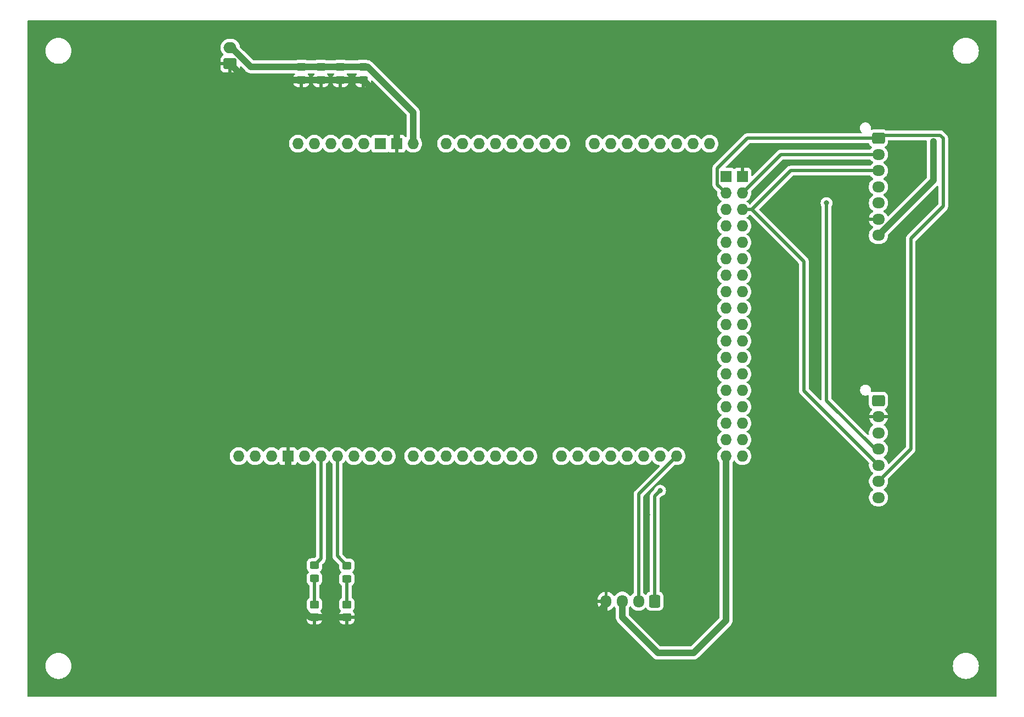
<source format=gbr>
%TF.GenerationSoftware,KiCad,Pcbnew,8.0.1*%
%TF.CreationDate,2024-05-22T11:23:19+02:00*%
%TF.ProjectId,Master,4d617374-6572-42e6-9b69-6361645f7063,rev?*%
%TF.SameCoordinates,Original*%
%TF.FileFunction,Copper,L1,Top*%
%TF.FilePolarity,Positive*%
%FSLAX46Y46*%
G04 Gerber Fmt 4.6, Leading zero omitted, Abs format (unit mm)*
G04 Created by KiCad (PCBNEW 8.0.1) date 2024-05-22 11:23:19*
%MOMM*%
%LPD*%
G01*
G04 APERTURE LIST*
G04 Aperture macros list*
%AMRoundRect*
0 Rectangle with rounded corners*
0 $1 Rounding radius*
0 $2 $3 $4 $5 $6 $7 $8 $9 X,Y pos of 4 corners*
0 Add a 4 corners polygon primitive as box body*
4,1,4,$2,$3,$4,$5,$6,$7,$8,$9,$2,$3,0*
0 Add four circle primitives for the rounded corners*
1,1,$1+$1,$2,$3*
1,1,$1+$1,$4,$5*
1,1,$1+$1,$6,$7*
1,1,$1+$1,$8,$9*
0 Add four rect primitives between the rounded corners*
20,1,$1+$1,$2,$3,$4,$5,0*
20,1,$1+$1,$4,$5,$6,$7,0*
20,1,$1+$1,$6,$7,$8,$9,0*
20,1,$1+$1,$8,$9,$2,$3,0*%
G04 Aperture macros list end*
%TA.AperFunction,SMDPad,CuDef*%
%ADD10RoundRect,0.250000X0.475000X-0.337500X0.475000X0.337500X-0.475000X0.337500X-0.475000X-0.337500X0*%
%TD*%
%TA.AperFunction,SMDPad,CuDef*%
%ADD11RoundRect,0.250000X0.450000X-0.350000X0.450000X0.350000X-0.450000X0.350000X-0.450000X-0.350000X0*%
%TD*%
%TA.AperFunction,ComponentPad*%
%ADD12RoundRect,0.250000X-0.725000X0.600000X-0.725000X-0.600000X0.725000X-0.600000X0.725000X0.600000X0*%
%TD*%
%TA.AperFunction,ComponentPad*%
%ADD13O,1.950000X1.700000*%
%TD*%
%TA.AperFunction,ComponentPad*%
%ADD14RoundRect,0.250000X0.600000X0.725000X-0.600000X0.725000X-0.600000X-0.725000X0.600000X-0.725000X0*%
%TD*%
%TA.AperFunction,ComponentPad*%
%ADD15O,1.700000X1.950000*%
%TD*%
%TA.AperFunction,ComponentPad*%
%ADD16O,1.727200X1.727200*%
%TD*%
%TA.AperFunction,ComponentPad*%
%ADD17R,1.727200X1.727200*%
%TD*%
%TA.AperFunction,SMDPad,CuDef*%
%ADD18RoundRect,0.250000X0.450000X-0.325000X0.450000X0.325000X-0.450000X0.325000X-0.450000X-0.325000X0*%
%TD*%
%TA.AperFunction,ComponentPad*%
%ADD19RoundRect,0.250000X0.750000X-0.600000X0.750000X0.600000X-0.750000X0.600000X-0.750000X-0.600000X0*%
%TD*%
%TA.AperFunction,ComponentPad*%
%ADD20O,2.000000X1.700000*%
%TD*%
%TA.AperFunction,ViaPad*%
%ADD21C,0.800000*%
%TD*%
%TA.AperFunction,Conductor*%
%ADD22C,1.000000*%
%TD*%
%TA.AperFunction,Conductor*%
%ADD23C,0.500000*%
%TD*%
G04 APERTURE END LIST*
D10*
%TO.P,C3,1*%
%TO.N,GND*%
X115500000Y-62525000D03*
%TO.P,C3,2*%
%TO.N,+12V*%
X115500000Y-60450000D03*
%TD*%
%TO.P,C2,1*%
%TO.N,GND*%
X112490000Y-62525000D03*
%TO.P,C2,2*%
%TO.N,+12V*%
X112490000Y-60450000D03*
%TD*%
D11*
%TO.P,R2,1*%
%TO.N,GND*%
X116500000Y-145500000D03*
%TO.P,R2,2*%
%TO.N,/CAN_R*%
X116500000Y-143500000D03*
%TD*%
%TO.P,R1,1*%
%TO.N,GND*%
X111500000Y-145500000D03*
%TO.P,R1,2*%
%TO.N,/ETH_R*%
X111500000Y-143500000D03*
%TD*%
D12*
%TO.P,J2,1,Pin_1*%
%TO.N,+5V*%
X198525000Y-112000000D03*
D13*
%TO.P,J2,2,Pin_2*%
%TO.N,GND*%
X198525000Y-114500000D03*
%TO.P,J2,3,Pin_3*%
%TO.N,/CS*%
X198525000Y-117000000D03*
%TO.P,J2,4,Pin_4*%
%TO.N,/SO*%
X198525000Y-119500000D03*
%TO.P,J2,5,Pin_5*%
%TO.N,/SI*%
X198525000Y-122000000D03*
%TO.P,J2,6,Pin_6*%
%TO.N,/SCK*%
X198525000Y-124500000D03*
%TO.P,J2,7,Pin_7*%
%TO.N,/INT*%
X198525000Y-127000000D03*
%TD*%
D14*
%TO.P,J6,1,Pin_1*%
%TO.N,/SDA_OLED*%
X164000000Y-143000000D03*
D15*
%TO.P,J6,2,Pin_2*%
%TO.N,/SCL_OLED*%
X161500000Y-143000000D03*
%TO.P,J6,3,Pin_3*%
%TO.N,+5V*%
X159000000Y-143000000D03*
%TO.P,J6,4,Pin_4*%
%TO.N,GND*%
X156500000Y-143000000D03*
%TD*%
D16*
%TO.P,A1,*%
%TO.N,*%
X108940000Y-72340000D03*
%TO.P,A1,3V3,3.3V*%
%TO.N,+3.3V*%
X116560000Y-72340000D03*
%TO.P,A1,5V1,5V*%
%TO.N,unconnected-(A1-5V-Pad5V1)*%
X119100000Y-72340000D03*
%TO.P,A1,5V3,5V*%
%TO.N,+5V*%
X174980000Y-120600000D03*
%TO.P,A1,5V4,5V*%
X177520000Y-120600000D03*
%TO.P,A1,A0,A0*%
%TO.N,unconnected-(A1-PadA0)*%
X131800000Y-72340000D03*
%TO.P,A1,A1,A1*%
%TO.N,unconnected-(A1-PadA1)*%
X134340000Y-72340000D03*
%TO.P,A1,A2,A2*%
%TO.N,unconnected-(A1-PadA2)*%
X136880000Y-72340000D03*
%TO.P,A1,A3,A3*%
%TO.N,unconnected-(A1-PadA3)*%
X139420000Y-72340000D03*
%TO.P,A1,A4,A4*%
%TO.N,unconnected-(A1-PadA4)*%
X141960000Y-72340000D03*
%TO.P,A1,A5,A5*%
%TO.N,unconnected-(A1-PadA5)*%
X144500000Y-72340000D03*
%TO.P,A1,A6,A6*%
%TO.N,unconnected-(A1-PadA6)*%
X147040000Y-72340000D03*
%TO.P,A1,A7,A7*%
%TO.N,unconnected-(A1-PadA7)*%
X149580000Y-72340000D03*
%TO.P,A1,A8,A8*%
%TO.N,unconnected-(A1-PadA8)*%
X154660000Y-72340000D03*
%TO.P,A1,A9,A9*%
%TO.N,unconnected-(A1-PadA9)*%
X157200000Y-72340000D03*
%TO.P,A1,A10,A10*%
%TO.N,unconnected-(A1-PadA10)*%
X159740000Y-72340000D03*
%TO.P,A1,A11,A11*%
%TO.N,unconnected-(A1-PadA11)*%
X162280000Y-72340000D03*
%TO.P,A1,A12,A12*%
%TO.N,unconnected-(A1-PadA12)*%
X164820000Y-72340000D03*
%TO.P,A1,A13,A13*%
%TO.N,unconnected-(A1-PadA13)*%
X167360000Y-72340000D03*
%TO.P,A1,A14,A14*%
%TO.N,unconnected-(A1-PadA14)*%
X169900000Y-72340000D03*
%TO.P,A1,A15,A15*%
%TO.N,unconnected-(A1-PadA15)*%
X172440000Y-72340000D03*
%TO.P,A1,AREF,AREF*%
%TO.N,unconnected-(A1-PadAREF)*%
X104876000Y-120600000D03*
%TO.P,A1,D0,D0/RX0*%
%TO.N,unconnected-(A1-D0{slash}RX0-PadD0)*%
X144500000Y-120600000D03*
%TO.P,A1,D1,D1/TX0*%
%TO.N,unconnected-(A1-D1{slash}TX0-PadD1)*%
X141960000Y-120600000D03*
%TO.P,A1,D2,D2_INT0*%
%TO.N,unconnected-(A1-D2_INT0-PadD2)*%
X139420000Y-120600000D03*
%TO.P,A1,D3,D3_INT1*%
%TO.N,/INT*%
X136880000Y-120600000D03*
%TO.P,A1,D4,D4*%
%TO.N,unconnected-(A1-PadD4)*%
X134340000Y-120600000D03*
%TO.P,A1,D5,D5*%
%TO.N,unconnected-(A1-PadD5)*%
X131800000Y-120600000D03*
%TO.P,A1,D6,D6*%
%TO.N,unconnected-(A1-PadD6)*%
X129260000Y-120600000D03*
%TO.P,A1,D7,D7*%
%TO.N,/CS*%
X126720000Y-120600000D03*
%TO.P,A1,D8,D8*%
%TO.N,unconnected-(A1-PadD8)*%
X122656000Y-120600000D03*
%TO.P,A1,D9,D9*%
%TO.N,unconnected-(A1-PadD9)*%
X120116000Y-120600000D03*
%TO.P,A1,D10,D10*%
%TO.N,unconnected-(A1-PadD10)*%
X117576000Y-120600000D03*
%TO.P,A1,D11,D11*%
%TO.N,/CAN_LED*%
X115036000Y-120600000D03*
%TO.P,A1,D12,D12*%
%TO.N,/ETH_LED*%
X112496000Y-120600000D03*
%TO.P,A1,D13,D13*%
%TO.N,unconnected-(A1-PadD13)*%
X109956000Y-120600000D03*
%TO.P,A1,D14,D14/TX3*%
%TO.N,unconnected-(A1-D14{slash}TX3-PadD14)*%
X149580000Y-120600000D03*
%TO.P,A1,D15,D15/RX3*%
%TO.N,unconnected-(A1-D15{slash}RX3-PadD15)*%
X152120000Y-120600000D03*
%TO.P,A1,D16,D16/TX2*%
%TO.N,unconnected-(A1-D16{slash}TX2-PadD16)*%
X154660000Y-120600000D03*
%TO.P,A1,D17,D17/RX2*%
%TO.N,unconnected-(A1-D17{slash}RX2-PadD17)*%
X157200000Y-120600000D03*
%TO.P,A1,D18,D18/TX1*%
%TO.N,unconnected-(A1-D18{slash}TX1-PadD18)*%
X159740000Y-120600000D03*
%TO.P,A1,D19,D19/RX1*%
%TO.N,unconnected-(A1-D19{slash}RX1-PadD19)*%
X162280000Y-120600000D03*
%TO.P,A1,D20,D20/SDA*%
%TO.N,/SDA_OLED*%
X164820000Y-120600000D03*
%TO.P,A1,D21,D21/SCL*%
%TO.N,/SCL_OLED*%
X167360000Y-120600000D03*
%TO.P,A1,D22,D22*%
%TO.N,unconnected-(A1-PadD22)*%
X174980000Y-118060000D03*
%TO.P,A1,D23,D23*%
%TO.N,unconnected-(A1-PadD23)*%
X177520000Y-118060000D03*
%TO.P,A1,D24,D24*%
%TO.N,unconnected-(A1-PadD24)*%
X174980000Y-115520000D03*
%TO.P,A1,D25,D25*%
%TO.N,unconnected-(A1-PadD25)*%
X177520000Y-115520000D03*
%TO.P,A1,D26,D26*%
%TO.N,unconnected-(A1-PadD26)*%
X174980000Y-112980000D03*
%TO.P,A1,D27,D27*%
%TO.N,unconnected-(A1-PadD27)*%
X177520000Y-112980000D03*
%TO.P,A1,D28,D28*%
%TO.N,unconnected-(A1-PadD28)*%
X174980000Y-110440000D03*
%TO.P,A1,D29,D29*%
%TO.N,unconnected-(A1-PadD29)*%
X177520000Y-110440000D03*
%TO.P,A1,D30,D30*%
%TO.N,unconnected-(A1-PadD30)*%
X174980000Y-107900000D03*
%TO.P,A1,D31,D31*%
%TO.N,unconnected-(A1-PadD31)*%
X177520000Y-107900000D03*
%TO.P,A1,D32,D32*%
%TO.N,unconnected-(A1-PadD32)*%
X174980000Y-105360000D03*
%TO.P,A1,D33,D33*%
%TO.N,unconnected-(A1-PadD33)*%
X177520000Y-105360000D03*
%TO.P,A1,D34,D34*%
%TO.N,unconnected-(A1-PadD34)*%
X174980000Y-102820000D03*
%TO.P,A1,D35,D35*%
%TO.N,unconnected-(A1-PadD35)*%
X177520000Y-102820000D03*
%TO.P,A1,D36,D36*%
%TO.N,unconnected-(A1-PadD36)*%
X174980000Y-100280000D03*
%TO.P,A1,D37,D37*%
%TO.N,unconnected-(A1-PadD37)*%
X177520000Y-100280000D03*
%TO.P,A1,D38,D38*%
%TO.N,unconnected-(A1-PadD38)*%
X174980000Y-97740000D03*
%TO.P,A1,D39,D39*%
%TO.N,unconnected-(A1-PadD39)*%
X177520000Y-97740000D03*
%TO.P,A1,D40,D40*%
%TO.N,unconnected-(A1-PadD40)*%
X174980000Y-95200000D03*
%TO.P,A1,D41,D41*%
%TO.N,unconnected-(A1-PadD41)*%
X177520000Y-95200000D03*
%TO.P,A1,D42,D42*%
%TO.N,unconnected-(A1-PadD42)*%
X174980000Y-92660000D03*
%TO.P,A1,D43,D43*%
%TO.N,unconnected-(A1-PadD43)*%
X177520000Y-92660000D03*
%TO.P,A1,D44,D44*%
%TO.N,unconnected-(A1-PadD44)*%
X174980000Y-90120000D03*
%TO.P,A1,D45,D45*%
%TO.N,unconnected-(A1-PadD45)*%
X177520000Y-90120000D03*
%TO.P,A1,D46,D46*%
%TO.N,unconnected-(A1-PadD46)*%
X174980000Y-87580000D03*
%TO.P,A1,D47,D47*%
%TO.N,unconnected-(A1-PadD47)*%
X177520000Y-87580000D03*
%TO.P,A1,D48,D48*%
%TO.N,unconnected-(A1-PadD48)*%
X174980000Y-85040000D03*
%TO.P,A1,D49,D49*%
%TO.N,unconnected-(A1-PadD49)*%
X177520000Y-85040000D03*
%TO.P,A1,D50,D50_MISO*%
%TO.N,/SO*%
X174980000Y-82500000D03*
%TO.P,A1,D51,D51_MOSI*%
%TO.N,/SI*%
X177520000Y-82500000D03*
%TO.P,A1,D52,D52_SCK*%
%TO.N,/SCK*%
X174980000Y-79960000D03*
%TO.P,A1,D53,D53_CS*%
%TO.N,/SS*%
X177520000Y-79960000D03*
D17*
%TO.P,A1,GND1,GND*%
%TO.N,GND*%
X107416000Y-120600000D03*
%TO.P,A1,GND2,GND*%
%TO.N,unconnected-(A1-GND-PadGND2)*%
X121640000Y-72340000D03*
%TO.P,A1,GND3,GND*%
%TO.N,GND*%
X124180000Y-72340000D03*
%TO.P,A1,GND5,GND*%
%TO.N,unconnected-(A1-GND-PadGND5)*%
X174980000Y-77420000D03*
%TO.P,A1,GND6,GND*%
%TO.N,GND*%
X177520000Y-77420000D03*
D16*
%TO.P,A1,IORF,IOREF*%
%TO.N,unconnected-(A1-IOREF-PadIORF)*%
X111480000Y-72340000D03*
%TO.P,A1,RST1,RESET*%
%TO.N,/RST*%
X114020000Y-72340000D03*
%TO.P,A1,SCL,SCL*%
%TO.N,unconnected-(A1-PadSCL)*%
X99796000Y-120600000D03*
%TO.P,A1,SDA,SDA*%
%TO.N,unconnected-(A1-PadSDA)*%
X102336000Y-120600000D03*
%TO.P,A1,VIN,VIN*%
%TO.N,+12V*%
X126720000Y-72340000D03*
%TD*%
D10*
%TO.P,C1,1*%
%TO.N,GND*%
X109480000Y-62525000D03*
%TO.P,C1,2*%
%TO.N,+12V*%
X109480000Y-60450000D03*
%TD*%
D18*
%TO.P,D1,1,K*%
%TO.N,GND*%
X119000000Y-62500000D03*
%TO.P,D1,2,A*%
%TO.N,+12V*%
X119000000Y-60450000D03*
%TD*%
D12*
%TO.P,J1,1,Pin_1*%
%TO.N,/SCK*%
X198500000Y-71500000D03*
D13*
%TO.P,J1,2,Pin_2*%
%TO.N,/SS*%
X198500000Y-74000000D03*
%TO.P,J1,3,Pin_3*%
%TO.N,/SI*%
X198500000Y-76500000D03*
%TO.P,J1,4,Pin_4*%
%TO.N,/SO*%
X198500000Y-79000000D03*
%TO.P,J1,5,Pin_5*%
%TO.N,/RST*%
X198500000Y-81500000D03*
%TO.P,J1,6,Pin_6*%
%TO.N,GND*%
X198500000Y-84000000D03*
%TO.P,J1,7,Pin_7*%
%TO.N,+3.3V*%
X198500000Y-86500000D03*
%TD*%
D18*
%TO.P,D3,1,K*%
%TO.N,/CAN_R*%
X116500000Y-139550000D03*
%TO.P,D3,2,A*%
%TO.N,/CAN_LED*%
X116500000Y-137500000D03*
%TD*%
D19*
%TO.P,J3,1,Pin_1*%
%TO.N,GND*%
X98500000Y-60000000D03*
D20*
%TO.P,J3,2,Pin_2*%
%TO.N,+12V*%
X98500000Y-57500000D03*
%TD*%
D18*
%TO.P,D2,1,K*%
%TO.N,/ETH_R*%
X111500000Y-139500000D03*
%TO.P,D2,2,A*%
%TO.N,/ETH_LED*%
X111500000Y-137450000D03*
%TD*%
D21*
%TO.N,GND*%
X205038077Y-77177928D03*
X204996592Y-73983633D03*
X189979257Y-75228163D03*
X143500000Y-129500000D03*
X156500000Y-129500000D03*
X162877734Y-129665937D03*
X181000000Y-129500000D03*
X190000000Y-129500000D03*
X122500000Y-129500000D03*
X192500000Y-65500000D03*
X122500000Y-144500000D03*
X154500000Y-65500000D03*
X189954140Y-72685543D03*
X196000000Y-104500000D03*
X189000000Y-124000000D03*
X174000000Y-65500000D03*
X196000000Y-94500000D03*
X185000000Y-124000000D03*
X143500000Y-144500000D03*
%TO.N,/SO*%
X190500000Y-81500000D03*
%TO.N,/SDA_OLED*%
X164832110Y-125925165D03*
%TO.N,+3.3V*%
X207000000Y-72000000D03*
%TD*%
D22*
%TO.N,GND*%
X124180000Y-67680000D02*
X124180000Y-72340000D01*
X119000000Y-62500000D02*
X124180000Y-67680000D01*
%TO.N,+12V*%
X126720000Y-67470000D02*
X126720000Y-72340000D01*
X119700000Y-60450000D02*
X126720000Y-67470000D01*
X119000000Y-60450000D02*
X119700000Y-60450000D01*
%TO.N,GND*%
X101025000Y-62525000D02*
X109480000Y-62525000D01*
X98500000Y-60000000D02*
X101025000Y-62525000D01*
%TO.N,+12V*%
X101650430Y-60450000D02*
X109480000Y-60450000D01*
X98700430Y-57500000D02*
X101650430Y-60450000D01*
X98500000Y-57500000D02*
X98700430Y-57500000D01*
D23*
%TO.N,/SCK*%
X203500000Y-87000000D02*
X203500000Y-119525000D01*
X208500000Y-82000000D02*
X203500000Y-87000000D01*
X208500000Y-71500000D02*
X208500000Y-82000000D01*
X198950000Y-71050000D02*
X208050000Y-71050000D01*
X208050000Y-71050000D02*
X208500000Y-71500000D01*
X203500000Y-119525000D02*
X198525000Y-124500000D01*
X198500000Y-71500000D02*
X198950000Y-71050000D01*
D22*
%TO.N,GND*%
X115500000Y-62525000D02*
X118975000Y-62525000D01*
X107416000Y-142116000D02*
X107416000Y-146916000D01*
X111500000Y-151000000D02*
X149000000Y-151000000D01*
X107416000Y-146916000D02*
X111500000Y-151000000D01*
X110800000Y-145500000D02*
X111500000Y-145500000D01*
X118975000Y-62525000D02*
X119000000Y-62500000D01*
X109480000Y-62525000D02*
X112490000Y-62525000D01*
X156500000Y-143500000D02*
X156500000Y-143000000D01*
X112490000Y-62525000D02*
X115500000Y-62525000D01*
X116500000Y-145500000D02*
X111500000Y-145500000D01*
X107416000Y-120600000D02*
X107416000Y-142116000D01*
X107416000Y-142116000D02*
X110800000Y-145500000D01*
X149000000Y-151000000D02*
X156500000Y-143500000D01*
X177520000Y-77420000D02*
X177520000Y-76980000D01*
D23*
%TO.N,/SS*%
X183480000Y-74000000D02*
X177520000Y-79960000D01*
X198500000Y-74000000D02*
X183480000Y-74000000D01*
%TO.N,/SI*%
X179000000Y-82500000D02*
X185000000Y-76500000D01*
X185000000Y-76500000D02*
X198500000Y-76500000D01*
X179000000Y-82500000D02*
X187000000Y-90500000D01*
X187000000Y-90500000D02*
X187000000Y-110475000D01*
X187000000Y-110475000D02*
X198525000Y-122000000D01*
X177520000Y-82500000D02*
X179000000Y-82500000D01*
%TO.N,/SO*%
X190500000Y-81500000D02*
X190500000Y-112000000D01*
X190500000Y-112000000D02*
X198000000Y-119500000D01*
X198000000Y-119500000D02*
X198525000Y-119500000D01*
%TO.N,/SCK*%
X174980000Y-79960000D02*
X173666400Y-78646400D01*
X173666400Y-78646400D02*
X173666400Y-76106400D01*
X173666400Y-76106400D02*
X178272800Y-71500000D01*
X178272800Y-71500000D02*
X198500000Y-71500000D01*
%TO.N,/ETH_LED*%
X112496000Y-120600000D02*
X112496000Y-136454000D01*
X112496000Y-136454000D02*
X111500000Y-137450000D01*
%TO.N,/CAN_LED*%
X115036000Y-120600000D02*
X115036000Y-136036000D01*
X115036000Y-136036000D02*
X116500000Y-137500000D01*
%TO.N,/SDA_OLED*%
X164000000Y-126757275D02*
X164000000Y-143000000D01*
X164832110Y-125925165D02*
X164000000Y-126757275D01*
%TO.N,/SCL_OLED*%
X161500000Y-143000000D02*
X161500000Y-126460000D01*
X161500000Y-126460000D02*
X167360000Y-120600000D01*
D22*
%TO.N,+5V*%
X174980000Y-146020000D02*
X174980000Y-120600000D01*
X170000000Y-151000000D02*
X174980000Y-146020000D01*
X159000000Y-145500000D02*
X164500000Y-151000000D01*
X164500000Y-151000000D02*
X170000000Y-151000000D01*
X159000000Y-143000000D02*
X159000000Y-145500000D01*
%TO.N,+12V*%
X112490000Y-60450000D02*
X115500000Y-60450000D01*
X109480000Y-60450000D02*
X112490000Y-60450000D01*
X115500000Y-60450000D02*
X119000000Y-60450000D01*
D23*
%TO.N,/CAN_R*%
X116500000Y-139550000D02*
X116500000Y-143500000D01*
%TO.N,/ETH_R*%
X111500000Y-139500000D02*
X111500000Y-143500000D01*
D22*
%TO.N,+3.3V*%
X207000000Y-78000000D02*
X207000000Y-72000000D01*
X207000000Y-78000000D02*
X198500000Y-86500000D01*
%TD*%
%TA.AperFunction,Conductor*%
%TO.N,GND*%
G36*
X197254818Y-77270185D02*
G01*
X197288097Y-77301615D01*
X197344892Y-77379788D01*
X197495209Y-77530105D01*
X197495214Y-77530109D01*
X197659793Y-77649682D01*
X197702459Y-77705011D01*
X197708438Y-77774625D01*
X197675833Y-77836420D01*
X197659793Y-77850318D01*
X197495214Y-77969890D01*
X197495209Y-77969894D01*
X197344890Y-78120213D01*
X197219951Y-78292179D01*
X197123444Y-78481585D01*
X197057753Y-78683760D01*
X197027131Y-78877101D01*
X197024500Y-78893713D01*
X197024500Y-79106287D01*
X197027435Y-79124816D01*
X197056091Y-79305748D01*
X197057754Y-79316243D01*
X197104285Y-79459451D01*
X197123444Y-79518414D01*
X197219951Y-79707820D01*
X197344890Y-79879786D01*
X197495209Y-80030105D01*
X197495214Y-80030109D01*
X197659793Y-80149682D01*
X197702459Y-80205011D01*
X197708438Y-80274625D01*
X197675833Y-80336420D01*
X197659793Y-80350318D01*
X197495214Y-80469890D01*
X197495209Y-80469894D01*
X197344890Y-80620213D01*
X197219951Y-80792179D01*
X197123444Y-80981585D01*
X197057753Y-81183760D01*
X197040952Y-81289837D01*
X197024500Y-81393713D01*
X197024500Y-81606287D01*
X197057754Y-81816243D01*
X197117282Y-81999451D01*
X197123444Y-82018414D01*
X197219951Y-82207820D01*
X197344890Y-82379786D01*
X197495209Y-82530105D01*
X197495214Y-82530109D01*
X197660218Y-82649991D01*
X197702884Y-82705320D01*
X197708863Y-82774934D01*
X197676258Y-82836729D01*
X197660218Y-82850627D01*
X197495540Y-82970272D01*
X197495535Y-82970276D01*
X197345276Y-83120535D01*
X197345272Y-83120540D01*
X197220379Y-83292442D01*
X197123904Y-83481782D01*
X197058242Y-83683870D01*
X197058242Y-83683873D01*
X197047769Y-83750000D01*
X198095854Y-83750000D01*
X198057370Y-83816657D01*
X198025000Y-83937465D01*
X198025000Y-84062535D01*
X198057370Y-84183343D01*
X198095854Y-84250000D01*
X197047769Y-84250000D01*
X197058242Y-84316126D01*
X197058242Y-84316129D01*
X197123904Y-84518217D01*
X197220379Y-84707557D01*
X197345272Y-84879459D01*
X197345276Y-84879464D01*
X197495535Y-85029723D01*
X197495540Y-85029727D01*
X197660218Y-85149372D01*
X197702884Y-85204701D01*
X197708863Y-85274315D01*
X197676258Y-85336110D01*
X197660218Y-85350008D01*
X197495214Y-85469890D01*
X197495209Y-85469894D01*
X197344890Y-85620213D01*
X197219951Y-85792179D01*
X197123444Y-85981585D01*
X197057753Y-86183760D01*
X197024500Y-86393713D01*
X197024500Y-86606286D01*
X197052186Y-86781092D01*
X197057754Y-86816243D01*
X197094239Y-86928533D01*
X197123444Y-87018414D01*
X197219951Y-87207820D01*
X197344890Y-87379786D01*
X197495213Y-87530109D01*
X197667179Y-87655048D01*
X197667181Y-87655049D01*
X197667184Y-87655051D01*
X197856588Y-87751557D01*
X198058757Y-87817246D01*
X198268713Y-87850500D01*
X198268714Y-87850500D01*
X198731286Y-87850500D01*
X198731287Y-87850500D01*
X198941243Y-87817246D01*
X199143412Y-87751557D01*
X199332816Y-87655051D01*
X199354789Y-87639086D01*
X199504786Y-87530109D01*
X199504788Y-87530106D01*
X199504792Y-87530104D01*
X199655104Y-87379792D01*
X199655106Y-87379788D01*
X199655109Y-87379786D01*
X199780048Y-87207820D01*
X199780047Y-87207820D01*
X199780051Y-87207816D01*
X199876557Y-87018412D01*
X199942246Y-86816243D01*
X199975500Y-86606287D01*
X199975500Y-86490782D01*
X199995185Y-86423743D01*
X200011819Y-86403101D01*
X207537819Y-78877101D01*
X207599142Y-78843616D01*
X207668834Y-78848600D01*
X207724767Y-78890472D01*
X207749184Y-78955936D01*
X207749500Y-78964782D01*
X207749500Y-81637769D01*
X207729815Y-81704808D01*
X207713181Y-81725450D01*
X202917050Y-86521580D01*
X202917044Y-86521588D01*
X202867812Y-86595268D01*
X202867813Y-86595269D01*
X202834921Y-86644496D01*
X202834914Y-86644508D01*
X202778342Y-86781086D01*
X202778340Y-86781092D01*
X202749500Y-86926079D01*
X202749500Y-119162770D01*
X202729815Y-119229809D01*
X202713181Y-119250451D01*
X200182075Y-121781556D01*
X200120752Y-121815041D01*
X200051060Y-121810057D01*
X199995127Y-121768185D01*
X199971921Y-121713273D01*
X199970720Y-121705693D01*
X199967246Y-121683757D01*
X199901557Y-121481588D01*
X199805051Y-121292184D01*
X199805049Y-121292181D01*
X199805048Y-121292179D01*
X199680109Y-121120213D01*
X199529792Y-120969896D01*
X199449994Y-120911920D01*
X199365204Y-120850316D01*
X199322540Y-120794989D01*
X199316561Y-120725376D01*
X199349166Y-120663580D01*
X199365199Y-120649686D01*
X199529792Y-120530104D01*
X199680104Y-120379792D01*
X199680106Y-120379788D01*
X199680109Y-120379786D01*
X199805048Y-120207820D01*
X199805047Y-120207820D01*
X199805051Y-120207816D01*
X199901557Y-120018412D01*
X199967246Y-119816243D01*
X200000500Y-119606287D01*
X200000500Y-119393713D01*
X199967246Y-119183757D01*
X199901557Y-118981588D01*
X199805051Y-118792184D01*
X199805049Y-118792181D01*
X199805048Y-118792179D01*
X199680109Y-118620213D01*
X199529792Y-118469896D01*
X199365204Y-118350316D01*
X199322540Y-118294989D01*
X199316561Y-118225376D01*
X199349166Y-118163580D01*
X199365199Y-118149686D01*
X199529792Y-118030104D01*
X199680104Y-117879792D01*
X199680106Y-117879788D01*
X199680109Y-117879786D01*
X199805048Y-117707820D01*
X199805047Y-117707820D01*
X199805051Y-117707816D01*
X199901557Y-117518412D01*
X199967246Y-117316243D01*
X200000500Y-117106287D01*
X200000500Y-116893713D01*
X199967246Y-116683757D01*
X199901557Y-116481588D01*
X199805051Y-116292184D01*
X199805049Y-116292181D01*
X199805048Y-116292179D01*
X199680109Y-116120213D01*
X199529790Y-115969894D01*
X199529785Y-115969890D01*
X199364781Y-115850008D01*
X199322115Y-115794678D01*
X199316136Y-115725065D01*
X199348741Y-115663270D01*
X199364781Y-115649371D01*
X199529466Y-115529721D01*
X199679723Y-115379464D01*
X199679727Y-115379459D01*
X199804620Y-115207557D01*
X199901095Y-115018217D01*
X199966757Y-114816129D01*
X199966757Y-114816126D01*
X199977231Y-114750000D01*
X198929146Y-114750000D01*
X198967630Y-114683343D01*
X199000000Y-114562535D01*
X199000000Y-114437465D01*
X198967630Y-114316657D01*
X198929146Y-114250000D01*
X199977231Y-114250000D01*
X199966757Y-114183873D01*
X199966757Y-114183870D01*
X199901095Y-113981782D01*
X199804620Y-113792442D01*
X199679727Y-113620540D01*
X199679723Y-113620535D01*
X199540856Y-113481668D01*
X199507371Y-113420345D01*
X199512355Y-113350653D01*
X199554227Y-113294720D01*
X199563441Y-113288448D01*
X199569331Y-113284814D01*
X199569334Y-113284814D01*
X199718656Y-113192712D01*
X199842712Y-113068656D01*
X199934814Y-112919334D01*
X199989999Y-112752797D01*
X200000500Y-112650009D01*
X200000499Y-111349992D01*
X199989999Y-111247203D01*
X199934814Y-111080666D01*
X199842712Y-110931344D01*
X199718656Y-110807288D01*
X199569334Y-110715186D01*
X199402797Y-110660001D01*
X199402795Y-110660000D01*
X199300010Y-110649500D01*
X197749998Y-110649500D01*
X197749981Y-110649501D01*
X197647203Y-110660000D01*
X197647200Y-110660001D01*
X197520971Y-110701830D01*
X197451143Y-110704232D01*
X197391101Y-110668500D01*
X197359908Y-110605980D01*
X197360350Y-110559933D01*
X197375499Y-110483770D01*
X197375500Y-110483768D01*
X197375500Y-110316232D01*
X197375499Y-110316228D01*
X197355305Y-110214707D01*
X197342816Y-110151918D01*
X197278703Y-109997137D01*
X197240158Y-109939451D01*
X197185626Y-109857837D01*
X197067162Y-109739373D01*
X196927860Y-109646295D01*
X196773082Y-109582184D01*
X196773074Y-109582182D01*
X196608771Y-109549500D01*
X196608767Y-109549500D01*
X196441233Y-109549500D01*
X196441228Y-109549500D01*
X196276925Y-109582182D01*
X196276917Y-109582184D01*
X196122139Y-109646295D01*
X195982837Y-109739373D01*
X195864373Y-109857837D01*
X195771295Y-109997139D01*
X195707184Y-110151917D01*
X195707182Y-110151925D01*
X195674500Y-110316228D01*
X195674500Y-110483771D01*
X195707182Y-110648074D01*
X195707184Y-110648082D01*
X195771295Y-110802860D01*
X195864373Y-110942162D01*
X195982837Y-111060626D01*
X196028993Y-111091466D01*
X196122137Y-111153703D01*
X196276918Y-111217816D01*
X196424643Y-111247200D01*
X196441228Y-111250499D01*
X196441232Y-111250500D01*
X196441233Y-111250500D01*
X196608768Y-111250500D01*
X196608769Y-111250499D01*
X196773082Y-111217816D01*
X196883891Y-111171916D01*
X196953358Y-111164448D01*
X197015837Y-111195722D01*
X197051490Y-111255811D01*
X197054700Y-111299078D01*
X197049501Y-111349976D01*
X197049500Y-111349996D01*
X197049500Y-112650001D01*
X197049501Y-112650018D01*
X197060000Y-112752796D01*
X197060001Y-112752799D01*
X197115185Y-112919331D01*
X197115187Y-112919336D01*
X197207289Y-113068657D01*
X197331344Y-113192712D01*
X197486558Y-113288448D01*
X197533283Y-113340396D01*
X197544506Y-113409358D01*
X197516663Y-113473441D01*
X197509144Y-113481668D01*
X197370271Y-113620541D01*
X197245379Y-113792442D01*
X197148904Y-113981782D01*
X197083242Y-114183870D01*
X197083242Y-114183873D01*
X197072769Y-114250000D01*
X198120854Y-114250000D01*
X198082370Y-114316657D01*
X198050000Y-114437465D01*
X198050000Y-114562535D01*
X198082370Y-114683343D01*
X198120854Y-114750000D01*
X197072769Y-114750000D01*
X197083242Y-114816126D01*
X197083242Y-114816129D01*
X197148904Y-115018217D01*
X197245379Y-115207557D01*
X197370272Y-115379459D01*
X197370276Y-115379464D01*
X197520535Y-115529723D01*
X197520540Y-115529727D01*
X197685218Y-115649372D01*
X197727884Y-115704701D01*
X197733863Y-115774315D01*
X197701258Y-115836110D01*
X197685218Y-115850008D01*
X197520214Y-115969890D01*
X197520209Y-115969894D01*
X197369890Y-116120213D01*
X197244951Y-116292179D01*
X197148444Y-116481585D01*
X197082753Y-116683760D01*
X197049500Y-116893713D01*
X197049500Y-117106287D01*
X197049499Y-117106287D01*
X197061659Y-117183059D01*
X197052704Y-117252352D01*
X197007708Y-117305804D01*
X196940956Y-117326443D01*
X196873642Y-117307718D01*
X196851505Y-117290137D01*
X191286819Y-111725451D01*
X191253334Y-111664128D01*
X191250500Y-111637770D01*
X191250500Y-82034321D01*
X191267113Y-81972321D01*
X191327179Y-81868284D01*
X191385674Y-81688256D01*
X191405460Y-81500000D01*
X191385674Y-81311744D01*
X191327179Y-81131716D01*
X191232533Y-80967784D01*
X191105871Y-80827112D01*
X191105870Y-80827111D01*
X190952734Y-80715851D01*
X190952729Y-80715848D01*
X190779807Y-80638857D01*
X190779802Y-80638855D01*
X190634001Y-80607865D01*
X190594646Y-80599500D01*
X190405354Y-80599500D01*
X190372897Y-80606398D01*
X190220197Y-80638855D01*
X190220192Y-80638857D01*
X190047270Y-80715848D01*
X190047265Y-80715851D01*
X189894129Y-80827111D01*
X189767466Y-80967785D01*
X189672821Y-81131715D01*
X189672818Y-81131722D01*
X189614327Y-81311740D01*
X189614326Y-81311744D01*
X189594540Y-81500000D01*
X189614326Y-81688256D01*
X189614327Y-81688259D01*
X189672818Y-81868277D01*
X189672821Y-81868284D01*
X189732887Y-81972321D01*
X189749500Y-82034321D01*
X189749500Y-111863770D01*
X189729815Y-111930809D01*
X189677011Y-111976564D01*
X189607853Y-111986508D01*
X189544297Y-111957483D01*
X189537819Y-111951451D01*
X187786819Y-110200451D01*
X187753334Y-110139128D01*
X187750500Y-110112770D01*
X187750500Y-90426079D01*
X187721659Y-90281092D01*
X187721658Y-90281091D01*
X187721658Y-90281087D01*
X187721656Y-90281082D01*
X187665087Y-90144511D01*
X187665080Y-90144498D01*
X187582952Y-90021585D01*
X187582951Y-90021584D01*
X187478416Y-89917049D01*
X183854855Y-86293488D01*
X180149048Y-82587680D01*
X180115563Y-82526357D01*
X180120547Y-82456665D01*
X180149048Y-82412318D01*
X185274548Y-77286819D01*
X185335871Y-77253334D01*
X185362229Y-77250500D01*
X197187779Y-77250500D01*
X197254818Y-77270185D01*
G37*
%TD.AperFunction*%
%TA.AperFunction,Conductor*%
G36*
X205942539Y-71820185D02*
G01*
X205988294Y-71872989D01*
X205999500Y-71924500D01*
X205999500Y-77534217D01*
X205979815Y-77601256D01*
X205963181Y-77621898D01*
X200073467Y-83511611D01*
X200012144Y-83545096D01*
X199942452Y-83540112D01*
X199886519Y-83498240D01*
X199875301Y-83480225D01*
X199779620Y-83292442D01*
X199654727Y-83120540D01*
X199654723Y-83120535D01*
X199504464Y-82970276D01*
X199504459Y-82970272D01*
X199339781Y-82850627D01*
X199297115Y-82795297D01*
X199291136Y-82725684D01*
X199323741Y-82663889D01*
X199339776Y-82649994D01*
X199504792Y-82530104D01*
X199655104Y-82379792D01*
X199655106Y-82379788D01*
X199655109Y-82379786D01*
X199780048Y-82207820D01*
X199780047Y-82207820D01*
X199780051Y-82207816D01*
X199876557Y-82018412D01*
X199942246Y-81816243D01*
X199975500Y-81606287D01*
X199975500Y-81393713D01*
X199942246Y-81183757D01*
X199876557Y-80981588D01*
X199780051Y-80792184D01*
X199780049Y-80792181D01*
X199780048Y-80792179D01*
X199655109Y-80620213D01*
X199504792Y-80469896D01*
X199414700Y-80404441D01*
X199340204Y-80350316D01*
X199297540Y-80294989D01*
X199291561Y-80225376D01*
X199324166Y-80163580D01*
X199340199Y-80149686D01*
X199504792Y-80030104D01*
X199655104Y-79879792D01*
X199655106Y-79879788D01*
X199655109Y-79879786D01*
X199780048Y-79707820D01*
X199780047Y-79707820D01*
X199780051Y-79707816D01*
X199876557Y-79518412D01*
X199942246Y-79316243D01*
X199975500Y-79106287D01*
X199975500Y-78893713D01*
X199942246Y-78683757D01*
X199876557Y-78481588D01*
X199780051Y-78292184D01*
X199780049Y-78292181D01*
X199780048Y-78292179D01*
X199655109Y-78120213D01*
X199504792Y-77969896D01*
X199504784Y-77969890D01*
X199340204Y-77850316D01*
X199297540Y-77794989D01*
X199291561Y-77725376D01*
X199324166Y-77663580D01*
X199340199Y-77649686D01*
X199504792Y-77530104D01*
X199655104Y-77379792D01*
X199655106Y-77379788D01*
X199655109Y-77379786D01*
X199780048Y-77207820D01*
X199780047Y-77207820D01*
X199780051Y-77207816D01*
X199876557Y-77018412D01*
X199942246Y-76816243D01*
X199975500Y-76606287D01*
X199975500Y-76393713D01*
X199942246Y-76183757D01*
X199876557Y-75981588D01*
X199780051Y-75792184D01*
X199780049Y-75792181D01*
X199780048Y-75792179D01*
X199655109Y-75620213D01*
X199504792Y-75469896D01*
X199504784Y-75469890D01*
X199340204Y-75350316D01*
X199297540Y-75294989D01*
X199291561Y-75225376D01*
X199324166Y-75163580D01*
X199340199Y-75149686D01*
X199504792Y-75030104D01*
X199655104Y-74879792D01*
X199655106Y-74879788D01*
X199655109Y-74879786D01*
X199780048Y-74707820D01*
X199780047Y-74707820D01*
X199780051Y-74707816D01*
X199876557Y-74518412D01*
X199942246Y-74316243D01*
X199975500Y-74106287D01*
X199975500Y-73893713D01*
X199942246Y-73683757D01*
X199876557Y-73481588D01*
X199780051Y-73292184D01*
X199780049Y-73292181D01*
X199780048Y-73292179D01*
X199655109Y-73120213D01*
X199516294Y-72981398D01*
X199482809Y-72920075D01*
X199487793Y-72850383D01*
X199529665Y-72794450D01*
X199538879Y-72788178D01*
X199544331Y-72784814D01*
X199544334Y-72784814D01*
X199693656Y-72692712D01*
X199817712Y-72568656D01*
X199909814Y-72419334D01*
X199964999Y-72252797D01*
X199975500Y-72150009D01*
X199975500Y-71924500D01*
X199995185Y-71857461D01*
X200047989Y-71811706D01*
X200099500Y-71800500D01*
X205875500Y-71800500D01*
X205942539Y-71820185D01*
G37*
%TD.AperFunction*%
%TA.AperFunction,Conductor*%
G36*
X197254818Y-74770185D02*
G01*
X197288097Y-74801615D01*
X197344892Y-74879788D01*
X197495209Y-75030105D01*
X197495214Y-75030109D01*
X197659793Y-75149682D01*
X197702459Y-75205011D01*
X197708438Y-75274625D01*
X197675833Y-75336420D01*
X197659793Y-75350318D01*
X197495214Y-75469890D01*
X197495209Y-75469894D01*
X197344892Y-75620211D01*
X197288097Y-75698385D01*
X197232767Y-75741051D01*
X197187779Y-75749500D01*
X184926080Y-75749500D01*
X184781092Y-75778340D01*
X184781082Y-75778343D01*
X184644511Y-75834912D01*
X184644498Y-75834919D01*
X184521584Y-75917048D01*
X184521580Y-75917051D01*
X178777430Y-81661201D01*
X178716107Y-81694686D01*
X178646415Y-81689702D01*
X178598520Y-81657503D01*
X178447049Y-81492963D01*
X178447048Y-81492962D01*
X178447046Y-81492960D01*
X178268649Y-81354107D01*
X178268647Y-81354106D01*
X178268646Y-81354105D01*
X178268639Y-81354100D01*
X178240836Y-81339055D01*
X178191244Y-81289837D01*
X178176135Y-81221620D01*
X178200306Y-81156064D01*
X178240836Y-81120945D01*
X178268639Y-81105899D01*
X178268642Y-81105896D01*
X178268649Y-81105893D01*
X178447046Y-80967040D01*
X178546832Y-80858643D01*
X178600149Y-80800727D01*
X178600151Y-80800724D01*
X178600156Y-80800719D01*
X178723802Y-80611465D01*
X178814611Y-80404441D01*
X178870107Y-80185293D01*
X178888775Y-79960000D01*
X178882128Y-79879786D01*
X178869998Y-79733394D01*
X178884079Y-79664958D01*
X178905890Y-79635476D01*
X183754549Y-74786819D01*
X183815872Y-74753334D01*
X183842230Y-74750500D01*
X197187779Y-74750500D01*
X197254818Y-74770185D01*
G37*
%TD.AperFunction*%
%TA.AperFunction,Conductor*%
G36*
X197011738Y-72270185D02*
G01*
X197057493Y-72322989D01*
X197062403Y-72335492D01*
X197090186Y-72419334D01*
X197180211Y-72565289D01*
X197182289Y-72568657D01*
X197306344Y-72692712D01*
X197461120Y-72788178D01*
X197507845Y-72840126D01*
X197519068Y-72909088D01*
X197491224Y-72973171D01*
X197483706Y-72981398D01*
X197344892Y-73120212D01*
X197288097Y-73198385D01*
X197232767Y-73241051D01*
X197187779Y-73249500D01*
X183406080Y-73249500D01*
X183261092Y-73278340D01*
X183261086Y-73278342D01*
X183124508Y-73334914D01*
X183124496Y-73334921D01*
X183075269Y-73367813D01*
X183001588Y-73417044D01*
X183001580Y-73417050D01*
X179095281Y-77323350D01*
X179033958Y-77356835D01*
X178964266Y-77351851D01*
X178908333Y-77309979D01*
X178883916Y-77244515D01*
X178883600Y-77235669D01*
X178883600Y-76508572D01*
X178883599Y-76508555D01*
X178877198Y-76449027D01*
X178877196Y-76449020D01*
X178826954Y-76314313D01*
X178826950Y-76314306D01*
X178740790Y-76199212D01*
X178740787Y-76199209D01*
X178625693Y-76113049D01*
X178625686Y-76113045D01*
X178490979Y-76062803D01*
X178490972Y-76062801D01*
X178431444Y-76056400D01*
X177770000Y-76056400D01*
X177770000Y-76977748D01*
X177716081Y-76946619D01*
X177586880Y-76912000D01*
X177453120Y-76912000D01*
X177323919Y-76946619D01*
X177270000Y-76977748D01*
X177270000Y-76056400D01*
X176608555Y-76056400D01*
X176549027Y-76062801D01*
X176549020Y-76062803D01*
X176414313Y-76113045D01*
X176414310Y-76113047D01*
X176324727Y-76180109D01*
X176259262Y-76204526D01*
X176190989Y-76189674D01*
X176176105Y-76180108D01*
X176085935Y-76112606D01*
X176085928Y-76112602D01*
X175951082Y-76062308D01*
X175951083Y-76062308D01*
X175891483Y-76055901D01*
X175891481Y-76055900D01*
X175891473Y-76055900D01*
X175891465Y-76055900D01*
X175077629Y-76055900D01*
X175010590Y-76036215D01*
X174964835Y-75983411D01*
X174954891Y-75914253D01*
X174983916Y-75850697D01*
X174989948Y-75844219D01*
X178547348Y-72286819D01*
X178608671Y-72253334D01*
X178635029Y-72250500D01*
X196944699Y-72250500D01*
X197011738Y-72270185D01*
G37*
%TD.AperFunction*%
%TA.AperFunction,Conductor*%
G36*
X216692539Y-53270185D02*
G01*
X216738294Y-53322989D01*
X216749500Y-53374500D01*
X216749500Y-157625500D01*
X216729815Y-157692539D01*
X216677011Y-157738294D01*
X216625500Y-157749500D01*
X67374500Y-157749500D01*
X67307461Y-157729815D01*
X67261706Y-157677011D01*
X67250500Y-157625500D01*
X67250500Y-153000001D01*
X69994390Y-153000001D01*
X70014804Y-153285433D01*
X70075628Y-153565037D01*
X70175635Y-153833166D01*
X70312770Y-154084309D01*
X70312775Y-154084317D01*
X70484254Y-154313387D01*
X70484270Y-154313405D01*
X70686594Y-154515729D01*
X70686612Y-154515745D01*
X70915682Y-154687224D01*
X70915690Y-154687229D01*
X71166833Y-154824364D01*
X71166832Y-154824364D01*
X71166836Y-154824365D01*
X71166839Y-154824367D01*
X71434954Y-154924369D01*
X71434960Y-154924370D01*
X71434962Y-154924371D01*
X71714566Y-154985195D01*
X71714568Y-154985195D01*
X71714572Y-154985196D01*
X71968220Y-155003337D01*
X71999999Y-155005610D01*
X72000000Y-155005610D01*
X72000001Y-155005610D01*
X72028595Y-155003564D01*
X72285428Y-154985196D01*
X72565046Y-154924369D01*
X72833161Y-154824367D01*
X73084315Y-154687226D01*
X73313395Y-154515739D01*
X73515739Y-154313395D01*
X73687226Y-154084315D01*
X73824367Y-153833161D01*
X73924369Y-153565046D01*
X73985196Y-153285428D01*
X74005610Y-153000001D01*
X209994390Y-153000001D01*
X210014804Y-153285433D01*
X210075628Y-153565037D01*
X210175635Y-153833166D01*
X210312770Y-154084309D01*
X210312775Y-154084317D01*
X210484254Y-154313387D01*
X210484270Y-154313405D01*
X210686594Y-154515729D01*
X210686612Y-154515745D01*
X210915682Y-154687224D01*
X210915690Y-154687229D01*
X211166833Y-154824364D01*
X211166832Y-154824364D01*
X211166836Y-154824365D01*
X211166839Y-154824367D01*
X211434954Y-154924369D01*
X211434960Y-154924370D01*
X211434962Y-154924371D01*
X211714566Y-154985195D01*
X211714568Y-154985195D01*
X211714572Y-154985196D01*
X211968220Y-155003337D01*
X211999999Y-155005610D01*
X212000000Y-155005610D01*
X212000001Y-155005610D01*
X212028595Y-155003564D01*
X212285428Y-154985196D01*
X212565046Y-154924369D01*
X212833161Y-154824367D01*
X213084315Y-154687226D01*
X213313395Y-154515739D01*
X213515739Y-154313395D01*
X213687226Y-154084315D01*
X213824367Y-153833161D01*
X213924369Y-153565046D01*
X213985196Y-153285428D01*
X214005610Y-153000000D01*
X213985196Y-152714572D01*
X213941371Y-152513113D01*
X213924371Y-152434962D01*
X213924370Y-152434960D01*
X213924369Y-152434954D01*
X213824367Y-152166839D01*
X213712544Y-151962052D01*
X213687229Y-151915690D01*
X213687224Y-151915682D01*
X213515745Y-151686612D01*
X213515729Y-151686594D01*
X213313405Y-151484270D01*
X213313387Y-151484254D01*
X213084317Y-151312775D01*
X213084309Y-151312770D01*
X212833166Y-151175635D01*
X212833167Y-151175635D01*
X212725915Y-151135632D01*
X212565046Y-151075631D01*
X212565043Y-151075630D01*
X212565037Y-151075628D01*
X212285433Y-151014804D01*
X212000001Y-150994390D01*
X211999999Y-150994390D01*
X211714566Y-151014804D01*
X211434962Y-151075628D01*
X211166833Y-151175635D01*
X210915690Y-151312770D01*
X210915682Y-151312775D01*
X210686612Y-151484254D01*
X210686594Y-151484270D01*
X210484270Y-151686594D01*
X210484254Y-151686612D01*
X210312775Y-151915682D01*
X210312770Y-151915690D01*
X210175635Y-152166833D01*
X210075628Y-152434962D01*
X210014804Y-152714566D01*
X209994390Y-152999998D01*
X209994390Y-153000001D01*
X74005610Y-153000001D01*
X74005610Y-153000000D01*
X73985196Y-152714572D01*
X73941371Y-152513113D01*
X73924371Y-152434962D01*
X73924370Y-152434960D01*
X73924369Y-152434954D01*
X73824367Y-152166839D01*
X73712544Y-151962052D01*
X73687229Y-151915690D01*
X73687224Y-151915682D01*
X73515745Y-151686612D01*
X73515729Y-151686594D01*
X73313405Y-151484270D01*
X73313387Y-151484254D01*
X73084317Y-151312775D01*
X73084309Y-151312770D01*
X72833166Y-151175635D01*
X72833167Y-151175635D01*
X72725915Y-151135632D01*
X72565046Y-151075631D01*
X72565043Y-151075630D01*
X72565037Y-151075628D01*
X72285433Y-151014804D01*
X72000001Y-150994390D01*
X71999999Y-150994390D01*
X71714566Y-151014804D01*
X71434962Y-151075628D01*
X71166833Y-151175635D01*
X70915690Y-151312770D01*
X70915682Y-151312775D01*
X70686612Y-151484254D01*
X70686594Y-151484270D01*
X70484270Y-151686594D01*
X70484254Y-151686612D01*
X70312775Y-151915682D01*
X70312770Y-151915690D01*
X70175635Y-152166833D01*
X70075628Y-152434962D01*
X70014804Y-152714566D01*
X69994390Y-152999998D01*
X69994390Y-153000001D01*
X67250500Y-153000001D01*
X67250500Y-145750000D01*
X110300001Y-145750000D01*
X110300001Y-145899986D01*
X110310494Y-146002697D01*
X110365641Y-146169119D01*
X110365643Y-146169124D01*
X110457684Y-146318345D01*
X110581654Y-146442315D01*
X110730875Y-146534356D01*
X110730880Y-146534358D01*
X110897302Y-146589505D01*
X110897309Y-146589506D01*
X111000019Y-146599999D01*
X111249999Y-146599999D01*
X111250000Y-146599998D01*
X111250000Y-145750000D01*
X111750000Y-145750000D01*
X111750000Y-146599999D01*
X111999972Y-146599999D01*
X111999986Y-146599998D01*
X112102697Y-146589505D01*
X112269119Y-146534358D01*
X112269124Y-146534356D01*
X112418345Y-146442315D01*
X112542315Y-146318345D01*
X112634356Y-146169124D01*
X112634358Y-146169119D01*
X112689505Y-146002697D01*
X112689506Y-146002690D01*
X112699999Y-145899986D01*
X112700000Y-145899973D01*
X112700000Y-145750000D01*
X115300001Y-145750000D01*
X115300001Y-145899986D01*
X115310494Y-146002697D01*
X115365641Y-146169119D01*
X115365643Y-146169124D01*
X115457684Y-146318345D01*
X115581654Y-146442315D01*
X115730875Y-146534356D01*
X115730880Y-146534358D01*
X115897302Y-146589505D01*
X115897309Y-146589506D01*
X116000019Y-146599999D01*
X116249999Y-146599999D01*
X116250000Y-146599998D01*
X116250000Y-145750000D01*
X116750000Y-145750000D01*
X116750000Y-146599999D01*
X116999972Y-146599999D01*
X116999986Y-146599998D01*
X117102697Y-146589505D01*
X117269119Y-146534358D01*
X117269124Y-146534356D01*
X117418345Y-146442315D01*
X117542315Y-146318345D01*
X117634356Y-146169124D01*
X117634358Y-146169119D01*
X117689505Y-146002697D01*
X117689506Y-146002690D01*
X117699999Y-145899986D01*
X117700000Y-145899973D01*
X117700000Y-145750000D01*
X116750000Y-145750000D01*
X116250000Y-145750000D01*
X115300001Y-145750000D01*
X112700000Y-145750000D01*
X111750000Y-145750000D01*
X111250000Y-145750000D01*
X110300001Y-145750000D01*
X67250500Y-145750000D01*
X67250500Y-120600006D01*
X98427225Y-120600006D01*
X98445892Y-120825289D01*
X98501388Y-121044439D01*
X98592198Y-121251466D01*
X98715842Y-121440716D01*
X98715850Y-121440727D01*
X98868950Y-121607036D01*
X98868954Y-121607040D01*
X99047351Y-121745893D01*
X99246169Y-121853488D01*
X99246172Y-121853489D01*
X99459982Y-121926890D01*
X99459984Y-121926890D01*
X99459986Y-121926891D01*
X99682967Y-121964100D01*
X99682968Y-121964100D01*
X99909032Y-121964100D01*
X99909033Y-121964100D01*
X100132014Y-121926891D01*
X100345831Y-121853488D01*
X100544649Y-121745893D01*
X100723046Y-121607040D01*
X100822832Y-121498643D01*
X100876149Y-121440727D01*
X100876149Y-121440726D01*
X100876156Y-121440719D01*
X100962193Y-121309028D01*
X101015338Y-121263675D01*
X101084569Y-121254251D01*
X101147905Y-121283753D01*
X101169804Y-121309025D01*
X101255844Y-121440719D01*
X101255849Y-121440724D01*
X101255850Y-121440727D01*
X101408950Y-121607036D01*
X101408954Y-121607040D01*
X101587351Y-121745893D01*
X101786169Y-121853488D01*
X101786172Y-121853489D01*
X101999982Y-121926890D01*
X101999984Y-121926890D01*
X101999986Y-121926891D01*
X102222967Y-121964100D01*
X102222968Y-121964100D01*
X102449032Y-121964100D01*
X102449033Y-121964100D01*
X102672014Y-121926891D01*
X102885831Y-121853488D01*
X103084649Y-121745893D01*
X103263046Y-121607040D01*
X103362832Y-121498643D01*
X103416149Y-121440727D01*
X103416149Y-121440726D01*
X103416156Y-121440719D01*
X103502193Y-121309028D01*
X103555338Y-121263675D01*
X103624569Y-121254251D01*
X103687905Y-121283753D01*
X103709804Y-121309025D01*
X103795844Y-121440719D01*
X103795849Y-121440724D01*
X103795850Y-121440727D01*
X103948950Y-121607036D01*
X103948954Y-121607040D01*
X104127351Y-121745893D01*
X104326169Y-121853488D01*
X104326172Y-121853489D01*
X104539982Y-121926890D01*
X104539984Y-121926890D01*
X104539986Y-121926891D01*
X104762967Y-121964100D01*
X104762968Y-121964100D01*
X104989032Y-121964100D01*
X104989033Y-121964100D01*
X105212014Y-121926891D01*
X105425831Y-121853488D01*
X105624649Y-121745893D01*
X105803046Y-121607040D01*
X105857815Y-121547545D01*
X105917699Y-121511557D01*
X105987537Y-121513657D01*
X106045153Y-121553180D01*
X106065224Y-121588196D01*
X106109046Y-121705688D01*
X106109049Y-121705693D01*
X106195209Y-121820787D01*
X106195212Y-121820790D01*
X106310306Y-121906950D01*
X106310313Y-121906954D01*
X106445020Y-121957196D01*
X106445027Y-121957198D01*
X106504555Y-121963599D01*
X106504572Y-121963600D01*
X107166000Y-121963600D01*
X107166000Y-121042251D01*
X107219919Y-121073381D01*
X107349120Y-121108000D01*
X107482880Y-121108000D01*
X107612081Y-121073381D01*
X107666000Y-121042251D01*
X107666000Y-121963600D01*
X108327428Y-121963600D01*
X108327444Y-121963599D01*
X108386972Y-121957198D01*
X108386979Y-121957196D01*
X108521686Y-121906954D01*
X108521693Y-121906950D01*
X108636787Y-121820790D01*
X108636790Y-121820787D01*
X108722950Y-121705693D01*
X108722954Y-121705686D01*
X108766775Y-121588197D01*
X108808646Y-121532263D01*
X108874110Y-121507846D01*
X108942383Y-121522698D01*
X108974186Y-121547547D01*
X109028950Y-121607036D01*
X109028954Y-121607040D01*
X109207351Y-121745893D01*
X109406169Y-121853488D01*
X109406172Y-121853489D01*
X109619982Y-121926890D01*
X109619984Y-121926890D01*
X109619986Y-121926891D01*
X109842967Y-121964100D01*
X109842968Y-121964100D01*
X110069032Y-121964100D01*
X110069033Y-121964100D01*
X110292014Y-121926891D01*
X110505831Y-121853488D01*
X110704649Y-121745893D01*
X110883046Y-121607040D01*
X110982832Y-121498643D01*
X111036149Y-121440727D01*
X111036149Y-121440726D01*
X111036156Y-121440719D01*
X111122193Y-121309028D01*
X111175338Y-121263675D01*
X111244569Y-121254251D01*
X111307905Y-121283753D01*
X111329804Y-121309025D01*
X111415844Y-121440719D01*
X111415849Y-121440724D01*
X111415850Y-121440727D01*
X111568950Y-121607036D01*
X111568954Y-121607040D01*
X111568957Y-121607042D01*
X111568960Y-121607045D01*
X111697662Y-121707218D01*
X111738475Y-121763928D01*
X111745500Y-121805071D01*
X111745500Y-136091769D01*
X111725815Y-136158808D01*
X111709181Y-136179450D01*
X111550450Y-136338181D01*
X111489127Y-136371666D01*
X111462769Y-136374500D01*
X110999998Y-136374500D01*
X110999980Y-136374501D01*
X110897203Y-136385000D01*
X110897200Y-136385001D01*
X110730668Y-136440185D01*
X110730663Y-136440187D01*
X110581342Y-136532289D01*
X110457289Y-136656342D01*
X110365187Y-136805663D01*
X110365185Y-136805668D01*
X110348617Y-136855668D01*
X110310001Y-136972203D01*
X110310001Y-136972204D01*
X110310000Y-136972204D01*
X110299500Y-137074983D01*
X110299500Y-137825001D01*
X110299501Y-137825019D01*
X110310000Y-137927796D01*
X110310001Y-137927799D01*
X110365185Y-138094331D01*
X110365187Y-138094336D01*
X110457289Y-138243657D01*
X110581346Y-138367714D01*
X110584182Y-138369463D01*
X110585717Y-138371170D01*
X110587011Y-138372193D01*
X110586836Y-138372414D01*
X110630905Y-138421411D01*
X110642126Y-138490374D01*
X110614282Y-138554456D01*
X110584182Y-138580537D01*
X110581346Y-138582285D01*
X110457289Y-138706342D01*
X110365187Y-138855663D01*
X110365185Y-138855668D01*
X110348617Y-138905668D01*
X110310001Y-139022203D01*
X110310001Y-139022204D01*
X110310000Y-139022204D01*
X110299500Y-139124983D01*
X110299500Y-139875001D01*
X110299501Y-139875019D01*
X110310000Y-139977796D01*
X110310001Y-139977799D01*
X110326569Y-140027796D01*
X110365186Y-140144334D01*
X110457288Y-140293656D01*
X110581344Y-140417712D01*
X110690597Y-140485099D01*
X110737321Y-140537047D01*
X110749500Y-140590638D01*
X110749500Y-142384362D01*
X110729815Y-142451401D01*
X110690598Y-142489899D01*
X110622288Y-142532033D01*
X110581342Y-142557289D01*
X110457289Y-142681342D01*
X110365187Y-142830663D01*
X110365186Y-142830666D01*
X110310001Y-142997203D01*
X110310001Y-142997204D01*
X110310000Y-142997204D01*
X110299500Y-143099983D01*
X110299500Y-143900001D01*
X110299501Y-143900019D01*
X110310000Y-144002796D01*
X110310001Y-144002799D01*
X110331740Y-144068401D01*
X110365186Y-144169334D01*
X110433476Y-144280051D01*
X110457289Y-144318657D01*
X110551304Y-144412672D01*
X110584789Y-144473995D01*
X110579805Y-144543687D01*
X110551305Y-144588034D01*
X110457682Y-144681657D01*
X110365643Y-144830875D01*
X110365641Y-144830880D01*
X110310494Y-144997302D01*
X110310493Y-144997309D01*
X110300000Y-145100013D01*
X110300000Y-145250000D01*
X112699999Y-145250000D01*
X112699999Y-145100028D01*
X112699998Y-145100013D01*
X112689505Y-144997302D01*
X112634358Y-144830880D01*
X112634356Y-144830875D01*
X112542315Y-144681654D01*
X112448695Y-144588034D01*
X112415210Y-144526711D01*
X112420194Y-144457019D01*
X112448691Y-144412676D01*
X112542712Y-144318656D01*
X112634814Y-144169334D01*
X112689999Y-144002797D01*
X112700500Y-143900009D01*
X112700499Y-143099992D01*
X112689999Y-142997203D01*
X112634814Y-142830666D01*
X112542712Y-142681344D01*
X112418656Y-142557288D01*
X112309402Y-142489900D01*
X112262679Y-142437953D01*
X112250500Y-142384362D01*
X112250500Y-140590638D01*
X112270185Y-140523599D01*
X112309401Y-140485100D01*
X112418656Y-140417712D01*
X112542712Y-140293656D01*
X112634814Y-140144334D01*
X112689999Y-139977797D01*
X112700500Y-139875009D01*
X112700499Y-139124992D01*
X112689999Y-139022203D01*
X112634814Y-138855666D01*
X112542712Y-138706344D01*
X112418656Y-138582288D01*
X112415819Y-138580538D01*
X112414283Y-138578830D01*
X112412989Y-138577807D01*
X112413163Y-138577585D01*
X112369096Y-138528594D01*
X112357872Y-138459632D01*
X112385713Y-138395549D01*
X112415817Y-138369462D01*
X112418656Y-138367712D01*
X112542712Y-138243656D01*
X112634814Y-138094334D01*
X112689999Y-137927797D01*
X112700500Y-137825009D01*
X112700499Y-137362229D01*
X112720183Y-137295191D01*
X112736818Y-137274549D01*
X113078947Y-136932421D01*
X113078950Y-136932418D01*
X113078950Y-136932417D01*
X113078952Y-136932416D01*
X113130234Y-136855666D01*
X113161084Y-136809495D01*
X113184518Y-136752920D01*
X113217659Y-136672912D01*
X113246500Y-136527917D01*
X113246500Y-136380082D01*
X113246500Y-121805071D01*
X113266185Y-121738032D01*
X113294338Y-121707218D01*
X113324477Y-121683760D01*
X113423046Y-121607040D01*
X113522832Y-121498643D01*
X113576149Y-121440727D01*
X113576149Y-121440726D01*
X113576156Y-121440719D01*
X113662193Y-121309028D01*
X113715338Y-121263675D01*
X113784569Y-121254251D01*
X113847905Y-121283753D01*
X113869804Y-121309025D01*
X113955844Y-121440719D01*
X113955849Y-121440724D01*
X113955850Y-121440727D01*
X114108950Y-121607036D01*
X114108954Y-121607040D01*
X114108957Y-121607042D01*
X114108960Y-121607045D01*
X114237662Y-121707218D01*
X114278475Y-121763928D01*
X114285500Y-121805071D01*
X114285500Y-136109918D01*
X114285500Y-136109920D01*
X114285499Y-136109920D01*
X114314340Y-136254907D01*
X114314343Y-136254917D01*
X114368226Y-136385001D01*
X114370916Y-136391495D01*
X114379816Y-136404815D01*
X114392968Y-136424499D01*
X114453049Y-136514418D01*
X114453052Y-136514421D01*
X115263181Y-137324548D01*
X115296666Y-137385871D01*
X115299500Y-137412229D01*
X115299500Y-137875001D01*
X115299501Y-137875019D01*
X115310000Y-137977796D01*
X115310001Y-137977799D01*
X115365185Y-138144331D01*
X115365187Y-138144336D01*
X115457289Y-138293657D01*
X115581346Y-138417714D01*
X115584182Y-138419463D01*
X115585717Y-138421170D01*
X115587011Y-138422193D01*
X115586836Y-138422414D01*
X115630905Y-138471411D01*
X115642126Y-138540374D01*
X115614282Y-138604456D01*
X115584182Y-138630537D01*
X115581346Y-138632285D01*
X115457289Y-138756342D01*
X115365187Y-138905663D01*
X115365186Y-138905666D01*
X115310001Y-139072203D01*
X115310001Y-139072204D01*
X115310000Y-139072204D01*
X115299500Y-139174983D01*
X115299500Y-139925001D01*
X115299501Y-139925019D01*
X115310000Y-140027796D01*
X115310001Y-140027799D01*
X115348618Y-140144336D01*
X115365186Y-140194334D01*
X115457288Y-140343656D01*
X115581344Y-140467712D01*
X115690597Y-140535099D01*
X115737321Y-140587047D01*
X115749500Y-140640638D01*
X115749500Y-142384362D01*
X115729815Y-142451401D01*
X115690598Y-142489899D01*
X115622288Y-142532033D01*
X115581342Y-142557289D01*
X115457289Y-142681342D01*
X115365187Y-142830663D01*
X115365186Y-142830666D01*
X115310001Y-142997203D01*
X115310001Y-142997204D01*
X115310000Y-142997204D01*
X115299500Y-143099983D01*
X115299500Y-143900001D01*
X115299501Y-143900019D01*
X115310000Y-144002796D01*
X115310001Y-144002799D01*
X115331740Y-144068401D01*
X115365186Y-144169334D01*
X115433476Y-144280051D01*
X115457289Y-144318657D01*
X115551304Y-144412672D01*
X115584789Y-144473995D01*
X115579805Y-144543687D01*
X115551305Y-144588034D01*
X115457682Y-144681657D01*
X115365643Y-144830875D01*
X115365641Y-144830880D01*
X115310494Y-144997302D01*
X115310493Y-144997309D01*
X115300000Y-145100013D01*
X115300000Y-145250000D01*
X117699999Y-145250000D01*
X117699999Y-145100028D01*
X117699998Y-145100013D01*
X117689505Y-144997302D01*
X117634358Y-144830880D01*
X117634356Y-144830875D01*
X117542315Y-144681654D01*
X117448695Y-144588034D01*
X117415210Y-144526711D01*
X117420194Y-144457019D01*
X117448691Y-144412676D01*
X117542712Y-144318656D01*
X117634814Y-144169334D01*
X117689999Y-144002797D01*
X117700500Y-143900009D01*
X117700499Y-143099992D01*
X117689999Y-142997203D01*
X117634814Y-142830666D01*
X117542712Y-142681344D01*
X117418656Y-142557288D01*
X117309402Y-142489900D01*
X117262679Y-142437953D01*
X117250500Y-142384362D01*
X117250500Y-140640638D01*
X117270185Y-140573599D01*
X117309401Y-140535100D01*
X117418656Y-140467712D01*
X117542712Y-140343656D01*
X117634814Y-140194334D01*
X117689999Y-140027797D01*
X117700500Y-139925009D01*
X117700499Y-139174992D01*
X117695391Y-139124992D01*
X117689999Y-139072203D01*
X117689998Y-139072200D01*
X117673431Y-139022204D01*
X117634814Y-138905666D01*
X117542712Y-138756344D01*
X117418656Y-138632288D01*
X117415819Y-138630538D01*
X117414283Y-138628830D01*
X117412989Y-138627807D01*
X117413163Y-138627585D01*
X117369096Y-138578594D01*
X117357872Y-138509632D01*
X117385713Y-138445549D01*
X117415817Y-138419462D01*
X117418656Y-138417712D01*
X117542712Y-138293656D01*
X117634814Y-138144334D01*
X117689999Y-137977797D01*
X117700500Y-137875009D01*
X117700499Y-137124992D01*
X117689999Y-137022203D01*
X117634814Y-136855666D01*
X117542712Y-136706344D01*
X117418656Y-136582288D01*
X117325888Y-136525069D01*
X117269336Y-136490187D01*
X117269331Y-136490185D01*
X117267862Y-136489698D01*
X117102797Y-136435001D01*
X117102795Y-136435000D01*
X117000016Y-136424500D01*
X117000009Y-136424500D01*
X116537229Y-136424500D01*
X116470190Y-136404815D01*
X116449548Y-136388181D01*
X115822819Y-135761451D01*
X115789334Y-135700128D01*
X115786500Y-135673770D01*
X115786500Y-121805071D01*
X115806185Y-121738032D01*
X115834338Y-121707218D01*
X115864477Y-121683760D01*
X115963046Y-121607040D01*
X116062832Y-121498643D01*
X116116149Y-121440727D01*
X116116149Y-121440726D01*
X116116156Y-121440719D01*
X116202193Y-121309028D01*
X116255338Y-121263675D01*
X116324569Y-121254251D01*
X116387905Y-121283753D01*
X116409804Y-121309025D01*
X116495844Y-121440719D01*
X116495849Y-121440724D01*
X116495850Y-121440727D01*
X116648950Y-121607036D01*
X116648954Y-121607040D01*
X116827351Y-121745893D01*
X117026169Y-121853488D01*
X117026172Y-121853489D01*
X117239982Y-121926890D01*
X117239984Y-121926890D01*
X117239986Y-121926891D01*
X117462967Y-121964100D01*
X117462968Y-121964100D01*
X117689032Y-121964100D01*
X117689033Y-121964100D01*
X117912014Y-121926891D01*
X118125831Y-121853488D01*
X118324649Y-121745893D01*
X118503046Y-121607040D01*
X118602832Y-121498643D01*
X118656149Y-121440727D01*
X118656149Y-121440726D01*
X118656156Y-121440719D01*
X118742193Y-121309028D01*
X118795338Y-121263675D01*
X118864569Y-121254251D01*
X118927905Y-121283753D01*
X118949804Y-121309025D01*
X119035844Y-121440719D01*
X119035849Y-121440724D01*
X119035850Y-121440727D01*
X119188950Y-121607036D01*
X119188954Y-121607040D01*
X119367351Y-121745893D01*
X119566169Y-121853488D01*
X119566172Y-121853489D01*
X119779982Y-121926890D01*
X119779984Y-121926890D01*
X119779986Y-121926891D01*
X120002967Y-121964100D01*
X120002968Y-121964100D01*
X120229032Y-121964100D01*
X120229033Y-121964100D01*
X120452014Y-121926891D01*
X120665831Y-121853488D01*
X120864649Y-121745893D01*
X121043046Y-121607040D01*
X121142832Y-121498643D01*
X121196149Y-121440727D01*
X121196149Y-121440726D01*
X121196156Y-121440719D01*
X121282193Y-121309028D01*
X121335338Y-121263675D01*
X121404569Y-121254251D01*
X121467905Y-121283753D01*
X121489804Y-121309025D01*
X121575844Y-121440719D01*
X121575849Y-121440724D01*
X121575850Y-121440727D01*
X121728950Y-121607036D01*
X121728954Y-121607040D01*
X121907351Y-121745893D01*
X122106169Y-121853488D01*
X122106172Y-121853489D01*
X122319982Y-121926890D01*
X122319984Y-121926890D01*
X122319986Y-121926891D01*
X122542967Y-121964100D01*
X122542968Y-121964100D01*
X122769032Y-121964100D01*
X122769033Y-121964100D01*
X122992014Y-121926891D01*
X123205831Y-121853488D01*
X123404649Y-121745893D01*
X123583046Y-121607040D01*
X123682832Y-121498643D01*
X123736149Y-121440727D01*
X123736151Y-121440724D01*
X123736156Y-121440719D01*
X123859802Y-121251465D01*
X123950611Y-121044441D01*
X124006107Y-120825293D01*
X124014386Y-120725376D01*
X124024775Y-120600006D01*
X125351225Y-120600006D01*
X125369892Y-120825289D01*
X125425388Y-121044439D01*
X125516198Y-121251466D01*
X125639842Y-121440716D01*
X125639850Y-121440727D01*
X125792950Y-121607036D01*
X125792954Y-121607040D01*
X125971351Y-121745893D01*
X126170169Y-121853488D01*
X126170172Y-121853489D01*
X126383982Y-121926890D01*
X126383984Y-121926890D01*
X126383986Y-121926891D01*
X126606967Y-121964100D01*
X126606968Y-121964100D01*
X126833032Y-121964100D01*
X126833033Y-121964100D01*
X127056014Y-121926891D01*
X127269831Y-121853488D01*
X127468649Y-121745893D01*
X127647046Y-121607040D01*
X127746832Y-121498643D01*
X127800149Y-121440727D01*
X127800149Y-121440726D01*
X127800156Y-121440719D01*
X127886193Y-121309028D01*
X127939338Y-121263675D01*
X128008569Y-121254251D01*
X128071905Y-121283753D01*
X128093804Y-121309025D01*
X128179844Y-121440719D01*
X128179849Y-121440724D01*
X128179850Y-121440727D01*
X128332950Y-121607036D01*
X128332954Y-121607040D01*
X128511351Y-121745893D01*
X128710169Y-121853488D01*
X128710172Y-121853489D01*
X128923982Y-121926890D01*
X128923984Y-121926890D01*
X128923986Y-121926891D01*
X129146967Y-121964100D01*
X129146968Y-121964100D01*
X129373032Y-121964100D01*
X129373033Y-121964100D01*
X129596014Y-121926891D01*
X129809831Y-121853488D01*
X130008649Y-121745893D01*
X130187046Y-121607040D01*
X130286832Y-121498643D01*
X130340149Y-121440727D01*
X130340149Y-121440726D01*
X130340156Y-121440719D01*
X130426193Y-121309028D01*
X130479338Y-121263675D01*
X130548569Y-121254251D01*
X130611905Y-121283753D01*
X130633804Y-121309025D01*
X130719844Y-121440719D01*
X130719849Y-121440724D01*
X130719850Y-121440727D01*
X130872950Y-121607036D01*
X130872954Y-121607040D01*
X131051351Y-121745893D01*
X131250169Y-121853488D01*
X131250172Y-121853489D01*
X131463982Y-121926890D01*
X131463984Y-121926890D01*
X131463986Y-121926891D01*
X131686967Y-121964100D01*
X131686968Y-121964100D01*
X131913032Y-121964100D01*
X131913033Y-121964100D01*
X132136014Y-121926891D01*
X132349831Y-121853488D01*
X132548649Y-121745893D01*
X132727046Y-121607040D01*
X132826832Y-121498643D01*
X132880149Y-121440727D01*
X132880149Y-121440726D01*
X132880156Y-121440719D01*
X132966193Y-121309028D01*
X133019338Y-121263675D01*
X133088569Y-121254251D01*
X133151905Y-121283753D01*
X133173804Y-121309025D01*
X133259844Y-121440719D01*
X133259849Y-121440724D01*
X133259850Y-121440727D01*
X133412950Y-121607036D01*
X133412954Y-121607040D01*
X133591351Y-121745893D01*
X133790169Y-121853488D01*
X133790172Y-121853489D01*
X134003982Y-121926890D01*
X134003984Y-121926890D01*
X134003986Y-121926891D01*
X134226967Y-121964100D01*
X134226968Y-121964100D01*
X134453032Y-121964100D01*
X134453033Y-121964100D01*
X134676014Y-121926891D01*
X134889831Y-121853488D01*
X135088649Y-121745893D01*
X135267046Y-121607040D01*
X135366832Y-121498643D01*
X135420149Y-121440727D01*
X135420149Y-121440726D01*
X135420156Y-121440719D01*
X135506193Y-121309028D01*
X135559338Y-121263675D01*
X135628569Y-121254251D01*
X135691905Y-121283753D01*
X135713804Y-121309025D01*
X135799844Y-121440719D01*
X135799849Y-121440724D01*
X135799850Y-121440727D01*
X135952950Y-121607036D01*
X135952954Y-121607040D01*
X136131351Y-121745893D01*
X136330169Y-121853488D01*
X136330172Y-121853489D01*
X136543982Y-121926890D01*
X136543984Y-121926890D01*
X136543986Y-121926891D01*
X136766967Y-121964100D01*
X136766968Y-121964100D01*
X136993032Y-121964100D01*
X136993033Y-121964100D01*
X137216014Y-121926891D01*
X137429831Y-121853488D01*
X137628649Y-121745893D01*
X137807046Y-121607040D01*
X137906832Y-121498643D01*
X137960149Y-121440727D01*
X137960149Y-121440726D01*
X137960156Y-121440719D01*
X138046193Y-121309028D01*
X138099338Y-121263675D01*
X138168569Y-121254251D01*
X138231905Y-121283753D01*
X138253804Y-121309025D01*
X138339844Y-121440719D01*
X138339849Y-121440724D01*
X138339850Y-121440727D01*
X138492950Y-121607036D01*
X138492954Y-121607040D01*
X138671351Y-121745893D01*
X138870169Y-121853488D01*
X138870172Y-121853489D01*
X139083982Y-121926890D01*
X139083984Y-121926890D01*
X139083986Y-121926891D01*
X139306967Y-121964100D01*
X139306968Y-121964100D01*
X139533032Y-121964100D01*
X139533033Y-121964100D01*
X139756014Y-121926891D01*
X139969831Y-121853488D01*
X140168649Y-121745893D01*
X140347046Y-121607040D01*
X140446832Y-121498643D01*
X140500149Y-121440727D01*
X140500149Y-121440726D01*
X140500156Y-121440719D01*
X140586193Y-121309028D01*
X140639338Y-121263675D01*
X140708569Y-121254251D01*
X140771905Y-121283753D01*
X140793804Y-121309025D01*
X140879844Y-121440719D01*
X140879849Y-121440724D01*
X140879850Y-121440727D01*
X141032950Y-121607036D01*
X141032954Y-121607040D01*
X141211351Y-121745893D01*
X141410169Y-121853488D01*
X141410172Y-121853489D01*
X141623982Y-121926890D01*
X141623984Y-121926890D01*
X141623986Y-121926891D01*
X141846967Y-121964100D01*
X141846968Y-121964100D01*
X142073032Y-121964100D01*
X142073033Y-121964100D01*
X142296014Y-121926891D01*
X142509831Y-121853488D01*
X142708649Y-121745893D01*
X142887046Y-121607040D01*
X142986832Y-121498643D01*
X143040149Y-121440727D01*
X143040149Y-121440726D01*
X143040156Y-121440719D01*
X143126193Y-121309028D01*
X143179338Y-121263675D01*
X143248569Y-121254251D01*
X143311905Y-121283753D01*
X143333804Y-121309025D01*
X143419844Y-121440719D01*
X143419849Y-121440724D01*
X143419850Y-121440727D01*
X143572950Y-121607036D01*
X143572954Y-121607040D01*
X143751351Y-121745893D01*
X143950169Y-121853488D01*
X143950172Y-121853489D01*
X144163982Y-121926890D01*
X144163984Y-121926890D01*
X144163986Y-121926891D01*
X144386967Y-121964100D01*
X144386968Y-121964100D01*
X144613032Y-121964100D01*
X144613033Y-121964100D01*
X144836014Y-121926891D01*
X145049831Y-121853488D01*
X145248649Y-121745893D01*
X145427046Y-121607040D01*
X145526832Y-121498643D01*
X145580149Y-121440727D01*
X145580151Y-121440724D01*
X145580156Y-121440719D01*
X145703802Y-121251465D01*
X145794611Y-121044441D01*
X145850107Y-120825293D01*
X145858386Y-120725376D01*
X145868775Y-120600006D01*
X148211225Y-120600006D01*
X148229892Y-120825289D01*
X148285388Y-121044439D01*
X148376198Y-121251466D01*
X148499842Y-121440716D01*
X148499850Y-121440727D01*
X148652950Y-121607036D01*
X148652954Y-121607040D01*
X148831351Y-121745893D01*
X149030169Y-121853488D01*
X149030172Y-121853489D01*
X149243982Y-121926890D01*
X149243984Y-121926890D01*
X149243986Y-121926891D01*
X149466967Y-121964100D01*
X149466968Y-121964100D01*
X149693032Y-121964100D01*
X149693033Y-121964100D01*
X149916014Y-121926891D01*
X150129831Y-121853488D01*
X150328649Y-121745893D01*
X150507046Y-121607040D01*
X150606832Y-121498643D01*
X150660149Y-121440727D01*
X150660149Y-121440726D01*
X150660156Y-121440719D01*
X150746193Y-121309028D01*
X150799338Y-121263675D01*
X150868569Y-121254251D01*
X150931905Y-121283753D01*
X150953804Y-121309025D01*
X151039844Y-121440719D01*
X151039849Y-121440724D01*
X151039850Y-121440727D01*
X151192950Y-121607036D01*
X151192954Y-121607040D01*
X151371351Y-121745893D01*
X151570169Y-121853488D01*
X151570172Y-121853489D01*
X151783982Y-121926890D01*
X151783984Y-121926890D01*
X151783986Y-121926891D01*
X152006967Y-121964100D01*
X152006968Y-121964100D01*
X152233032Y-121964100D01*
X152233033Y-121964100D01*
X152456014Y-121926891D01*
X152669831Y-121853488D01*
X152868649Y-121745893D01*
X153047046Y-121607040D01*
X153146832Y-121498643D01*
X153200149Y-121440727D01*
X153200149Y-121440726D01*
X153200156Y-121440719D01*
X153286193Y-121309028D01*
X153339338Y-121263675D01*
X153408569Y-121254251D01*
X153471905Y-121283753D01*
X153493804Y-121309025D01*
X153579844Y-121440719D01*
X153579849Y-121440724D01*
X153579850Y-121440727D01*
X153732950Y-121607036D01*
X153732954Y-121607040D01*
X153911351Y-121745893D01*
X154110169Y-121853488D01*
X154110172Y-121853489D01*
X154323982Y-121926890D01*
X154323984Y-121926890D01*
X154323986Y-121926891D01*
X154546967Y-121964100D01*
X154546968Y-121964100D01*
X154773032Y-121964100D01*
X154773033Y-121964100D01*
X154996014Y-121926891D01*
X155209831Y-121853488D01*
X155408649Y-121745893D01*
X155587046Y-121607040D01*
X155686832Y-121498643D01*
X155740149Y-121440727D01*
X155740149Y-121440726D01*
X155740156Y-121440719D01*
X155826193Y-121309028D01*
X155879338Y-121263675D01*
X155948569Y-121254251D01*
X156011905Y-121283753D01*
X156033804Y-121309025D01*
X156119844Y-121440719D01*
X156119849Y-121440724D01*
X156119850Y-121440727D01*
X156272950Y-121607036D01*
X156272954Y-121607040D01*
X156451351Y-121745893D01*
X156650169Y-121853488D01*
X156650172Y-121853489D01*
X156863982Y-121926890D01*
X156863984Y-121926890D01*
X156863986Y-121926891D01*
X157086967Y-121964100D01*
X157086968Y-121964100D01*
X157313032Y-121964100D01*
X157313033Y-121964100D01*
X157536014Y-121926891D01*
X157749831Y-121853488D01*
X157948649Y-121745893D01*
X158127046Y-121607040D01*
X158226832Y-121498643D01*
X158280149Y-121440727D01*
X158280149Y-121440726D01*
X158280156Y-121440719D01*
X158366193Y-121309028D01*
X158419338Y-121263675D01*
X158488569Y-121254251D01*
X158551905Y-121283753D01*
X158573804Y-121309025D01*
X158659844Y-121440719D01*
X158659849Y-121440724D01*
X158659850Y-121440727D01*
X158812950Y-121607036D01*
X158812954Y-121607040D01*
X158991351Y-121745893D01*
X159190169Y-121853488D01*
X159190172Y-121853489D01*
X159403982Y-121926890D01*
X159403984Y-121926890D01*
X159403986Y-121926891D01*
X159626967Y-121964100D01*
X159626968Y-121964100D01*
X159853032Y-121964100D01*
X159853033Y-121964100D01*
X160076014Y-121926891D01*
X160289831Y-121853488D01*
X160488649Y-121745893D01*
X160667046Y-121607040D01*
X160766832Y-121498643D01*
X160820149Y-121440727D01*
X160820149Y-121440726D01*
X160820156Y-121440719D01*
X160906193Y-121309028D01*
X160959338Y-121263675D01*
X161028569Y-121254251D01*
X161091905Y-121283753D01*
X161113804Y-121309025D01*
X161199844Y-121440719D01*
X161199849Y-121440724D01*
X161199850Y-121440727D01*
X161352950Y-121607036D01*
X161352954Y-121607040D01*
X161531351Y-121745893D01*
X161730169Y-121853488D01*
X161730172Y-121853489D01*
X161943982Y-121926890D01*
X161943984Y-121926890D01*
X161943986Y-121926891D01*
X162166967Y-121964100D01*
X162166968Y-121964100D01*
X162393032Y-121964100D01*
X162393033Y-121964100D01*
X162616014Y-121926891D01*
X162829831Y-121853488D01*
X163028649Y-121745893D01*
X163207046Y-121607040D01*
X163306832Y-121498643D01*
X163360149Y-121440727D01*
X163360149Y-121440726D01*
X163360156Y-121440719D01*
X163446193Y-121309028D01*
X163499338Y-121263675D01*
X163568569Y-121254251D01*
X163631905Y-121283753D01*
X163653804Y-121309025D01*
X163739844Y-121440719D01*
X163739849Y-121440724D01*
X163739850Y-121440727D01*
X163892950Y-121607036D01*
X163892954Y-121607040D01*
X164071351Y-121745893D01*
X164270169Y-121853488D01*
X164483986Y-121926891D01*
X164664378Y-121956993D01*
X164727261Y-121987442D01*
X164763701Y-122047057D01*
X164762126Y-122116909D01*
X164731648Y-122166982D01*
X160917049Y-125981581D01*
X160880944Y-126035616D01*
X160880945Y-126035617D01*
X160834914Y-126104508D01*
X160778343Y-126241082D01*
X160778340Y-126241092D01*
X160749500Y-126386079D01*
X160749500Y-141687779D01*
X160729815Y-141754818D01*
X160698385Y-141788097D01*
X160620211Y-141844893D01*
X160620205Y-141844898D01*
X160469894Y-141995209D01*
X160469890Y-141995214D01*
X160350318Y-142159793D01*
X160294989Y-142202459D01*
X160225375Y-142208438D01*
X160163580Y-142175833D01*
X160149682Y-142159793D01*
X160030109Y-141995214D01*
X160030105Y-141995209D01*
X159879786Y-141844890D01*
X159707820Y-141719951D01*
X159518414Y-141623444D01*
X159518413Y-141623443D01*
X159518412Y-141623443D01*
X159316243Y-141557754D01*
X159316241Y-141557753D01*
X159316240Y-141557753D01*
X159154957Y-141532208D01*
X159106287Y-141524500D01*
X158893713Y-141524500D01*
X158845042Y-141532208D01*
X158683760Y-141557753D01*
X158481585Y-141623444D01*
X158292179Y-141719951D01*
X158120213Y-141844890D01*
X157969894Y-141995209D01*
X157969890Y-141995214D01*
X157850008Y-142160218D01*
X157794678Y-142202884D01*
X157725065Y-142208863D01*
X157663270Y-142176257D01*
X157649372Y-142160218D01*
X157529727Y-141995540D01*
X157529723Y-141995535D01*
X157379464Y-141845276D01*
X157379459Y-141845272D01*
X157207557Y-141720379D01*
X157018215Y-141623903D01*
X156816124Y-141558241D01*
X156750000Y-141547768D01*
X156750000Y-142595854D01*
X156683343Y-142557370D01*
X156562535Y-142525000D01*
X156437465Y-142525000D01*
X156316657Y-142557370D01*
X156250000Y-142595854D01*
X156250000Y-141547768D01*
X156249999Y-141547768D01*
X156183875Y-141558241D01*
X155981784Y-141623903D01*
X155792442Y-141720379D01*
X155620540Y-141845272D01*
X155620535Y-141845276D01*
X155470276Y-141995535D01*
X155470272Y-141995540D01*
X155345379Y-142167442D01*
X155248904Y-142356782D01*
X155183242Y-142558869D01*
X155183242Y-142558872D01*
X155152970Y-142750000D01*
X156095854Y-142750000D01*
X156057370Y-142816657D01*
X156025000Y-142937465D01*
X156025000Y-143062535D01*
X156057370Y-143183343D01*
X156095854Y-143250000D01*
X155152970Y-143250000D01*
X155183242Y-143441127D01*
X155183242Y-143441130D01*
X155248904Y-143643217D01*
X155345379Y-143832557D01*
X155470272Y-144004459D01*
X155470276Y-144004464D01*
X155620535Y-144154723D01*
X155620540Y-144154727D01*
X155792442Y-144279620D01*
X155981782Y-144376095D01*
X156183871Y-144441757D01*
X156250000Y-144452231D01*
X156250000Y-143404145D01*
X156316657Y-143442630D01*
X156437465Y-143475000D01*
X156562535Y-143475000D01*
X156683343Y-143442630D01*
X156750000Y-143404145D01*
X156750000Y-144452230D01*
X156816126Y-144441757D01*
X156816129Y-144441757D01*
X157018217Y-144376095D01*
X157207557Y-144279620D01*
X157379459Y-144154727D01*
X157379464Y-144154723D01*
X157529721Y-144004466D01*
X157649371Y-143839781D01*
X157704701Y-143797115D01*
X157774314Y-143791136D01*
X157836110Y-143823741D01*
X157850008Y-143839781D01*
X157972759Y-144008734D01*
X157971888Y-144009366D01*
X157998357Y-144068401D01*
X157999500Y-144085199D01*
X157999500Y-145598541D01*
X157999500Y-145598543D01*
X157999499Y-145598543D01*
X158037947Y-145791829D01*
X158037950Y-145791839D01*
X158113364Y-145973907D01*
X158113371Y-145973920D01*
X158222859Y-146137780D01*
X158222860Y-146137781D01*
X158222861Y-146137782D01*
X158362218Y-146277139D01*
X158362219Y-146277139D01*
X158369286Y-146284206D01*
X158369285Y-146284206D01*
X158369289Y-146284209D01*
X163862215Y-151777137D01*
X163862219Y-151777140D01*
X164026079Y-151886628D01*
X164026085Y-151886631D01*
X164026086Y-151886632D01*
X164208165Y-151962052D01*
X164401455Y-152000500D01*
X164401458Y-152000501D01*
X164401460Y-152000501D01*
X164604655Y-152000501D01*
X164604675Y-152000500D01*
X170098542Y-152000500D01*
X170117870Y-151996655D01*
X170195188Y-151981275D01*
X170291836Y-151962051D01*
X170345165Y-151939961D01*
X170473914Y-151886632D01*
X170637782Y-151777139D01*
X170777139Y-151637782D01*
X170777139Y-151637780D01*
X170787347Y-151627573D01*
X170787348Y-151627570D01*
X175757140Y-146657781D01*
X175866632Y-146493914D01*
X175942052Y-146311835D01*
X175980501Y-146118540D01*
X175980501Y-145921459D01*
X175980501Y-145916349D01*
X175980500Y-145916323D01*
X175980500Y-121575633D01*
X176000185Y-121508594D01*
X176013271Y-121491650D01*
X176060149Y-121440727D01*
X176060149Y-121440726D01*
X176060156Y-121440719D01*
X176146193Y-121309028D01*
X176199338Y-121263675D01*
X176268569Y-121254251D01*
X176331905Y-121283753D01*
X176353804Y-121309025D01*
X176439844Y-121440719D01*
X176439849Y-121440724D01*
X176439850Y-121440727D01*
X176592950Y-121607036D01*
X176592954Y-121607040D01*
X176771351Y-121745893D01*
X176970169Y-121853488D01*
X176970172Y-121853489D01*
X177183982Y-121926890D01*
X177183984Y-121926890D01*
X177183986Y-121926891D01*
X177406967Y-121964100D01*
X177406968Y-121964100D01*
X177633032Y-121964100D01*
X177633033Y-121964100D01*
X177856014Y-121926891D01*
X178069831Y-121853488D01*
X178268649Y-121745893D01*
X178447046Y-121607040D01*
X178546832Y-121498643D01*
X178600149Y-121440727D01*
X178600151Y-121440724D01*
X178600156Y-121440719D01*
X178723802Y-121251465D01*
X178814611Y-121044441D01*
X178870107Y-120825293D01*
X178878386Y-120725376D01*
X178888775Y-120600006D01*
X178888775Y-120599993D01*
X178875707Y-120442294D01*
X178870107Y-120374707D01*
X178814611Y-120155559D01*
X178723802Y-119948535D01*
X178600156Y-119759281D01*
X178600153Y-119759278D01*
X178600149Y-119759272D01*
X178447049Y-119592963D01*
X178447048Y-119592962D01*
X178447046Y-119592960D01*
X178268649Y-119454107D01*
X178268647Y-119454106D01*
X178268646Y-119454105D01*
X178268639Y-119454100D01*
X178240836Y-119439055D01*
X178191244Y-119389837D01*
X178176135Y-119321620D01*
X178200306Y-119256064D01*
X178240836Y-119220945D01*
X178268639Y-119205899D01*
X178268642Y-119205896D01*
X178268649Y-119205893D01*
X178447046Y-119067040D01*
X178600156Y-118900719D01*
X178723802Y-118711465D01*
X178814611Y-118504441D01*
X178870107Y-118285293D01*
X178888775Y-118060000D01*
X178888775Y-118059993D01*
X178870107Y-117834710D01*
X178870107Y-117834707D01*
X178814611Y-117615559D01*
X178723802Y-117408535D01*
X178600156Y-117219281D01*
X178600153Y-117219278D01*
X178600149Y-117219272D01*
X178447049Y-117052963D01*
X178447048Y-117052962D01*
X178447046Y-117052960D01*
X178268649Y-116914107D01*
X178268647Y-116914106D01*
X178268646Y-116914105D01*
X178268639Y-116914100D01*
X178240836Y-116899055D01*
X178191244Y-116849837D01*
X178176135Y-116781620D01*
X178200306Y-116716064D01*
X178240836Y-116680945D01*
X178268639Y-116665899D01*
X178268642Y-116665896D01*
X178268649Y-116665893D01*
X178447046Y-116527040D01*
X178600156Y-116360719D01*
X178723802Y-116171465D01*
X178814611Y-115964441D01*
X178870107Y-115745293D01*
X178887969Y-115529727D01*
X178888775Y-115520006D01*
X178888775Y-115519993D01*
X178870107Y-115294710D01*
X178870107Y-115294707D01*
X178814611Y-115075559D01*
X178723802Y-114868535D01*
X178689563Y-114816129D01*
X178600157Y-114679283D01*
X178600149Y-114679272D01*
X178447049Y-114512963D01*
X178447048Y-114512962D01*
X178447046Y-114512960D01*
X178268649Y-114374107D01*
X178268647Y-114374106D01*
X178268646Y-114374105D01*
X178268639Y-114374100D01*
X178240836Y-114359055D01*
X178191244Y-114309837D01*
X178176135Y-114241620D01*
X178200306Y-114176064D01*
X178240836Y-114140945D01*
X178268639Y-114125899D01*
X178268642Y-114125896D01*
X178268649Y-114125893D01*
X178447046Y-113987040D01*
X178600156Y-113820719D01*
X178723802Y-113631465D01*
X178814611Y-113424441D01*
X178870107Y-113205293D01*
X178888775Y-112980000D01*
X178888775Y-112979993D01*
X178870107Y-112754710D01*
X178870107Y-112754707D01*
X178814611Y-112535559D01*
X178723802Y-112328535D01*
X178600156Y-112139281D01*
X178600153Y-112139278D01*
X178600149Y-112139272D01*
X178447049Y-111972963D01*
X178447048Y-111972962D01*
X178447046Y-111972960D01*
X178268649Y-111834107D01*
X178268647Y-111834106D01*
X178268646Y-111834105D01*
X178268639Y-111834100D01*
X178240836Y-111819055D01*
X178191244Y-111769837D01*
X178176135Y-111701620D01*
X178200306Y-111636064D01*
X178240836Y-111600945D01*
X178268639Y-111585899D01*
X178268642Y-111585896D01*
X178268649Y-111585893D01*
X178447046Y-111447040D01*
X178546832Y-111338643D01*
X178600149Y-111280727D01*
X178600151Y-111280724D01*
X178600156Y-111280719D01*
X178723802Y-111091465D01*
X178814611Y-110884441D01*
X178870107Y-110665293D01*
X178885148Y-110483771D01*
X178888775Y-110440006D01*
X178888775Y-110439993D01*
X178870107Y-110214710D01*
X178870107Y-110214707D01*
X178814611Y-109995559D01*
X178723802Y-109788535D01*
X178691683Y-109739374D01*
X178600157Y-109599283D01*
X178600149Y-109599272D01*
X178447049Y-109432963D01*
X178447048Y-109432962D01*
X178447046Y-109432960D01*
X178268649Y-109294107D01*
X178268647Y-109294106D01*
X178268646Y-109294105D01*
X178268639Y-109294100D01*
X178240836Y-109279055D01*
X178191244Y-109229837D01*
X178176135Y-109161620D01*
X178200306Y-109096064D01*
X178240836Y-109060945D01*
X178268639Y-109045899D01*
X178268642Y-109045896D01*
X178268649Y-109045893D01*
X178447046Y-108907040D01*
X178600156Y-108740719D01*
X178723802Y-108551465D01*
X178814611Y-108344441D01*
X178870107Y-108125293D01*
X178888775Y-107900000D01*
X178888775Y-107899993D01*
X178870107Y-107674710D01*
X178870107Y-107674707D01*
X178814611Y-107455559D01*
X178723802Y-107248535D01*
X178600156Y-107059281D01*
X178600153Y-107059278D01*
X178600149Y-107059272D01*
X178447049Y-106892963D01*
X178447048Y-106892962D01*
X178447046Y-106892960D01*
X178268649Y-106754107D01*
X178268647Y-106754106D01*
X178268646Y-106754105D01*
X178268639Y-106754100D01*
X178240836Y-106739055D01*
X178191244Y-106689837D01*
X178176135Y-106621620D01*
X178200306Y-106556064D01*
X178240836Y-106520945D01*
X178268639Y-106505899D01*
X178268642Y-106505896D01*
X178268649Y-106505893D01*
X178447046Y-106367040D01*
X178600156Y-106200719D01*
X178723802Y-106011465D01*
X178814611Y-105804441D01*
X178870107Y-105585293D01*
X178888775Y-105360000D01*
X178888775Y-105359993D01*
X178870107Y-105134710D01*
X178870107Y-105134707D01*
X178814611Y-104915559D01*
X178723802Y-104708535D01*
X178600156Y-104519281D01*
X178600153Y-104519278D01*
X178600149Y-104519272D01*
X178447049Y-104352963D01*
X178447048Y-104352962D01*
X178447046Y-104352960D01*
X178268649Y-104214107D01*
X178268647Y-104214106D01*
X178268646Y-104214105D01*
X178268639Y-104214100D01*
X178240836Y-104199055D01*
X178191244Y-104149837D01*
X178176135Y-104081620D01*
X178200306Y-104016064D01*
X178240836Y-103980945D01*
X178268639Y-103965899D01*
X178268642Y-103965896D01*
X178268649Y-103965893D01*
X178447046Y-103827040D01*
X178600156Y-103660719D01*
X178723802Y-103471465D01*
X178814611Y-103264441D01*
X178870107Y-103045293D01*
X178888775Y-102820000D01*
X178888775Y-102819993D01*
X178870107Y-102594710D01*
X178870107Y-102594707D01*
X178814611Y-102375559D01*
X178723802Y-102168535D01*
X178600156Y-101979281D01*
X178600153Y-101979278D01*
X178600149Y-101979272D01*
X178447049Y-101812963D01*
X178447048Y-101812962D01*
X178447046Y-101812960D01*
X178268649Y-101674107D01*
X178268647Y-101674106D01*
X178268646Y-101674105D01*
X178268639Y-101674100D01*
X178240836Y-101659055D01*
X178191244Y-101609837D01*
X178176135Y-101541620D01*
X178200306Y-101476064D01*
X178240836Y-101440945D01*
X178268639Y-101425899D01*
X178268642Y-101425896D01*
X178268649Y-101425893D01*
X178447046Y-101287040D01*
X178600156Y-101120719D01*
X178723802Y-100931465D01*
X178814611Y-100724441D01*
X178870107Y-100505293D01*
X178888775Y-100280000D01*
X178888775Y-100279993D01*
X178870107Y-100054710D01*
X178870107Y-100054707D01*
X178814611Y-99835559D01*
X178723802Y-99628535D01*
X178600156Y-99439281D01*
X178600153Y-99439278D01*
X178600149Y-99439272D01*
X178447049Y-99272963D01*
X178447048Y-99272962D01*
X178447046Y-99272960D01*
X178268649Y-99134107D01*
X178268647Y-99134106D01*
X178268646Y-99134105D01*
X178268639Y-99134100D01*
X178240836Y-99119055D01*
X178191244Y-99069837D01*
X178176135Y-99001620D01*
X178200306Y-98936064D01*
X178240836Y-98900945D01*
X178268639Y-98885899D01*
X178268642Y-98885896D01*
X178268649Y-98885893D01*
X178447046Y-98747040D01*
X178600156Y-98580719D01*
X178723802Y-98391465D01*
X178814611Y-98184441D01*
X178870107Y-97965293D01*
X178888775Y-97740000D01*
X178888775Y-97739993D01*
X178870107Y-97514710D01*
X178870107Y-97514707D01*
X178814611Y-97295559D01*
X178723802Y-97088535D01*
X178600156Y-96899281D01*
X178600153Y-96899278D01*
X178600149Y-96899272D01*
X178447049Y-96732963D01*
X178447048Y-96732962D01*
X178447046Y-96732960D01*
X178268649Y-96594107D01*
X178268647Y-96594106D01*
X178268646Y-96594105D01*
X178268639Y-96594100D01*
X178240836Y-96579055D01*
X178191244Y-96529837D01*
X178176135Y-96461620D01*
X178200306Y-96396064D01*
X178240836Y-96360945D01*
X178268639Y-96345899D01*
X178268642Y-96345896D01*
X178268649Y-96345893D01*
X178447046Y-96207040D01*
X178600156Y-96040719D01*
X178723802Y-95851465D01*
X178814611Y-95644441D01*
X178870107Y-95425293D01*
X178888775Y-95200000D01*
X178888775Y-95199993D01*
X178870107Y-94974710D01*
X178870107Y-94974707D01*
X178814611Y-94755559D01*
X178723802Y-94548535D01*
X178600156Y-94359281D01*
X178600153Y-94359278D01*
X178600149Y-94359272D01*
X178447049Y-94192963D01*
X178447048Y-94192962D01*
X178447046Y-94192960D01*
X178268649Y-94054107D01*
X178268647Y-94054106D01*
X178268646Y-94054105D01*
X178268639Y-94054100D01*
X178240836Y-94039055D01*
X178191244Y-93989837D01*
X178176135Y-93921620D01*
X178200306Y-93856064D01*
X178240836Y-93820945D01*
X178268639Y-93805899D01*
X178268642Y-93805896D01*
X178268649Y-93805893D01*
X178447046Y-93667040D01*
X178600156Y-93500719D01*
X178723802Y-93311465D01*
X178814611Y-93104441D01*
X178870107Y-92885293D01*
X178888775Y-92660000D01*
X178888775Y-92659993D01*
X178870107Y-92434710D01*
X178870107Y-92434707D01*
X178814611Y-92215559D01*
X178723802Y-92008535D01*
X178600156Y-91819281D01*
X178600153Y-91819278D01*
X178600149Y-91819272D01*
X178447049Y-91652963D01*
X178447048Y-91652962D01*
X178447046Y-91652960D01*
X178268649Y-91514107D01*
X178268647Y-91514106D01*
X178268646Y-91514105D01*
X178268639Y-91514100D01*
X178240836Y-91499055D01*
X178191244Y-91449837D01*
X178176135Y-91381620D01*
X178200306Y-91316064D01*
X178240836Y-91280945D01*
X178268639Y-91265899D01*
X178268642Y-91265896D01*
X178268649Y-91265893D01*
X178447046Y-91127040D01*
X178600156Y-90960719D01*
X178723802Y-90771465D01*
X178814611Y-90564441D01*
X178870107Y-90345293D01*
X178886744Y-90144511D01*
X178888775Y-90120006D01*
X178888775Y-90119993D01*
X178870107Y-89894710D01*
X178870107Y-89894707D01*
X178814611Y-89675559D01*
X178723802Y-89468535D01*
X178600156Y-89279281D01*
X178600153Y-89279278D01*
X178600149Y-89279272D01*
X178447049Y-89112963D01*
X178447048Y-89112962D01*
X178447046Y-89112960D01*
X178268649Y-88974107D01*
X178268647Y-88974106D01*
X178268646Y-88974105D01*
X178268639Y-88974100D01*
X178240836Y-88959055D01*
X178191244Y-88909837D01*
X178176135Y-88841620D01*
X178200306Y-88776064D01*
X178240836Y-88740945D01*
X178268639Y-88725899D01*
X178268642Y-88725896D01*
X178268649Y-88725893D01*
X178447046Y-88587040D01*
X178600156Y-88420719D01*
X178723802Y-88231465D01*
X178814611Y-88024441D01*
X178870107Y-87805293D01*
X178882556Y-87655051D01*
X178888775Y-87580006D01*
X178888775Y-87579993D01*
X178875707Y-87422294D01*
X178870107Y-87354707D01*
X178814611Y-87135559D01*
X178723802Y-86928535D01*
X178722199Y-86926082D01*
X178650435Y-86816239D01*
X178600156Y-86739281D01*
X178600153Y-86739278D01*
X178600149Y-86739272D01*
X178447049Y-86572963D01*
X178447048Y-86572962D01*
X178447046Y-86572960D01*
X178268649Y-86434107D01*
X178268647Y-86434106D01*
X178268646Y-86434105D01*
X178268639Y-86434100D01*
X178240836Y-86419055D01*
X178191244Y-86369837D01*
X178176135Y-86301620D01*
X178200306Y-86236064D01*
X178240836Y-86200945D01*
X178268639Y-86185899D01*
X178268642Y-86185896D01*
X178268649Y-86185893D01*
X178447046Y-86047040D01*
X178600156Y-85880719D01*
X178723802Y-85691465D01*
X178814611Y-85484441D01*
X178870107Y-85265293D01*
X178888775Y-85040000D01*
X178888775Y-85039993D01*
X178870107Y-84814710D01*
X178870107Y-84814707D01*
X178814611Y-84595559D01*
X178723802Y-84388535D01*
X178600156Y-84199281D01*
X178600153Y-84199278D01*
X178600149Y-84199272D01*
X178447049Y-84032963D01*
X178447048Y-84032962D01*
X178447046Y-84032960D01*
X178268649Y-83894107D01*
X178268647Y-83894106D01*
X178268646Y-83894105D01*
X178268639Y-83894100D01*
X178240836Y-83879055D01*
X178191244Y-83829837D01*
X178176135Y-83761620D01*
X178200306Y-83696064D01*
X178240836Y-83660945D01*
X178268639Y-83645899D01*
X178268642Y-83645896D01*
X178268649Y-83645893D01*
X178447046Y-83507040D01*
X178598521Y-83342494D01*
X178658406Y-83306506D01*
X178728244Y-83308606D01*
X178777430Y-83338798D01*
X186213181Y-90774548D01*
X186246666Y-90835871D01*
X186249500Y-90862229D01*
X186249500Y-110548918D01*
X186249500Y-110548920D01*
X186249499Y-110548920D01*
X186278340Y-110693907D01*
X186278343Y-110693917D01*
X186334914Y-110830492D01*
X186367812Y-110879727D01*
X186367813Y-110879730D01*
X186417046Y-110953414D01*
X186417052Y-110953421D01*
X197046915Y-121583282D01*
X197080400Y-121644605D01*
X197081707Y-121690360D01*
X197055871Y-121853487D01*
X197049500Y-121893713D01*
X197049500Y-122106287D01*
X197059113Y-122166982D01*
X197082753Y-122316239D01*
X197148444Y-122518414D01*
X197244951Y-122707820D01*
X197369890Y-122879786D01*
X197520209Y-123030105D01*
X197520214Y-123030109D01*
X197684793Y-123149682D01*
X197727459Y-123205011D01*
X197733438Y-123274625D01*
X197700833Y-123336420D01*
X197684793Y-123350318D01*
X197520214Y-123469890D01*
X197520209Y-123469894D01*
X197369890Y-123620213D01*
X197244951Y-123792179D01*
X197148444Y-123981585D01*
X197082753Y-124183760D01*
X197049500Y-124393713D01*
X197049500Y-124606286D01*
X197082753Y-124816239D01*
X197148444Y-125018414D01*
X197244951Y-125207820D01*
X197369890Y-125379786D01*
X197520209Y-125530105D01*
X197520214Y-125530109D01*
X197684793Y-125649682D01*
X197727459Y-125705011D01*
X197733438Y-125774625D01*
X197700833Y-125836420D01*
X197684793Y-125850318D01*
X197520214Y-125969890D01*
X197520209Y-125969894D01*
X197369890Y-126120213D01*
X197244951Y-126292179D01*
X197148444Y-126481585D01*
X197082753Y-126683760D01*
X197049500Y-126893713D01*
X197049500Y-127106286D01*
X197082753Y-127316239D01*
X197148444Y-127518414D01*
X197244951Y-127707820D01*
X197369890Y-127879786D01*
X197520213Y-128030109D01*
X197692179Y-128155048D01*
X197692181Y-128155049D01*
X197692184Y-128155051D01*
X197881588Y-128251557D01*
X198083757Y-128317246D01*
X198293713Y-128350500D01*
X198293714Y-128350500D01*
X198756286Y-128350500D01*
X198756287Y-128350500D01*
X198966243Y-128317246D01*
X199168412Y-128251557D01*
X199357816Y-128155051D01*
X199379789Y-128139086D01*
X199529786Y-128030109D01*
X199529788Y-128030106D01*
X199529792Y-128030104D01*
X199680104Y-127879792D01*
X199680106Y-127879788D01*
X199680109Y-127879786D01*
X199805048Y-127707820D01*
X199805047Y-127707820D01*
X199805051Y-127707816D01*
X199901557Y-127518412D01*
X199967246Y-127316243D01*
X200000500Y-127106287D01*
X200000500Y-126893713D01*
X199967246Y-126683757D01*
X199901557Y-126481588D01*
X199805051Y-126292184D01*
X199805049Y-126292181D01*
X199805048Y-126292179D01*
X199680109Y-126120213D01*
X199529792Y-125969896D01*
X199529784Y-125969890D01*
X199365204Y-125850316D01*
X199322540Y-125794989D01*
X199316561Y-125725376D01*
X199349166Y-125663580D01*
X199365199Y-125649686D01*
X199529792Y-125530104D01*
X199680104Y-125379792D01*
X199680106Y-125379788D01*
X199680109Y-125379786D01*
X199805048Y-125207820D01*
X199805047Y-125207820D01*
X199805051Y-125207816D01*
X199901557Y-125018412D01*
X199967246Y-124816243D01*
X200000500Y-124606287D01*
X200000500Y-124393713D01*
X199968292Y-124190360D01*
X199977247Y-124121066D01*
X200003081Y-124083284D01*
X204082951Y-120003416D01*
X204165084Y-119880495D01*
X204221658Y-119743913D01*
X204229144Y-119706279D01*
X204247937Y-119611802D01*
X204250500Y-119598920D01*
X204250500Y-87362230D01*
X204270185Y-87295191D01*
X204286819Y-87274549D01*
X209082948Y-82478420D01*
X209082952Y-82478416D01*
X209161309Y-82361144D01*
X209165084Y-82355495D01*
X209221658Y-82218913D01*
X209250500Y-82073918D01*
X209250500Y-71426082D01*
X209250500Y-71426079D01*
X209221659Y-71281092D01*
X209221658Y-71281091D01*
X209221658Y-71281087D01*
X209202183Y-71234069D01*
X209165087Y-71144511D01*
X209165080Y-71144498D01*
X209082952Y-71021585D01*
X209037267Y-70975900D01*
X208978416Y-70917049D01*
X208896279Y-70834912D01*
X208528421Y-70467052D01*
X208528414Y-70467046D01*
X208454729Y-70417812D01*
X208454729Y-70417813D01*
X208405491Y-70384913D01*
X208268917Y-70328343D01*
X208268907Y-70328340D01*
X208123920Y-70299500D01*
X208123918Y-70299500D01*
X199716196Y-70299500D01*
X199651100Y-70281039D01*
X199544340Y-70215189D01*
X199544335Y-70215187D01*
X199544334Y-70215186D01*
X199377797Y-70160001D01*
X199377795Y-70160000D01*
X199275010Y-70149500D01*
X197724998Y-70149500D01*
X197724981Y-70149501D01*
X197622203Y-70160000D01*
X197622200Y-70160001D01*
X197495971Y-70201830D01*
X197426143Y-70204232D01*
X197366101Y-70168500D01*
X197334908Y-70105980D01*
X197335350Y-70059933D01*
X197350499Y-69983770D01*
X197350500Y-69983768D01*
X197350500Y-69816232D01*
X197350499Y-69816228D01*
X197317817Y-69651925D01*
X197317816Y-69651918D01*
X197253703Y-69497137D01*
X197222537Y-69450494D01*
X197160626Y-69357837D01*
X197042162Y-69239373D01*
X196902860Y-69146295D01*
X196748082Y-69082184D01*
X196748074Y-69082182D01*
X196583771Y-69049500D01*
X196583767Y-69049500D01*
X196416233Y-69049500D01*
X196416228Y-69049500D01*
X196251925Y-69082182D01*
X196251917Y-69082184D01*
X196097139Y-69146295D01*
X195957837Y-69239373D01*
X195839373Y-69357837D01*
X195746295Y-69497139D01*
X195682184Y-69651917D01*
X195682182Y-69651925D01*
X195649500Y-69816228D01*
X195649500Y-69983771D01*
X195682182Y-70148074D01*
X195682184Y-70148082D01*
X195746295Y-70302860D01*
X195839373Y-70442162D01*
X195935030Y-70537819D01*
X195968515Y-70599142D01*
X195963531Y-70668834D01*
X195921659Y-70724767D01*
X195856195Y-70749184D01*
X195847349Y-70749500D01*
X178198880Y-70749500D01*
X178053892Y-70778340D01*
X178053882Y-70778343D01*
X177917311Y-70834912D01*
X177917298Y-70834919D01*
X177794384Y-70917048D01*
X177794382Y-70917050D01*
X173083450Y-75627980D01*
X173083444Y-75627988D01*
X173034212Y-75701668D01*
X173034213Y-75701669D01*
X173001321Y-75750896D01*
X173001314Y-75750908D01*
X172944742Y-75887486D01*
X172944740Y-75887492D01*
X172915900Y-76032479D01*
X172915900Y-76032482D01*
X172915900Y-78720318D01*
X172915900Y-78720320D01*
X172915899Y-78720320D01*
X172944740Y-78865307D01*
X172944743Y-78865317D01*
X173001314Y-79001892D01*
X173034212Y-79051127D01*
X173034213Y-79051130D01*
X173083446Y-79124814D01*
X173083452Y-79124821D01*
X173594106Y-79635474D01*
X173627591Y-79696797D01*
X173630002Y-79733395D01*
X173629893Y-79734705D01*
X173629893Y-79734707D01*
X173611226Y-79959994D01*
X173611225Y-79960006D01*
X173629892Y-80185289D01*
X173685388Y-80404439D01*
X173776198Y-80611466D01*
X173899842Y-80800716D01*
X173899850Y-80800727D01*
X174052950Y-80967036D01*
X174052954Y-80967040D01*
X174231351Y-81105893D01*
X174259165Y-81120945D01*
X174308755Y-81170165D01*
X174323863Y-81238382D01*
X174299692Y-81303937D01*
X174259165Y-81339055D01*
X174231352Y-81354106D01*
X174052955Y-81492959D01*
X174052950Y-81492963D01*
X173899850Y-81659272D01*
X173899842Y-81659283D01*
X173776198Y-81848533D01*
X173685388Y-82055560D01*
X173629892Y-82274710D01*
X173611225Y-82499993D01*
X173611225Y-82500006D01*
X173629892Y-82725289D01*
X173685388Y-82944439D01*
X173776198Y-83151466D01*
X173899842Y-83340716D01*
X173899850Y-83340727D01*
X174029702Y-83481782D01*
X174052954Y-83507040D01*
X174231351Y-83645893D01*
X174259165Y-83660945D01*
X174308755Y-83710165D01*
X174323863Y-83778382D01*
X174299692Y-83843937D01*
X174259165Y-83879055D01*
X174231352Y-83894106D01*
X174052955Y-84032959D01*
X174052950Y-84032963D01*
X173899850Y-84199272D01*
X173899842Y-84199283D01*
X173776198Y-84388533D01*
X173685388Y-84595560D01*
X173629892Y-84814710D01*
X173611225Y-85039993D01*
X173611225Y-85040006D01*
X173629892Y-85265289D01*
X173685388Y-85484439D01*
X173776198Y-85691466D01*
X173899842Y-85880716D01*
X173899850Y-85880727D01*
X174052950Y-86047036D01*
X174052954Y-86047040D01*
X174231351Y-86185893D01*
X174259165Y-86200945D01*
X174308755Y-86250165D01*
X174323863Y-86318382D01*
X174299692Y-86383937D01*
X174259165Y-86419055D01*
X174231352Y-86434106D01*
X174052955Y-86572959D01*
X174052950Y-86572963D01*
X173899850Y-86739272D01*
X173899842Y-86739283D01*
X173776198Y-86928533D01*
X173685388Y-87135560D01*
X173629892Y-87354710D01*
X173611225Y-87579993D01*
X173611225Y-87580006D01*
X173629892Y-87805289D01*
X173685388Y-88024439D01*
X173776198Y-88231466D01*
X173899842Y-88420716D01*
X173899850Y-88420727D01*
X174052950Y-88587036D01*
X174052954Y-88587040D01*
X174231351Y-88725893D01*
X174259165Y-88740945D01*
X174308755Y-88790165D01*
X174323863Y-88858382D01*
X174299692Y-88923937D01*
X174259165Y-88959055D01*
X174231352Y-88974106D01*
X174052955Y-89112959D01*
X174052950Y-89112963D01*
X173899850Y-89279272D01*
X173899842Y-89279283D01*
X173776198Y-89468533D01*
X173685388Y-89675560D01*
X173629892Y-89894710D01*
X173611225Y-90119993D01*
X173611225Y-90120006D01*
X173629892Y-90345289D01*
X173685388Y-90564439D01*
X173776198Y-90771466D01*
X173899842Y-90960716D01*
X173899850Y-90960727D01*
X174052950Y-91127036D01*
X174052954Y-91127040D01*
X174231351Y-91265893D01*
X174259165Y-91280945D01*
X174308755Y-91330165D01*
X174323863Y-91398382D01*
X174299692Y-91463937D01*
X174259165Y-91499055D01*
X174231352Y-91514106D01*
X174052955Y-91652959D01*
X174052950Y-91652963D01*
X173899850Y-91819272D01*
X173899842Y-91819283D01*
X173776198Y-92008533D01*
X173685388Y-92215560D01*
X173629892Y-92434710D01*
X173611225Y-92659993D01*
X173611225Y-92660006D01*
X173629892Y-92885289D01*
X173685388Y-93104439D01*
X173776198Y-93311466D01*
X173899842Y-93500716D01*
X173899850Y-93500727D01*
X174052950Y-93667036D01*
X174052954Y-93667040D01*
X174231351Y-93805893D01*
X174259165Y-93820945D01*
X174308755Y-93870165D01*
X174323863Y-93938382D01*
X174299692Y-94003937D01*
X174259165Y-94039055D01*
X174231352Y-94054106D01*
X174052955Y-94192959D01*
X174052950Y-94192963D01*
X173899850Y-94359272D01*
X173899842Y-94359283D01*
X173776198Y-94548533D01*
X173685388Y-94755560D01*
X173629892Y-94974710D01*
X173611225Y-95199993D01*
X173611225Y-95200006D01*
X173629892Y-95425289D01*
X173685388Y-95644439D01*
X173776198Y-95851466D01*
X173899842Y-96040716D01*
X173899850Y-96040727D01*
X174052950Y-96207036D01*
X174052954Y-96207040D01*
X174231351Y-96345893D01*
X174259165Y-96360945D01*
X174308755Y-96410165D01*
X174323863Y-96478382D01*
X174299692Y-96543937D01*
X174259165Y-96579055D01*
X174231352Y-96594106D01*
X174052955Y-96732959D01*
X174052950Y-96732963D01*
X173899850Y-96899272D01*
X173899842Y-96899283D01*
X173776198Y-97088533D01*
X173685388Y-97295560D01*
X173629892Y-97514710D01*
X173611225Y-97739993D01*
X173611225Y-97740006D01*
X173629892Y-97965289D01*
X173685388Y-98184439D01*
X173776198Y-98391466D01*
X173899842Y-98580716D01*
X173899850Y-98580727D01*
X174052950Y-98747036D01*
X174052954Y-98747040D01*
X174231351Y-98885893D01*
X174259165Y-98900945D01*
X174308755Y-98950165D01*
X174323863Y-99018382D01*
X174299692Y-99083937D01*
X174259165Y-99119055D01*
X174231352Y-99134106D01*
X174052955Y-99272959D01*
X174052950Y-99272963D01*
X173899850Y-99439272D01*
X173899842Y-99439283D01*
X173776198Y-99628533D01*
X173685388Y-99835560D01*
X173629892Y-100054710D01*
X173611225Y-100279993D01*
X173611225Y-100280006D01*
X173629892Y-100505289D01*
X173685388Y-100724439D01*
X173776198Y-100931466D01*
X173899842Y-101120716D01*
X173899850Y-101120727D01*
X174052950Y-101287036D01*
X174052954Y-101287040D01*
X174231351Y-101425893D01*
X174259165Y-101440945D01*
X174308755Y-101490165D01*
X174323863Y-101558382D01*
X174299692Y-101623937D01*
X174259165Y-101659055D01*
X174231352Y-101674106D01*
X174052955Y-101812959D01*
X174052950Y-101812963D01*
X173899850Y-101979272D01*
X173899842Y-101979283D01*
X173776198Y-102168533D01*
X173685388Y-102375560D01*
X173629892Y-102594710D01*
X173611225Y-102819993D01*
X173611225Y-102820006D01*
X173629892Y-103045289D01*
X173685388Y-103264439D01*
X173776198Y-103471466D01*
X173899842Y-103660716D01*
X173899850Y-103660727D01*
X174052950Y-103827036D01*
X174052954Y-103827040D01*
X174231351Y-103965893D01*
X174259165Y-103980945D01*
X174308755Y-104030165D01*
X174323863Y-104098382D01*
X174299692Y-104163937D01*
X174259165Y-104199055D01*
X174231352Y-104214106D01*
X174052955Y-104352959D01*
X174052950Y-104352963D01*
X173899850Y-104519272D01*
X173899842Y-104519283D01*
X173776198Y-104708533D01*
X173685388Y-104915560D01*
X173629892Y-105134710D01*
X173611225Y-105359993D01*
X173611225Y-105360006D01*
X173629892Y-105585289D01*
X173685388Y-105804439D01*
X173776198Y-106011466D01*
X173899842Y-106200716D01*
X173899850Y-106200727D01*
X174052950Y-106367036D01*
X174052954Y-106367040D01*
X174231351Y-106505893D01*
X174259165Y-106520945D01*
X174308755Y-106570165D01*
X174323863Y-106638382D01*
X174299692Y-106703937D01*
X174259165Y-106739055D01*
X174231352Y-106754106D01*
X174052955Y-106892959D01*
X174052950Y-106892963D01*
X173899850Y-107059272D01*
X173899842Y-107059283D01*
X173776198Y-107248533D01*
X173685388Y-107455560D01*
X173629892Y-107674710D01*
X173611225Y-107899993D01*
X173611225Y-107900006D01*
X173629892Y-108125289D01*
X173685388Y-108344439D01*
X173776198Y-108551466D01*
X173899842Y-108740716D01*
X173899850Y-108740727D01*
X174052950Y-108907036D01*
X174052954Y-108907040D01*
X174231351Y-109045893D01*
X174259165Y-109060945D01*
X174308755Y-109110165D01*
X174323863Y-109178382D01*
X174299692Y-109243937D01*
X174259165Y-109279055D01*
X174231352Y-109294106D01*
X174052955Y-109432959D01*
X174052950Y-109432963D01*
X173899850Y-109599272D01*
X173899842Y-109599283D01*
X173776198Y-109788533D01*
X173685388Y-109995560D01*
X173629892Y-110214710D01*
X173611225Y-110439993D01*
X173611225Y-110440006D01*
X173629892Y-110665289D01*
X173685388Y-110884439D01*
X173776198Y-111091466D01*
X173899842Y-111280716D01*
X173899850Y-111280727D01*
X174052950Y-111447036D01*
X174052954Y-111447040D01*
X174231351Y-111585893D01*
X174259165Y-111600945D01*
X174308755Y-111650165D01*
X174323863Y-111718382D01*
X174299692Y-111783937D01*
X174259165Y-111819055D01*
X174231352Y-111834106D01*
X174052955Y-111972959D01*
X174052950Y-111972963D01*
X173899850Y-112139272D01*
X173899842Y-112139283D01*
X173776198Y-112328533D01*
X173685388Y-112535560D01*
X173629892Y-112754710D01*
X173611225Y-112979993D01*
X173611225Y-112980006D01*
X173629892Y-113205289D01*
X173685388Y-113424439D01*
X173776198Y-113631466D01*
X173899842Y-113820716D01*
X173899850Y-113820727D01*
X174052950Y-113987036D01*
X174052954Y-113987040D01*
X174231351Y-114125893D01*
X174259165Y-114140945D01*
X174308755Y-114190165D01*
X174323863Y-114258382D01*
X174299692Y-114323937D01*
X174259165Y-114359055D01*
X174231352Y-114374106D01*
X174052955Y-114512959D01*
X174052950Y-114512963D01*
X173899850Y-114679272D01*
X173899842Y-114679283D01*
X173776198Y-114868533D01*
X173685388Y-115075560D01*
X173629892Y-115294710D01*
X173611225Y-115519993D01*
X173611225Y-115520006D01*
X173629892Y-115745289D01*
X173685388Y-115964439D01*
X173776198Y-116171466D01*
X173899842Y-116360716D01*
X173899850Y-116360727D01*
X174011112Y-116481588D01*
X174052954Y-116527040D01*
X174231351Y-116665893D01*
X174259165Y-116680945D01*
X174308755Y-116730165D01*
X174323863Y-116798382D01*
X174299692Y-116863937D01*
X174259165Y-116899055D01*
X174231352Y-116914106D01*
X174052955Y-117052959D01*
X174052950Y-117052963D01*
X173899850Y-117219272D01*
X173899842Y-117219283D01*
X173776198Y-117408533D01*
X173685388Y-117615560D01*
X173629892Y-117834710D01*
X173611225Y-118059993D01*
X173611225Y-118060006D01*
X173629892Y-118285289D01*
X173685388Y-118504439D01*
X173776198Y-118711466D01*
X173899842Y-118900716D01*
X173899850Y-118900727D01*
X174052950Y-119067036D01*
X174052954Y-119067040D01*
X174231351Y-119205893D01*
X174259165Y-119220945D01*
X174308755Y-119270165D01*
X174323863Y-119338382D01*
X174299692Y-119403937D01*
X174259165Y-119439055D01*
X174231352Y-119454106D01*
X174052955Y-119592959D01*
X174052950Y-119592963D01*
X173899850Y-119759272D01*
X173899842Y-119759283D01*
X173776198Y-119948533D01*
X173685388Y-120155560D01*
X173629892Y-120374710D01*
X173611225Y-120599993D01*
X173611225Y-120600006D01*
X173629892Y-120825289D01*
X173685388Y-121044439D01*
X173776198Y-121251466D01*
X173899842Y-121440716D01*
X173899850Y-121440727D01*
X173946729Y-121491650D01*
X173977652Y-121554304D01*
X173979500Y-121575633D01*
X173979500Y-145554217D01*
X173959815Y-145621256D01*
X173943181Y-145641898D01*
X169621899Y-149963181D01*
X169560576Y-149996666D01*
X169534218Y-149999500D01*
X164965783Y-149999500D01*
X164898744Y-149979815D01*
X164878102Y-149963181D01*
X160036819Y-145121898D01*
X160003334Y-145060575D01*
X160000500Y-145034217D01*
X160000500Y-144085199D01*
X160020185Y-144018160D01*
X160029426Y-144005725D01*
X160046075Y-143982809D01*
X160149683Y-143840204D01*
X160205011Y-143797540D01*
X160274624Y-143791561D01*
X160336420Y-143824166D01*
X160350313Y-143840199D01*
X160453925Y-143982809D01*
X160469896Y-144004792D01*
X160620213Y-144155109D01*
X160792179Y-144280048D01*
X160792181Y-144280049D01*
X160792184Y-144280051D01*
X160981588Y-144376557D01*
X161183757Y-144442246D01*
X161393713Y-144475500D01*
X161393714Y-144475500D01*
X161606286Y-144475500D01*
X161606287Y-144475500D01*
X161816243Y-144442246D01*
X162018412Y-144376557D01*
X162207816Y-144280051D01*
X162379792Y-144155104D01*
X162518604Y-144016291D01*
X162579923Y-143982809D01*
X162649615Y-143987793D01*
X162705549Y-144029664D01*
X162711821Y-144038878D01*
X162715185Y-144044333D01*
X162715186Y-144044334D01*
X162807288Y-144193656D01*
X162931344Y-144317712D01*
X163080666Y-144409814D01*
X163247203Y-144464999D01*
X163349991Y-144475500D01*
X164650008Y-144475499D01*
X164752797Y-144464999D01*
X164919334Y-144409814D01*
X165068656Y-144317712D01*
X165192712Y-144193656D01*
X165284814Y-144044334D01*
X165339999Y-143877797D01*
X165350500Y-143775009D01*
X165350499Y-142224992D01*
X165348851Y-142208863D01*
X165339999Y-142122203D01*
X165339998Y-142122200D01*
X165302104Y-142007845D01*
X165284814Y-141955666D01*
X165192712Y-141806344D01*
X165068656Y-141682288D01*
X164919334Y-141590186D01*
X164835495Y-141562404D01*
X164778051Y-141522632D01*
X164751228Y-141458116D01*
X164750500Y-141444699D01*
X164750500Y-127119503D01*
X164770185Y-127052464D01*
X164786815Y-127031826D01*
X164984880Y-126833760D01*
X165046201Y-126800277D01*
X165046537Y-126800204D01*
X165111913Y-126786309D01*
X165284840Y-126709316D01*
X165437981Y-126598053D01*
X165564643Y-126457381D01*
X165659289Y-126293449D01*
X165717784Y-126113421D01*
X165737570Y-125925165D01*
X165717784Y-125736909D01*
X165659289Y-125556881D01*
X165564643Y-125392949D01*
X165437981Y-125252277D01*
X165437980Y-125252276D01*
X165284844Y-125141016D01*
X165284839Y-125141013D01*
X165111917Y-125064022D01*
X165111912Y-125064020D01*
X164966111Y-125033030D01*
X164926756Y-125024665D01*
X164737464Y-125024665D01*
X164705007Y-125031563D01*
X164552307Y-125064020D01*
X164552302Y-125064022D01*
X164379380Y-125141013D01*
X164379375Y-125141016D01*
X164226239Y-125252276D01*
X164099576Y-125392950D01*
X164004931Y-125556880D01*
X164004929Y-125556884D01*
X163949589Y-125727204D01*
X163919339Y-125776566D01*
X163417049Y-126278856D01*
X163367812Y-126352546D01*
X163334921Y-126401771D01*
X163334914Y-126401783D01*
X163278342Y-126538361D01*
X163278340Y-126538367D01*
X163249500Y-126683354D01*
X163249500Y-141444699D01*
X163229815Y-141511738D01*
X163177011Y-141557493D01*
X163164507Y-141562403D01*
X163131962Y-141573188D01*
X163080668Y-141590185D01*
X163080663Y-141590187D01*
X162931342Y-141682289D01*
X162807289Y-141806342D01*
X162711821Y-141961121D01*
X162659873Y-142007845D01*
X162590910Y-142019068D01*
X162526828Y-141991224D01*
X162518601Y-141983705D01*
X162379794Y-141844898D01*
X162379788Y-141844893D01*
X162301615Y-141788097D01*
X162258949Y-141732767D01*
X162250500Y-141687779D01*
X162250500Y-126822228D01*
X162270185Y-126755189D01*
X162286814Y-126734552D01*
X167039263Y-121982102D01*
X167100584Y-121948619D01*
X167147347Y-121947476D01*
X167246967Y-121964100D01*
X167246969Y-121964100D01*
X167473032Y-121964100D01*
X167473033Y-121964100D01*
X167696014Y-121926891D01*
X167909831Y-121853488D01*
X168108649Y-121745893D01*
X168287046Y-121607040D01*
X168386832Y-121498643D01*
X168440149Y-121440727D01*
X168440151Y-121440724D01*
X168440156Y-121440719D01*
X168563802Y-121251465D01*
X168654611Y-121044441D01*
X168710107Y-120825293D01*
X168718386Y-120725376D01*
X168728775Y-120600006D01*
X168728775Y-120599993D01*
X168715707Y-120442294D01*
X168710107Y-120374707D01*
X168654611Y-120155559D01*
X168563802Y-119948535D01*
X168440156Y-119759281D01*
X168440153Y-119759278D01*
X168440149Y-119759272D01*
X168287049Y-119592963D01*
X168287048Y-119592962D01*
X168287046Y-119592960D01*
X168108649Y-119454107D01*
X167989889Y-119389837D01*
X167909832Y-119346512D01*
X167909827Y-119346510D01*
X167696017Y-119273109D01*
X167514388Y-119242801D01*
X167473033Y-119235900D01*
X167246967Y-119235900D01*
X167205612Y-119242801D01*
X167023982Y-119273109D01*
X166810172Y-119346510D01*
X166810167Y-119346512D01*
X166611352Y-119454106D01*
X166432955Y-119592959D01*
X166432950Y-119592963D01*
X166279850Y-119759272D01*
X166279842Y-119759283D01*
X166193808Y-119890968D01*
X166140662Y-119936325D01*
X166071430Y-119945748D01*
X166008095Y-119916246D01*
X165986192Y-119890968D01*
X165900157Y-119759283D01*
X165900149Y-119759272D01*
X165747049Y-119592963D01*
X165747048Y-119592962D01*
X165747046Y-119592960D01*
X165568649Y-119454107D01*
X165449889Y-119389837D01*
X165369832Y-119346512D01*
X165369827Y-119346510D01*
X165156017Y-119273109D01*
X164974388Y-119242801D01*
X164933033Y-119235900D01*
X164706967Y-119235900D01*
X164665612Y-119242801D01*
X164483982Y-119273109D01*
X164270172Y-119346510D01*
X164270167Y-119346512D01*
X164071352Y-119454106D01*
X163892955Y-119592959D01*
X163892950Y-119592963D01*
X163739850Y-119759272D01*
X163739842Y-119759283D01*
X163653808Y-119890968D01*
X163600662Y-119936325D01*
X163531430Y-119945748D01*
X163468095Y-119916246D01*
X163446192Y-119890968D01*
X163360157Y-119759283D01*
X163360149Y-119759272D01*
X163207049Y-119592963D01*
X163207048Y-119592962D01*
X163207046Y-119592960D01*
X163028649Y-119454107D01*
X162909889Y-119389837D01*
X162829832Y-119346512D01*
X162829827Y-119346510D01*
X162616017Y-119273109D01*
X162434388Y-119242801D01*
X162393033Y-119235900D01*
X162166967Y-119235900D01*
X162125612Y-119242801D01*
X161943982Y-119273109D01*
X161730172Y-119346510D01*
X161730167Y-119346512D01*
X161531352Y-119454106D01*
X161352955Y-119592959D01*
X161352950Y-119592963D01*
X161199850Y-119759272D01*
X161199842Y-119759283D01*
X161113808Y-119890968D01*
X161060662Y-119936325D01*
X160991430Y-119945748D01*
X160928095Y-119916246D01*
X160906192Y-119890968D01*
X160820157Y-119759283D01*
X160820149Y-119759272D01*
X160667049Y-119592963D01*
X160667048Y-119592962D01*
X160667046Y-119592960D01*
X160488649Y-119454107D01*
X160369889Y-119389837D01*
X160289832Y-119346512D01*
X160289827Y-119346510D01*
X160076017Y-119273109D01*
X159894388Y-119242801D01*
X159853033Y-119235900D01*
X159626967Y-119235900D01*
X159585612Y-119242801D01*
X159403982Y-119273109D01*
X159190172Y-119346510D01*
X159190167Y-119346512D01*
X158991352Y-119454106D01*
X158812955Y-119592959D01*
X158812950Y-119592963D01*
X158659850Y-119759272D01*
X158659842Y-119759283D01*
X158573808Y-119890968D01*
X158520662Y-119936325D01*
X158451430Y-119945748D01*
X158388095Y-119916246D01*
X158366192Y-119890968D01*
X158280157Y-119759283D01*
X158280149Y-119759272D01*
X158127049Y-119592963D01*
X158127048Y-119592962D01*
X158127046Y-119592960D01*
X157948649Y-119454107D01*
X157829889Y-119389837D01*
X157749832Y-119346512D01*
X157749827Y-119346510D01*
X157536017Y-119273109D01*
X157354388Y-119242801D01*
X157313033Y-119235900D01*
X157086967Y-119235900D01*
X157045612Y-119242801D01*
X156863982Y-119273109D01*
X156650172Y-119346510D01*
X156650167Y-119346512D01*
X156451352Y-119454106D01*
X156272955Y-119592959D01*
X156272950Y-119592963D01*
X156119850Y-119759272D01*
X156119842Y-119759283D01*
X156033808Y-119890968D01*
X155980662Y-119936325D01*
X155911430Y-119945748D01*
X155848095Y-119916246D01*
X155826192Y-119890968D01*
X155740157Y-119759283D01*
X155740149Y-119759272D01*
X155587049Y-119592963D01*
X155587048Y-119592962D01*
X155587046Y-119592960D01*
X155408649Y-119454107D01*
X155289889Y-119389837D01*
X155209832Y-119346512D01*
X155209827Y-119346510D01*
X154996017Y-119273109D01*
X154814388Y-119242801D01*
X154773033Y-119235900D01*
X154546967Y-119235900D01*
X154505612Y-119242801D01*
X154323982Y-119273109D01*
X154110172Y-119346510D01*
X154110167Y-119346512D01*
X153911352Y-119454106D01*
X153732955Y-119592959D01*
X153732950Y-119592963D01*
X153579850Y-119759272D01*
X153579842Y-119759283D01*
X153493808Y-119890968D01*
X153440662Y-119936325D01*
X153371430Y-119945748D01*
X153308095Y-119916246D01*
X153286192Y-119890968D01*
X153200157Y-119759283D01*
X153200149Y-119759272D01*
X153047049Y-119592963D01*
X153047048Y-119592962D01*
X153047046Y-119592960D01*
X152868649Y-119454107D01*
X152749889Y-119389837D01*
X152669832Y-119346512D01*
X152669827Y-119346510D01*
X152456017Y-119273109D01*
X152274388Y-119242801D01*
X152233033Y-119235900D01*
X152006967Y-119235900D01*
X151965612Y-119242801D01*
X151783982Y-119273109D01*
X151570172Y-119346510D01*
X151570167Y-119346512D01*
X151371352Y-119454106D01*
X151192955Y-119592959D01*
X151192950Y-119592963D01*
X151039850Y-119759272D01*
X151039842Y-119759283D01*
X150953808Y-119890968D01*
X150900662Y-119936325D01*
X150831430Y-119945748D01*
X150768095Y-119916246D01*
X150746192Y-119890968D01*
X150660157Y-119759283D01*
X150660149Y-119759272D01*
X150507049Y-119592963D01*
X150507048Y-119592962D01*
X150507046Y-119592960D01*
X150328649Y-119454107D01*
X150209889Y-119389837D01*
X150129832Y-119346512D01*
X150129827Y-119346510D01*
X149916017Y-119273109D01*
X149734388Y-119242801D01*
X149693033Y-119235900D01*
X149466967Y-119235900D01*
X149425612Y-119242801D01*
X149243982Y-119273109D01*
X149030172Y-119346510D01*
X149030167Y-119346512D01*
X148831352Y-119454106D01*
X148652955Y-119592959D01*
X148652950Y-119592963D01*
X148499850Y-119759272D01*
X148499842Y-119759283D01*
X148376198Y-119948533D01*
X148285388Y-120155560D01*
X148229892Y-120374710D01*
X148211225Y-120599993D01*
X148211225Y-120600006D01*
X145868775Y-120600006D01*
X145868775Y-120599993D01*
X145855707Y-120442294D01*
X145850107Y-120374707D01*
X145794611Y-120155559D01*
X145703802Y-119948535D01*
X145580156Y-119759281D01*
X145580153Y-119759278D01*
X145580149Y-119759272D01*
X145427049Y-119592963D01*
X145427048Y-119592962D01*
X145427046Y-119592960D01*
X145248649Y-119454107D01*
X145129889Y-119389837D01*
X145049832Y-119346512D01*
X145049827Y-119346510D01*
X144836017Y-119273109D01*
X144654388Y-119242801D01*
X144613033Y-119235900D01*
X144386967Y-119235900D01*
X144345612Y-119242801D01*
X144163982Y-119273109D01*
X143950172Y-119346510D01*
X143950167Y-119346512D01*
X143751352Y-119454106D01*
X143572955Y-119592959D01*
X143572950Y-119592963D01*
X143419850Y-119759272D01*
X143419842Y-119759283D01*
X143333808Y-119890968D01*
X143280662Y-119936325D01*
X143211430Y-119945748D01*
X143148095Y-119916246D01*
X143126192Y-119890968D01*
X143040157Y-119759283D01*
X143040149Y-119759272D01*
X142887049Y-119592963D01*
X142887048Y-119592962D01*
X142887046Y-119592960D01*
X142708649Y-119454107D01*
X142589889Y-119389837D01*
X142509832Y-119346512D01*
X142509827Y-119346510D01*
X142296017Y-119273109D01*
X142114388Y-119242801D01*
X142073033Y-119235900D01*
X141846967Y-119235900D01*
X141805612Y-119242801D01*
X141623982Y-119273109D01*
X141410172Y-119346510D01*
X141410167Y-119346512D01*
X141211352Y-119454106D01*
X141032955Y-119592959D01*
X141032950Y-119592963D01*
X140879850Y-119759272D01*
X140879842Y-119759283D01*
X140793808Y-119890968D01*
X140740662Y-119936325D01*
X140671430Y-119945748D01*
X140608095Y-119916246D01*
X140586192Y-119890968D01*
X140500157Y-119759283D01*
X140500149Y-119759272D01*
X140347049Y-119592963D01*
X140347048Y-119592962D01*
X140347046Y-119592960D01*
X140168649Y-119454107D01*
X140049889Y-119389837D01*
X139969832Y-119346512D01*
X139969827Y-119346510D01*
X139756017Y-119273109D01*
X139574388Y-119242801D01*
X139533033Y-119235900D01*
X139306967Y-119235900D01*
X139265612Y-119242801D01*
X139083982Y-119273109D01*
X138870172Y-119346510D01*
X138870167Y-119346512D01*
X138671352Y-119454106D01*
X138492955Y-119592959D01*
X138492950Y-119592963D01*
X138339850Y-119759272D01*
X138339842Y-119759283D01*
X138253808Y-119890968D01*
X138200662Y-119936325D01*
X138131430Y-119945748D01*
X138068095Y-119916246D01*
X138046192Y-119890968D01*
X137960157Y-119759283D01*
X137960149Y-119759272D01*
X137807049Y-119592963D01*
X137807048Y-119592962D01*
X137807046Y-119592960D01*
X137628649Y-119454107D01*
X137509889Y-119389837D01*
X137429832Y-119346512D01*
X137429827Y-119346510D01*
X137216017Y-119273109D01*
X137034388Y-119242801D01*
X136993033Y-119235900D01*
X136766967Y-119235900D01*
X136725612Y-119242801D01*
X136543982Y-119273109D01*
X136330172Y-119346510D01*
X136330167Y-119346512D01*
X136131352Y-119454106D01*
X135952955Y-119592959D01*
X135952950Y-119592963D01*
X135799850Y-119759272D01*
X135799842Y-119759283D01*
X135713808Y-119890968D01*
X135660662Y-119936325D01*
X135591430Y-119945748D01*
X135528095Y-119916246D01*
X135506192Y-119890968D01*
X135420157Y-119759283D01*
X135420149Y-119759272D01*
X135267049Y-119592963D01*
X135267048Y-119592962D01*
X135267046Y-119592960D01*
X135088649Y-119454107D01*
X134969889Y-119389837D01*
X134889832Y-119346512D01*
X134889827Y-119346510D01*
X134676017Y-119273109D01*
X134494388Y-119242801D01*
X134453033Y-119235900D01*
X134226967Y-119235900D01*
X134185612Y-119242801D01*
X134003982Y-119273109D01*
X133790172Y-119346510D01*
X133790167Y-119346512D01*
X133591352Y-119454106D01*
X133412955Y-119592959D01*
X133412950Y-119592963D01*
X133259850Y-119759272D01*
X133259842Y-119759283D01*
X133173808Y-119890968D01*
X133120662Y-119936325D01*
X133051430Y-119945748D01*
X132988095Y-119916246D01*
X132966192Y-119890968D01*
X132880157Y-119759283D01*
X132880149Y-119759272D01*
X132727049Y-119592963D01*
X132727048Y-119592962D01*
X132727046Y-119592960D01*
X132548649Y-119454107D01*
X132429889Y-119389837D01*
X132349832Y-119346512D01*
X132349827Y-119346510D01*
X132136017Y-119273109D01*
X131954388Y-119242801D01*
X131913033Y-119235900D01*
X131686967Y-119235900D01*
X131645612Y-119242801D01*
X131463982Y-119273109D01*
X131250172Y-119346510D01*
X131250167Y-119346512D01*
X131051352Y-119454106D01*
X130872955Y-119592959D01*
X130872950Y-119592963D01*
X130719850Y-119759272D01*
X130719842Y-119759283D01*
X130633808Y-119890968D01*
X130580662Y-119936325D01*
X130511430Y-119945748D01*
X130448095Y-119916246D01*
X130426192Y-119890968D01*
X130340157Y-119759283D01*
X130340149Y-119759272D01*
X130187049Y-119592963D01*
X130187048Y-119592962D01*
X130187046Y-119592960D01*
X130008649Y-119454107D01*
X129889889Y-119389837D01*
X129809832Y-119346512D01*
X129809827Y-119346510D01*
X129596017Y-119273109D01*
X129414388Y-119242801D01*
X129373033Y-119235900D01*
X129146967Y-119235900D01*
X129105612Y-119242801D01*
X128923982Y-119273109D01*
X128710172Y-119346510D01*
X128710167Y-119346512D01*
X128511352Y-119454106D01*
X128332955Y-119592959D01*
X128332950Y-119592963D01*
X128179850Y-119759272D01*
X128179842Y-119759283D01*
X128093808Y-119890968D01*
X128040662Y-119936325D01*
X127971430Y-119945748D01*
X127908095Y-119916246D01*
X127886192Y-119890968D01*
X127800157Y-119759283D01*
X127800149Y-119759272D01*
X127647049Y-119592963D01*
X127647048Y-119592962D01*
X127647046Y-119592960D01*
X127468649Y-119454107D01*
X127349889Y-119389837D01*
X127269832Y-119346512D01*
X127269827Y-119346510D01*
X127056017Y-119273109D01*
X126874388Y-119242801D01*
X126833033Y-119235900D01*
X126606967Y-119235900D01*
X126565612Y-119242801D01*
X126383982Y-119273109D01*
X126170172Y-119346510D01*
X126170167Y-119346512D01*
X125971352Y-119454106D01*
X125792955Y-119592959D01*
X125792950Y-119592963D01*
X125639850Y-119759272D01*
X125639842Y-119759283D01*
X125516198Y-119948533D01*
X125425388Y-120155560D01*
X125369892Y-120374710D01*
X125351225Y-120599993D01*
X125351225Y-120600006D01*
X124024775Y-120600006D01*
X124024775Y-120599993D01*
X124011707Y-120442294D01*
X124006107Y-120374707D01*
X123950611Y-120155559D01*
X123859802Y-119948535D01*
X123736156Y-119759281D01*
X123736153Y-119759278D01*
X123736149Y-119759272D01*
X123583049Y-119592963D01*
X123583048Y-119592962D01*
X123583046Y-119592960D01*
X123404649Y-119454107D01*
X123285889Y-119389837D01*
X123205832Y-119346512D01*
X123205827Y-119346510D01*
X122992017Y-119273109D01*
X122810388Y-119242801D01*
X122769033Y-119235900D01*
X122542967Y-119235900D01*
X122501612Y-119242801D01*
X122319982Y-119273109D01*
X122106172Y-119346510D01*
X122106167Y-119346512D01*
X121907352Y-119454106D01*
X121728955Y-119592959D01*
X121728950Y-119592963D01*
X121575850Y-119759272D01*
X121575842Y-119759283D01*
X121489808Y-119890968D01*
X121436662Y-119936325D01*
X121367430Y-119945748D01*
X121304095Y-119916246D01*
X121282192Y-119890968D01*
X121196157Y-119759283D01*
X121196149Y-119759272D01*
X121043049Y-119592963D01*
X121043048Y-119592962D01*
X121043046Y-119592960D01*
X120864649Y-119454107D01*
X120745889Y-119389837D01*
X120665832Y-119346512D01*
X120665827Y-119346510D01*
X120452017Y-119273109D01*
X120270388Y-119242801D01*
X120229033Y-119235900D01*
X120002967Y-119235900D01*
X119961612Y-119242801D01*
X119779982Y-119273109D01*
X119566172Y-119346510D01*
X119566167Y-119346512D01*
X119367352Y-119454106D01*
X119188955Y-119592959D01*
X119188950Y-119592963D01*
X119035850Y-119759272D01*
X119035842Y-119759283D01*
X118949808Y-119890968D01*
X118896662Y-119936325D01*
X118827430Y-119945748D01*
X118764095Y-119916246D01*
X118742192Y-119890968D01*
X118656157Y-119759283D01*
X118656149Y-119759272D01*
X118503049Y-119592963D01*
X118503048Y-119592962D01*
X118503046Y-119592960D01*
X118324649Y-119454107D01*
X118205889Y-119389837D01*
X118125832Y-119346512D01*
X118125827Y-119346510D01*
X117912017Y-119273109D01*
X117730388Y-119242801D01*
X117689033Y-119235900D01*
X117462967Y-119235900D01*
X117421612Y-119242801D01*
X117239982Y-119273109D01*
X117026172Y-119346510D01*
X117026167Y-119346512D01*
X116827352Y-119454106D01*
X116648955Y-119592959D01*
X116648950Y-119592963D01*
X116495850Y-119759272D01*
X116495842Y-119759283D01*
X116409808Y-119890968D01*
X116356662Y-119936325D01*
X116287430Y-119945748D01*
X116224095Y-119916246D01*
X116202192Y-119890968D01*
X116116157Y-119759283D01*
X116116149Y-119759272D01*
X115963049Y-119592963D01*
X115963048Y-119592962D01*
X115963046Y-119592960D01*
X115784649Y-119454107D01*
X115665889Y-119389837D01*
X115585832Y-119346512D01*
X115585827Y-119346510D01*
X115372017Y-119273109D01*
X115190388Y-119242801D01*
X115149033Y-119235900D01*
X114922967Y-119235900D01*
X114881612Y-119242801D01*
X114699982Y-119273109D01*
X114486172Y-119346510D01*
X114486167Y-119346512D01*
X114287352Y-119454106D01*
X114108955Y-119592959D01*
X114108950Y-119592963D01*
X113955850Y-119759272D01*
X113955842Y-119759283D01*
X113869808Y-119890968D01*
X113816662Y-119936325D01*
X113747430Y-119945748D01*
X113684095Y-119916246D01*
X113662192Y-119890968D01*
X113576157Y-119759283D01*
X113576149Y-119759272D01*
X113423049Y-119592963D01*
X113423048Y-119592962D01*
X113423046Y-119592960D01*
X113244649Y-119454107D01*
X113125889Y-119389837D01*
X113045832Y-119346512D01*
X113045827Y-119346510D01*
X112832017Y-119273109D01*
X112650388Y-119242801D01*
X112609033Y-119235900D01*
X112382967Y-119235900D01*
X112341612Y-119242801D01*
X112159982Y-119273109D01*
X111946172Y-119346510D01*
X111946167Y-119346512D01*
X111747352Y-119454106D01*
X111568955Y-119592959D01*
X111568950Y-119592963D01*
X111415850Y-119759272D01*
X111415842Y-119759283D01*
X111329808Y-119890968D01*
X111276662Y-119936325D01*
X111207430Y-119945748D01*
X111144095Y-119916246D01*
X111122192Y-119890968D01*
X111036157Y-119759283D01*
X111036149Y-119759272D01*
X110883049Y-119592963D01*
X110883048Y-119592962D01*
X110883046Y-119592960D01*
X110704649Y-119454107D01*
X110585889Y-119389837D01*
X110505832Y-119346512D01*
X110505827Y-119346510D01*
X110292017Y-119273109D01*
X110110388Y-119242801D01*
X110069033Y-119235900D01*
X109842967Y-119235900D01*
X109801612Y-119242801D01*
X109619982Y-119273109D01*
X109406172Y-119346510D01*
X109406167Y-119346512D01*
X109207352Y-119454106D01*
X109028955Y-119592958D01*
X108974186Y-119652453D01*
X108914298Y-119688443D01*
X108844460Y-119686342D01*
X108786845Y-119646817D01*
X108766775Y-119611802D01*
X108722954Y-119494313D01*
X108722950Y-119494306D01*
X108636790Y-119379212D01*
X108636787Y-119379209D01*
X108521693Y-119293049D01*
X108521686Y-119293045D01*
X108386979Y-119242803D01*
X108386972Y-119242801D01*
X108327444Y-119236400D01*
X107666000Y-119236400D01*
X107666000Y-120157748D01*
X107612081Y-120126619D01*
X107482880Y-120092000D01*
X107349120Y-120092000D01*
X107219919Y-120126619D01*
X107166000Y-120157748D01*
X107166000Y-119236400D01*
X106504555Y-119236400D01*
X106445027Y-119242801D01*
X106445020Y-119242803D01*
X106310313Y-119293045D01*
X106310306Y-119293049D01*
X106195212Y-119379209D01*
X106195209Y-119379212D01*
X106109049Y-119494306D01*
X106109046Y-119494312D01*
X106065224Y-119611803D01*
X106023352Y-119667736D01*
X105957887Y-119692153D01*
X105889615Y-119677301D01*
X105857813Y-119652452D01*
X105803049Y-119592963D01*
X105803048Y-119592962D01*
X105803046Y-119592960D01*
X105624649Y-119454107D01*
X105505889Y-119389837D01*
X105425832Y-119346512D01*
X105425827Y-119346510D01*
X105212017Y-119273109D01*
X105030388Y-119242801D01*
X104989033Y-119235900D01*
X104762967Y-119235900D01*
X104721612Y-119242801D01*
X104539982Y-119273109D01*
X104326172Y-119346510D01*
X104326167Y-119346512D01*
X104127352Y-119454106D01*
X103948955Y-119592959D01*
X103948950Y-119592963D01*
X103795850Y-119759272D01*
X103795842Y-119759283D01*
X103709808Y-119890968D01*
X103656662Y-119936325D01*
X103587430Y-119945748D01*
X103524095Y-119916246D01*
X103502192Y-119890968D01*
X103416157Y-119759283D01*
X103416149Y-119759272D01*
X103263049Y-119592963D01*
X103263048Y-119592962D01*
X103263046Y-119592960D01*
X103084649Y-119454107D01*
X102965889Y-119389837D01*
X102885832Y-119346512D01*
X102885827Y-119346510D01*
X102672017Y-119273109D01*
X102490388Y-119242801D01*
X102449033Y-119235900D01*
X102222967Y-119235900D01*
X102181612Y-119242801D01*
X101999982Y-119273109D01*
X101786172Y-119346510D01*
X101786167Y-119346512D01*
X101587352Y-119454106D01*
X101408955Y-119592959D01*
X101408950Y-119592963D01*
X101255850Y-119759272D01*
X101255842Y-119759283D01*
X101169808Y-119890968D01*
X101116662Y-119936325D01*
X101047430Y-119945748D01*
X100984095Y-119916246D01*
X100962192Y-119890968D01*
X100876157Y-119759283D01*
X100876149Y-119759272D01*
X100723049Y-119592963D01*
X100723048Y-119592962D01*
X100723046Y-119592960D01*
X100544649Y-119454107D01*
X100425889Y-119389837D01*
X100345832Y-119346512D01*
X100345827Y-119346510D01*
X100132017Y-119273109D01*
X99950388Y-119242801D01*
X99909033Y-119235900D01*
X99682967Y-119235900D01*
X99641612Y-119242801D01*
X99459982Y-119273109D01*
X99246172Y-119346510D01*
X99246167Y-119346512D01*
X99047352Y-119454106D01*
X98868955Y-119592959D01*
X98868950Y-119592963D01*
X98715850Y-119759272D01*
X98715842Y-119759283D01*
X98592198Y-119948533D01*
X98501388Y-120155560D01*
X98445892Y-120374710D01*
X98427225Y-120599993D01*
X98427225Y-120600006D01*
X67250500Y-120600006D01*
X67250500Y-62775000D01*
X108255001Y-62775000D01*
X108255001Y-62912486D01*
X108265494Y-63015197D01*
X108320641Y-63181619D01*
X108320643Y-63181624D01*
X108412684Y-63330845D01*
X108536654Y-63454815D01*
X108685875Y-63546856D01*
X108685880Y-63546858D01*
X108852302Y-63602005D01*
X108852309Y-63602006D01*
X108955019Y-63612499D01*
X109229999Y-63612499D01*
X109230000Y-63612498D01*
X109230000Y-62775000D01*
X109730000Y-62775000D01*
X109730000Y-63612499D01*
X110004972Y-63612499D01*
X110004986Y-63612498D01*
X110107697Y-63602005D01*
X110274119Y-63546858D01*
X110274124Y-63546856D01*
X110423345Y-63454815D01*
X110547315Y-63330845D01*
X110639356Y-63181624D01*
X110639358Y-63181619D01*
X110694505Y-63015197D01*
X110694506Y-63015190D01*
X110704999Y-62912486D01*
X110705000Y-62912473D01*
X110705000Y-62775000D01*
X111265001Y-62775000D01*
X111265001Y-62912486D01*
X111275494Y-63015197D01*
X111330641Y-63181619D01*
X111330643Y-63181624D01*
X111422684Y-63330845D01*
X111546654Y-63454815D01*
X111695875Y-63546856D01*
X111695880Y-63546858D01*
X111862302Y-63602005D01*
X111862309Y-63602006D01*
X111965019Y-63612499D01*
X112239999Y-63612499D01*
X112240000Y-63612498D01*
X112240000Y-62775000D01*
X112740000Y-62775000D01*
X112740000Y-63612499D01*
X113014972Y-63612499D01*
X113014986Y-63612498D01*
X113117697Y-63602005D01*
X113284119Y-63546858D01*
X113284124Y-63546856D01*
X113433345Y-63454815D01*
X113557315Y-63330845D01*
X113649356Y-63181624D01*
X113649358Y-63181619D01*
X113704505Y-63015197D01*
X113704506Y-63015190D01*
X113714999Y-62912486D01*
X113715000Y-62912473D01*
X113715000Y-62775000D01*
X114275001Y-62775000D01*
X114275001Y-62912486D01*
X114285494Y-63015197D01*
X114340641Y-63181619D01*
X114340643Y-63181624D01*
X114432684Y-63330845D01*
X114556654Y-63454815D01*
X114705875Y-63546856D01*
X114705880Y-63546858D01*
X114872302Y-63602005D01*
X114872309Y-63602006D01*
X114975019Y-63612499D01*
X115249999Y-63612499D01*
X115250000Y-63612498D01*
X115250000Y-62775000D01*
X115750000Y-62775000D01*
X115750000Y-63612499D01*
X116024972Y-63612499D01*
X116024986Y-63612498D01*
X116127697Y-63602005D01*
X116294119Y-63546858D01*
X116294124Y-63546856D01*
X116443345Y-63454815D01*
X116567315Y-63330845D01*
X116659356Y-63181624D01*
X116659358Y-63181619D01*
X116714505Y-63015197D01*
X116714506Y-63015190D01*
X116724999Y-62912486D01*
X116725000Y-62912473D01*
X116725000Y-62775000D01*
X115750000Y-62775000D01*
X115250000Y-62775000D01*
X114275001Y-62775000D01*
X113715000Y-62775000D01*
X112740000Y-62775000D01*
X112240000Y-62775000D01*
X111265001Y-62775000D01*
X110705000Y-62775000D01*
X109730000Y-62775000D01*
X109230000Y-62775000D01*
X108255001Y-62775000D01*
X67250500Y-62775000D01*
X67250500Y-62750000D01*
X117800001Y-62750000D01*
X117800001Y-62874986D01*
X117810494Y-62977697D01*
X117865641Y-63144119D01*
X117865643Y-63144124D01*
X117957684Y-63293345D01*
X118081654Y-63417315D01*
X118230875Y-63509356D01*
X118230880Y-63509358D01*
X118397302Y-63564505D01*
X118397309Y-63564506D01*
X118500019Y-63574999D01*
X118749999Y-63574999D01*
X118750000Y-63574998D01*
X118750000Y-62750000D01*
X117800001Y-62750000D01*
X67250500Y-62750000D01*
X67250500Y-58000001D01*
X69994390Y-58000001D01*
X70014804Y-58285433D01*
X70075628Y-58565037D01*
X70075630Y-58565043D01*
X70075631Y-58565046D01*
X70131070Y-58713683D01*
X70175635Y-58833166D01*
X70312770Y-59084309D01*
X70312775Y-59084317D01*
X70484254Y-59313387D01*
X70484270Y-59313405D01*
X70686594Y-59515729D01*
X70686612Y-59515745D01*
X70915682Y-59687224D01*
X70915690Y-59687229D01*
X71166833Y-59824364D01*
X71166832Y-59824364D01*
X71166836Y-59824365D01*
X71166839Y-59824367D01*
X71434954Y-59924369D01*
X71434960Y-59924370D01*
X71434962Y-59924371D01*
X71714566Y-59985195D01*
X71714568Y-59985195D01*
X71714572Y-59985196D01*
X71968220Y-60003337D01*
X71999999Y-60005610D01*
X72000000Y-60005610D01*
X72000001Y-60005610D01*
X72028595Y-60003564D01*
X72285428Y-59985196D01*
X72565046Y-59924369D01*
X72833161Y-59824367D01*
X73084315Y-59687226D01*
X73313395Y-59515739D01*
X73515739Y-59313395D01*
X73687226Y-59084315D01*
X73824367Y-58833161D01*
X73924369Y-58565046D01*
X73931970Y-58530104D01*
X73985195Y-58285433D01*
X73985195Y-58285432D01*
X73985196Y-58285428D01*
X74005610Y-58000000D01*
X73985196Y-57714572D01*
X73961640Y-57606286D01*
X96999500Y-57606286D01*
X97032753Y-57816239D01*
X97098444Y-58018414D01*
X97194951Y-58207820D01*
X97319890Y-58379786D01*
X97459068Y-58518964D01*
X97492553Y-58580287D01*
X97487569Y-58649979D01*
X97445697Y-58705912D01*
X97436484Y-58712183D01*
X97281659Y-58807680D01*
X97281655Y-58807683D01*
X97157684Y-58931654D01*
X97065643Y-59080875D01*
X97065641Y-59080880D01*
X97010494Y-59247302D01*
X97010493Y-59247309D01*
X97000000Y-59350013D01*
X97000000Y-59750000D01*
X98066988Y-59750000D01*
X98034075Y-59807007D01*
X98000000Y-59934174D01*
X98000000Y-60065826D01*
X98034075Y-60192993D01*
X98066988Y-60250000D01*
X97000001Y-60250000D01*
X97000001Y-60649986D01*
X97010494Y-60752697D01*
X97065641Y-60919119D01*
X97065643Y-60919124D01*
X97157684Y-61068345D01*
X97281654Y-61192315D01*
X97430875Y-61284356D01*
X97430880Y-61284358D01*
X97597302Y-61339505D01*
X97597309Y-61339506D01*
X97700019Y-61349999D01*
X98249999Y-61349999D01*
X98250000Y-61349998D01*
X98250000Y-60433012D01*
X98307007Y-60465925D01*
X98434174Y-60500000D01*
X98565826Y-60500000D01*
X98692993Y-60465925D01*
X98750000Y-60433012D01*
X98750000Y-61349999D01*
X99299972Y-61349999D01*
X99299986Y-61349998D01*
X99402697Y-61339505D01*
X99569119Y-61284358D01*
X99569124Y-61284356D01*
X99718345Y-61192315D01*
X99842315Y-61068345D01*
X99934356Y-60919124D01*
X99934358Y-60919119D01*
X99989505Y-60752697D01*
X99989506Y-60752690D01*
X99999999Y-60649986D01*
X99999999Y-60513852D01*
X100019683Y-60446812D01*
X100072487Y-60401057D01*
X100141645Y-60391113D01*
X100205201Y-60420137D01*
X100211680Y-60426170D01*
X100870165Y-61084655D01*
X100870194Y-61084686D01*
X101012644Y-61227136D01*
X101012648Y-61227139D01*
X101176509Y-61336628D01*
X101176522Y-61336635D01*
X101305263Y-61389961D01*
X101348174Y-61407735D01*
X101358594Y-61412051D01*
X101455242Y-61431275D01*
X101503565Y-61440887D01*
X101551888Y-61450500D01*
X101551889Y-61450500D01*
X101551890Y-61450500D01*
X101748970Y-61450500D01*
X108381977Y-61450500D01*
X108449016Y-61470185D01*
X108494771Y-61522989D01*
X108504715Y-61592147D01*
X108475690Y-61655703D01*
X108469658Y-61662181D01*
X108412684Y-61719154D01*
X108320643Y-61868375D01*
X108320641Y-61868380D01*
X108265494Y-62034802D01*
X108265493Y-62034809D01*
X108255000Y-62137513D01*
X108255000Y-62275000D01*
X110704999Y-62275000D01*
X110704999Y-62137528D01*
X110704998Y-62137513D01*
X110694505Y-62034802D01*
X110639358Y-61868380D01*
X110639356Y-61868375D01*
X110547315Y-61719154D01*
X110490342Y-61662181D01*
X110456857Y-61600858D01*
X110461841Y-61531166D01*
X110503713Y-61475233D01*
X110569177Y-61450816D01*
X110578023Y-61450500D01*
X111391977Y-61450500D01*
X111459016Y-61470185D01*
X111504771Y-61522989D01*
X111514715Y-61592147D01*
X111485690Y-61655703D01*
X111479658Y-61662181D01*
X111422684Y-61719154D01*
X111330643Y-61868375D01*
X111330641Y-61868380D01*
X111275494Y-62034802D01*
X111275493Y-62034809D01*
X111265000Y-62137513D01*
X111265000Y-62275000D01*
X113714999Y-62275000D01*
X113714999Y-62137528D01*
X113714998Y-62137513D01*
X113704505Y-62034802D01*
X113649358Y-61868380D01*
X113649356Y-61868375D01*
X113557315Y-61719154D01*
X113500342Y-61662181D01*
X113466857Y-61600858D01*
X113471841Y-61531166D01*
X113513713Y-61475233D01*
X113579177Y-61450816D01*
X113588023Y-61450500D01*
X114401977Y-61450500D01*
X114469016Y-61470185D01*
X114514771Y-61522989D01*
X114524715Y-61592147D01*
X114495690Y-61655703D01*
X114489658Y-61662181D01*
X114432684Y-61719154D01*
X114340643Y-61868375D01*
X114340641Y-61868380D01*
X114285494Y-62034802D01*
X114285493Y-62034809D01*
X114275000Y-62137513D01*
X114275000Y-62275000D01*
X116724999Y-62275000D01*
X116724999Y-62137528D01*
X116724998Y-62137513D01*
X116714505Y-62034802D01*
X116659358Y-61868380D01*
X116659356Y-61868375D01*
X116567315Y-61719154D01*
X116510342Y-61662181D01*
X116476857Y-61600858D01*
X116481841Y-61531166D01*
X116523713Y-61475233D01*
X116589177Y-61450816D01*
X116598023Y-61450500D01*
X117914477Y-61450500D01*
X117981516Y-61470185D01*
X118027271Y-61522989D01*
X118037215Y-61592147D01*
X118008190Y-61655703D01*
X118002158Y-61662181D01*
X117957684Y-61706654D01*
X117865643Y-61855875D01*
X117865641Y-61855880D01*
X117810494Y-62022302D01*
X117810493Y-62022309D01*
X117800000Y-62125013D01*
X117800000Y-62250000D01*
X119126000Y-62250000D01*
X119193039Y-62269685D01*
X119238794Y-62322489D01*
X119250000Y-62374000D01*
X119250000Y-63574999D01*
X119499972Y-63574999D01*
X119499986Y-63574998D01*
X119602697Y-63564505D01*
X119769119Y-63509358D01*
X119769124Y-63509356D01*
X119918345Y-63417315D01*
X120042315Y-63293345D01*
X120134356Y-63144124D01*
X120134358Y-63144119D01*
X120189505Y-62977697D01*
X120189506Y-62977690D01*
X120199999Y-62874986D01*
X120199999Y-62664282D01*
X120219683Y-62597242D01*
X120272487Y-62551487D01*
X120341645Y-62541543D01*
X120405201Y-62570568D01*
X120411680Y-62576600D01*
X125683181Y-67848101D01*
X125716666Y-67909424D01*
X125719500Y-67935782D01*
X125719500Y-71174361D01*
X125699815Y-71241400D01*
X125647011Y-71287155D01*
X125577853Y-71297099D01*
X125514297Y-71268074D01*
X125492606Y-71241158D01*
X125492269Y-71241411D01*
X125400790Y-71119212D01*
X125400787Y-71119209D01*
X125285693Y-71033049D01*
X125285686Y-71033045D01*
X125150979Y-70982803D01*
X125150972Y-70982801D01*
X125091444Y-70976400D01*
X124430000Y-70976400D01*
X124430000Y-71897748D01*
X124376081Y-71866619D01*
X124246880Y-71832000D01*
X124113120Y-71832000D01*
X123983919Y-71866619D01*
X123930000Y-71897748D01*
X123930000Y-70976400D01*
X123268555Y-70976400D01*
X123209027Y-70982801D01*
X123209020Y-70982803D01*
X123074313Y-71033045D01*
X123074310Y-71033047D01*
X122984727Y-71100109D01*
X122919262Y-71124526D01*
X122850989Y-71109674D01*
X122836105Y-71100108D01*
X122745935Y-71032606D01*
X122745928Y-71032602D01*
X122611082Y-70982308D01*
X122611083Y-70982308D01*
X122551483Y-70975901D01*
X122551481Y-70975900D01*
X122551473Y-70975900D01*
X122551464Y-70975900D01*
X120728529Y-70975900D01*
X120728523Y-70975901D01*
X120668916Y-70982308D01*
X120534071Y-71032602D01*
X120534064Y-71032606D01*
X120418855Y-71118852D01*
X120418852Y-71118855D01*
X120332606Y-71234064D01*
X120332603Y-71234069D01*
X120288845Y-71351391D01*
X120246973Y-71407324D01*
X120181509Y-71431741D01*
X120113236Y-71416889D01*
X120081434Y-71392040D01*
X120027049Y-71332963D01*
X120027048Y-71332962D01*
X120027046Y-71332960D01*
X119848649Y-71194107D01*
X119720075Y-71124526D01*
X119649832Y-71086512D01*
X119649827Y-71086510D01*
X119436017Y-71013109D01*
X119251434Y-70982308D01*
X119213033Y-70975900D01*
X118986967Y-70975900D01*
X118948566Y-70982308D01*
X118763982Y-71013109D01*
X118550172Y-71086510D01*
X118550167Y-71086512D01*
X118351352Y-71194106D01*
X118172955Y-71332959D01*
X118172950Y-71332963D01*
X118019850Y-71499272D01*
X118019842Y-71499283D01*
X117933808Y-71630968D01*
X117880662Y-71676325D01*
X117811430Y-71685748D01*
X117748095Y-71656246D01*
X117726192Y-71630968D01*
X117640157Y-71499283D01*
X117640149Y-71499272D01*
X117487049Y-71332963D01*
X117487048Y-71332962D01*
X117487046Y-71332960D01*
X117308649Y-71194107D01*
X117180075Y-71124526D01*
X117109832Y-71086512D01*
X117109827Y-71086510D01*
X116896017Y-71013109D01*
X116711434Y-70982308D01*
X116673033Y-70975900D01*
X116446967Y-70975900D01*
X116408566Y-70982308D01*
X116223982Y-71013109D01*
X116010172Y-71086510D01*
X116010167Y-71086512D01*
X115811352Y-71194106D01*
X115632955Y-71332959D01*
X115632950Y-71332963D01*
X115479850Y-71499272D01*
X115479842Y-71499283D01*
X115393808Y-71630968D01*
X115340662Y-71676325D01*
X115271430Y-71685748D01*
X115208095Y-71656246D01*
X115186192Y-71630968D01*
X115100157Y-71499283D01*
X115100149Y-71499272D01*
X114947049Y-71332963D01*
X114947048Y-71332962D01*
X114947046Y-71332960D01*
X114768649Y-71194107D01*
X114640075Y-71124526D01*
X114569832Y-71086512D01*
X114569827Y-71086510D01*
X114356017Y-71013109D01*
X114171434Y-70982308D01*
X114133033Y-70975900D01*
X113906967Y-70975900D01*
X113868566Y-70982308D01*
X113683982Y-71013109D01*
X113470172Y-71086510D01*
X113470167Y-71086512D01*
X113271352Y-71194106D01*
X113092955Y-71332959D01*
X113092950Y-71332963D01*
X112939850Y-71499272D01*
X112939842Y-71499283D01*
X112853808Y-71630968D01*
X112800662Y-71676325D01*
X112731430Y-71685748D01*
X112668095Y-71656246D01*
X112646192Y-71630968D01*
X112560157Y-71499283D01*
X112560149Y-71499272D01*
X112407049Y-71332963D01*
X112407048Y-71332962D01*
X112407046Y-71332960D01*
X112228649Y-71194107D01*
X112100075Y-71124526D01*
X112029832Y-71086512D01*
X112029827Y-71086510D01*
X111816017Y-71013109D01*
X111631434Y-70982308D01*
X111593033Y-70975900D01*
X111366967Y-70975900D01*
X111328566Y-70982308D01*
X111143982Y-71013109D01*
X110930172Y-71086510D01*
X110930167Y-71086512D01*
X110731352Y-71194106D01*
X110552955Y-71332959D01*
X110552950Y-71332963D01*
X110399850Y-71499272D01*
X110399842Y-71499283D01*
X110313808Y-71630968D01*
X110260662Y-71676325D01*
X110191430Y-71685748D01*
X110128095Y-71656246D01*
X110106192Y-71630968D01*
X110020157Y-71499283D01*
X110020149Y-71499272D01*
X109867049Y-71332963D01*
X109867048Y-71332962D01*
X109867046Y-71332960D01*
X109688649Y-71194107D01*
X109560075Y-71124526D01*
X109489832Y-71086512D01*
X109489827Y-71086510D01*
X109276017Y-71013109D01*
X109091434Y-70982308D01*
X109053033Y-70975900D01*
X108826967Y-70975900D01*
X108788566Y-70982308D01*
X108603982Y-71013109D01*
X108390172Y-71086510D01*
X108390167Y-71086512D01*
X108191352Y-71194106D01*
X108012955Y-71332959D01*
X108012950Y-71332963D01*
X107859850Y-71499272D01*
X107859842Y-71499283D01*
X107736198Y-71688533D01*
X107645388Y-71895560D01*
X107589892Y-72114710D01*
X107571225Y-72339993D01*
X107571225Y-72340006D01*
X107589892Y-72565289D01*
X107645388Y-72784439D01*
X107736198Y-72991466D01*
X107859842Y-73180716D01*
X107859850Y-73180727D01*
X108012950Y-73347036D01*
X108012954Y-73347040D01*
X108191351Y-73485893D01*
X108390169Y-73593488D01*
X108390172Y-73593489D01*
X108603982Y-73666890D01*
X108603984Y-73666890D01*
X108603986Y-73666891D01*
X108826967Y-73704100D01*
X108826968Y-73704100D01*
X109053032Y-73704100D01*
X109053033Y-73704100D01*
X109276014Y-73666891D01*
X109489831Y-73593488D01*
X109688649Y-73485893D01*
X109867046Y-73347040D01*
X110020156Y-73180719D01*
X110106193Y-73049028D01*
X110159338Y-73003675D01*
X110228569Y-72994251D01*
X110291905Y-73023753D01*
X110313804Y-73049025D01*
X110399844Y-73180719D01*
X110399849Y-73180724D01*
X110399850Y-73180727D01*
X110552950Y-73347036D01*
X110552954Y-73347040D01*
X110731351Y-73485893D01*
X110930169Y-73593488D01*
X110930172Y-73593489D01*
X111143982Y-73666890D01*
X111143984Y-73666890D01*
X111143986Y-73666891D01*
X111366967Y-73704100D01*
X111366968Y-73704100D01*
X111593032Y-73704100D01*
X111593033Y-73704100D01*
X111816014Y-73666891D01*
X112029831Y-73593488D01*
X112228649Y-73485893D01*
X112407046Y-73347040D01*
X112560156Y-73180719D01*
X112646193Y-73049028D01*
X112699338Y-73003675D01*
X112768569Y-72994251D01*
X112831905Y-73023753D01*
X112853804Y-73049025D01*
X112939844Y-73180719D01*
X112939849Y-73180724D01*
X112939850Y-73180727D01*
X113092950Y-73347036D01*
X113092954Y-73347040D01*
X113271351Y-73485893D01*
X113470169Y-73593488D01*
X113470172Y-73593489D01*
X113683982Y-73666890D01*
X113683984Y-73666890D01*
X113683986Y-73666891D01*
X113906967Y-73704100D01*
X113906968Y-73704100D01*
X114133032Y-73704100D01*
X114133033Y-73704100D01*
X114356014Y-73666891D01*
X114569831Y-73593488D01*
X114768649Y-73485893D01*
X114947046Y-73347040D01*
X115100156Y-73180719D01*
X115186193Y-73049028D01*
X115239338Y-73003675D01*
X115308569Y-72994251D01*
X115371905Y-73023753D01*
X115393804Y-73049025D01*
X115479844Y-73180719D01*
X115479849Y-73180724D01*
X115479850Y-73180727D01*
X115632950Y-73347036D01*
X115632954Y-73347040D01*
X115811351Y-73485893D01*
X116010169Y-73593488D01*
X116010172Y-73593489D01*
X116223982Y-73666890D01*
X116223984Y-73666890D01*
X116223986Y-73666891D01*
X116446967Y-73704100D01*
X116446968Y-73704100D01*
X116673032Y-73704100D01*
X116673033Y-73704100D01*
X116896014Y-73666891D01*
X117109831Y-73593488D01*
X117308649Y-73485893D01*
X117487046Y-73347040D01*
X117640156Y-73180719D01*
X117726193Y-73049028D01*
X117779338Y-73003675D01*
X117848569Y-72994251D01*
X117911905Y-73023753D01*
X117933804Y-73049025D01*
X118019844Y-73180719D01*
X118019849Y-73180724D01*
X118019850Y-73180727D01*
X118172950Y-73347036D01*
X118172954Y-73347040D01*
X118351351Y-73485893D01*
X118550169Y-73593488D01*
X118550172Y-73593489D01*
X118763982Y-73666890D01*
X118763984Y-73666890D01*
X118763986Y-73666891D01*
X118986967Y-73704100D01*
X118986968Y-73704100D01*
X119213032Y-73704100D01*
X119213033Y-73704100D01*
X119436014Y-73666891D01*
X119649831Y-73593488D01*
X119848649Y-73485893D01*
X120027046Y-73347040D01*
X120081435Y-73287957D01*
X120141320Y-73251969D01*
X120211158Y-73254069D01*
X120268774Y-73293593D01*
X120288845Y-73328609D01*
X120332602Y-73445928D01*
X120332606Y-73445935D01*
X120418852Y-73561144D01*
X120418855Y-73561147D01*
X120534064Y-73647393D01*
X120534071Y-73647397D01*
X120668917Y-73697691D01*
X120668916Y-73697691D01*
X120675844Y-73698435D01*
X120728527Y-73704100D01*
X122551472Y-73704099D01*
X122611083Y-73697691D01*
X122745931Y-73647396D01*
X122747606Y-73646141D01*
X122836105Y-73579892D01*
X122901569Y-73555474D01*
X122969842Y-73570325D01*
X122984727Y-73579891D01*
X123074310Y-73646952D01*
X123074313Y-73646954D01*
X123209020Y-73697196D01*
X123209027Y-73697198D01*
X123268555Y-73703599D01*
X123268572Y-73703600D01*
X123930000Y-73703600D01*
X123930000Y-72782251D01*
X123983919Y-72813381D01*
X124113120Y-72848000D01*
X124246880Y-72848000D01*
X124376081Y-72813381D01*
X124430000Y-72782251D01*
X124430000Y-73703600D01*
X125091428Y-73703600D01*
X125091444Y-73703599D01*
X125150972Y-73697198D01*
X125150979Y-73697196D01*
X125285686Y-73646954D01*
X125285693Y-73646950D01*
X125400787Y-73560790D01*
X125400790Y-73560787D01*
X125486950Y-73445693D01*
X125486954Y-73445686D01*
X125530775Y-73328197D01*
X125572646Y-73272263D01*
X125638110Y-73247846D01*
X125706383Y-73262698D01*
X125738186Y-73287547D01*
X125792950Y-73347036D01*
X125792954Y-73347040D01*
X125971351Y-73485893D01*
X126170169Y-73593488D01*
X126170172Y-73593489D01*
X126383982Y-73666890D01*
X126383984Y-73666890D01*
X126383986Y-73666891D01*
X126606967Y-73704100D01*
X126606968Y-73704100D01*
X126833032Y-73704100D01*
X126833033Y-73704100D01*
X127056014Y-73666891D01*
X127269831Y-73593488D01*
X127468649Y-73485893D01*
X127647046Y-73347040D01*
X127800156Y-73180719D01*
X127923802Y-72991465D01*
X128014611Y-72784441D01*
X128070107Y-72565293D01*
X128082201Y-72419336D01*
X128088775Y-72340006D01*
X130431225Y-72340006D01*
X130449892Y-72565289D01*
X130505388Y-72784439D01*
X130596198Y-72991466D01*
X130719842Y-73180716D01*
X130719850Y-73180727D01*
X130872950Y-73347036D01*
X130872954Y-73347040D01*
X131051351Y-73485893D01*
X131250169Y-73593488D01*
X131250172Y-73593489D01*
X131463982Y-73666890D01*
X131463984Y-73666890D01*
X131463986Y-73666891D01*
X131686967Y-73704100D01*
X131686968Y-73704100D01*
X131913032Y-73704100D01*
X131913033Y-73704100D01*
X132136014Y-73666891D01*
X132349831Y-73593488D01*
X132548649Y-73485893D01*
X132727046Y-73347040D01*
X132880156Y-73180719D01*
X132966193Y-73049028D01*
X133019338Y-73003675D01*
X133088569Y-72994251D01*
X133151905Y-73023753D01*
X133173804Y-73049025D01*
X133259844Y-73180719D01*
X133259849Y-73180724D01*
X133259850Y-73180727D01*
X133412950Y-73347036D01*
X133412954Y-73347040D01*
X133591351Y-73485893D01*
X133790169Y-73593488D01*
X133790172Y-73593489D01*
X134003982Y-73666890D01*
X134003984Y-73666890D01*
X134003986Y-73666891D01*
X134226967Y-73704100D01*
X134226968Y-73704100D01*
X134453032Y-73704100D01*
X134453033Y-73704100D01*
X134676014Y-73666891D01*
X134889831Y-73593488D01*
X135088649Y-73485893D01*
X135267046Y-73347040D01*
X135420156Y-73180719D01*
X135506193Y-73049028D01*
X135559338Y-73003675D01*
X135628569Y-72994251D01*
X135691905Y-73023753D01*
X135713804Y-73049025D01*
X135799844Y-73180719D01*
X135799849Y-73180724D01*
X135799850Y-73180727D01*
X135952950Y-73347036D01*
X135952954Y-73347040D01*
X136131351Y-73485893D01*
X136330169Y-73593488D01*
X136330172Y-73593489D01*
X136543982Y-73666890D01*
X136543984Y-73666890D01*
X136543986Y-73666891D01*
X136766967Y-73704100D01*
X136766968Y-73704100D01*
X136993032Y-73704100D01*
X136993033Y-73704100D01*
X137216014Y-73666891D01*
X137429831Y-73593488D01*
X137628649Y-73485893D01*
X137807046Y-73347040D01*
X137960156Y-73180719D01*
X138046193Y-73049028D01*
X138099338Y-73003675D01*
X138168569Y-72994251D01*
X138231905Y-73023753D01*
X138253804Y-73049025D01*
X138339844Y-73180719D01*
X138339849Y-73180724D01*
X138339850Y-73180727D01*
X138492950Y-73347036D01*
X138492954Y-73347040D01*
X138671351Y-73485893D01*
X138870169Y-73593488D01*
X138870172Y-73593489D01*
X139083982Y-73666890D01*
X139083984Y-73666890D01*
X139083986Y-73666891D01*
X139306967Y-73704100D01*
X139306968Y-73704100D01*
X139533032Y-73704100D01*
X139533033Y-73704100D01*
X139756014Y-73666891D01*
X139969831Y-73593488D01*
X140168649Y-73485893D01*
X140347046Y-73347040D01*
X140500156Y-73180719D01*
X140586193Y-73049028D01*
X140639338Y-73003675D01*
X140708569Y-72994251D01*
X140771905Y-73023753D01*
X140793804Y-73049025D01*
X140879844Y-73180719D01*
X140879849Y-73180724D01*
X140879850Y-73180727D01*
X141032950Y-73347036D01*
X141032954Y-73347040D01*
X141211351Y-73485893D01*
X141410169Y-73593488D01*
X141410172Y-73593489D01*
X141623982Y-73666890D01*
X141623984Y-73666890D01*
X141623986Y-73666891D01*
X141846967Y-73704100D01*
X141846968Y-73704100D01*
X142073032Y-73704100D01*
X142073033Y-73704100D01*
X142296014Y-73666891D01*
X142509831Y-73593488D01*
X142708649Y-73485893D01*
X142887046Y-73347040D01*
X143040156Y-73180719D01*
X143126193Y-73049028D01*
X143179338Y-73003675D01*
X143248569Y-72994251D01*
X143311905Y-73023753D01*
X143333804Y-73049025D01*
X143419844Y-73180719D01*
X143419849Y-73180724D01*
X143419850Y-73180727D01*
X143572950Y-73347036D01*
X143572954Y-73347040D01*
X143751351Y-73485893D01*
X143950169Y-73593488D01*
X143950172Y-73593489D01*
X144163982Y-73666890D01*
X144163984Y-73666890D01*
X144163986Y-73666891D01*
X144386967Y-73704100D01*
X144386968Y-73704100D01*
X144613032Y-73704100D01*
X144613033Y-73704100D01*
X144836014Y-73666891D01*
X145049831Y-73593488D01*
X145248649Y-73485893D01*
X145427046Y-73347040D01*
X145580156Y-73180719D01*
X145666193Y-73049028D01*
X145719338Y-73003675D01*
X145788569Y-72994251D01*
X145851905Y-73023753D01*
X145873804Y-73049025D01*
X145959844Y-73180719D01*
X145959849Y-73180724D01*
X145959850Y-73180727D01*
X146112950Y-73347036D01*
X146112954Y-73347040D01*
X146291351Y-73485893D01*
X146490169Y-73593488D01*
X146490172Y-73593489D01*
X146703982Y-73666890D01*
X146703984Y-73666890D01*
X146703986Y-73666891D01*
X146926967Y-73704100D01*
X146926968Y-73704100D01*
X147153032Y-73704100D01*
X147153033Y-73704100D01*
X147376014Y-73666891D01*
X147589831Y-73593488D01*
X147788649Y-73485893D01*
X147967046Y-73347040D01*
X148120156Y-73180719D01*
X148206193Y-73049028D01*
X148259338Y-73003675D01*
X148328569Y-72994251D01*
X148391905Y-73023753D01*
X148413804Y-73049025D01*
X148499844Y-73180719D01*
X148499849Y-73180724D01*
X148499850Y-73180727D01*
X148652950Y-73347036D01*
X148652954Y-73347040D01*
X148831351Y-73485893D01*
X149030169Y-73593488D01*
X149030172Y-73593489D01*
X149243982Y-73666890D01*
X149243984Y-73666890D01*
X149243986Y-73666891D01*
X149466967Y-73704100D01*
X149466968Y-73704100D01*
X149693032Y-73704100D01*
X149693033Y-73704100D01*
X149916014Y-73666891D01*
X150129831Y-73593488D01*
X150328649Y-73485893D01*
X150507046Y-73347040D01*
X150660156Y-73180719D01*
X150783802Y-72991465D01*
X150874611Y-72784441D01*
X150930107Y-72565293D01*
X150942201Y-72419336D01*
X150948775Y-72340006D01*
X153291225Y-72340006D01*
X153309892Y-72565289D01*
X153365388Y-72784439D01*
X153456198Y-72991466D01*
X153579842Y-73180716D01*
X153579850Y-73180727D01*
X153732950Y-73347036D01*
X153732954Y-73347040D01*
X153911351Y-73485893D01*
X154110169Y-73593488D01*
X154110172Y-73593489D01*
X154323982Y-73666890D01*
X154323984Y-73666890D01*
X154323986Y-73666891D01*
X154546967Y-73704100D01*
X154546968Y-73704100D01*
X154773032Y-73704100D01*
X154773033Y-73704100D01*
X154996014Y-73666891D01*
X155209831Y-73593488D01*
X155408649Y-73485893D01*
X155587046Y-73347040D01*
X155740156Y-73180719D01*
X155826193Y-73049028D01*
X155879338Y-73003675D01*
X155948569Y-72994251D01*
X156011905Y-73023753D01*
X156033804Y-73049025D01*
X156119844Y-73180719D01*
X156119849Y-73180724D01*
X156119850Y-73180727D01*
X156272950Y-73347036D01*
X156272954Y-73347040D01*
X156451351Y-73485893D01*
X156650169Y-73593488D01*
X156650172Y-73593489D01*
X156863982Y-73666890D01*
X156863984Y-73666890D01*
X156863986Y-73666891D01*
X157086967Y-73704100D01*
X157086968Y-73704100D01*
X157313032Y-73704100D01*
X157313033Y-73704100D01*
X157536014Y-73666891D01*
X157749831Y-73593488D01*
X157948649Y-73485893D01*
X158127046Y-73347040D01*
X158280156Y-73180719D01*
X158366193Y-73049028D01*
X158419338Y-73003675D01*
X158488569Y-72994251D01*
X158551905Y-73023753D01*
X158573804Y-73049025D01*
X158659844Y-73180719D01*
X158659849Y-73180724D01*
X158659850Y-73180727D01*
X158812950Y-73347036D01*
X158812954Y-73347040D01*
X158991351Y-73485893D01*
X159190169Y-73593488D01*
X159190172Y-73593489D01*
X159403982Y-73666890D01*
X159403984Y-73666890D01*
X159403986Y-73666891D01*
X159626967Y-73704100D01*
X159626968Y-73704100D01*
X159853032Y-73704100D01*
X159853033Y-73704100D01*
X160076014Y-73666891D01*
X160289831Y-73593488D01*
X160488649Y-73485893D01*
X160667046Y-73347040D01*
X160820156Y-73180719D01*
X160906193Y-73049028D01*
X160959338Y-73003675D01*
X161028569Y-72994251D01*
X161091905Y-73023753D01*
X161113804Y-73049025D01*
X161199844Y-73180719D01*
X161199849Y-73180724D01*
X161199850Y-73180727D01*
X161352950Y-73347036D01*
X161352954Y-73347040D01*
X161531351Y-73485893D01*
X161730169Y-73593488D01*
X161730172Y-73593489D01*
X161943982Y-73666890D01*
X161943984Y-73666890D01*
X161943986Y-73666891D01*
X162166967Y-73704100D01*
X162166968Y-73704100D01*
X162393032Y-73704100D01*
X162393033Y-73704100D01*
X162616014Y-73666891D01*
X162829831Y-73593488D01*
X163028649Y-73485893D01*
X163207046Y-73347040D01*
X163360156Y-73180719D01*
X163446193Y-73049028D01*
X163499338Y-73003675D01*
X163568569Y-72994251D01*
X163631905Y-73023753D01*
X163653804Y-73049025D01*
X163739844Y-73180719D01*
X163739849Y-73180724D01*
X163739850Y-73180727D01*
X163892950Y-73347036D01*
X163892954Y-73347040D01*
X164071351Y-73485893D01*
X164270169Y-73593488D01*
X164270172Y-73593489D01*
X164483982Y-73666890D01*
X164483984Y-73666890D01*
X164483986Y-73666891D01*
X164706967Y-73704100D01*
X164706968Y-73704100D01*
X164933032Y-73704100D01*
X164933033Y-73704100D01*
X165156014Y-73666891D01*
X165369831Y-73593488D01*
X165568649Y-73485893D01*
X165747046Y-73347040D01*
X165900156Y-73180719D01*
X165986193Y-73049028D01*
X166039338Y-73003675D01*
X166108569Y-72994251D01*
X166171905Y-73023753D01*
X166193804Y-73049025D01*
X166279844Y-73180719D01*
X166279849Y-73180724D01*
X166279850Y-73180727D01*
X166432950Y-73347036D01*
X166432954Y-73347040D01*
X166611351Y-73485893D01*
X166810169Y-73593488D01*
X166810172Y-73593489D01*
X167023982Y-73666890D01*
X167023984Y-73666890D01*
X167023986Y-73666891D01*
X167246967Y-73704100D01*
X167246968Y-73704100D01*
X167473032Y-73704100D01*
X167473033Y-73704100D01*
X167696014Y-73666891D01*
X167909831Y-73593488D01*
X168108649Y-73485893D01*
X168287046Y-73347040D01*
X168440156Y-73180719D01*
X168526193Y-73049028D01*
X168579338Y-73003675D01*
X168648569Y-72994251D01*
X168711905Y-73023753D01*
X168733804Y-73049025D01*
X168819844Y-73180719D01*
X168819849Y-73180724D01*
X168819850Y-73180727D01*
X168972950Y-73347036D01*
X168972954Y-73347040D01*
X169151351Y-73485893D01*
X169350169Y-73593488D01*
X169350172Y-73593489D01*
X169563982Y-73666890D01*
X169563984Y-73666890D01*
X169563986Y-73666891D01*
X169786967Y-73704100D01*
X169786968Y-73704100D01*
X170013032Y-73704100D01*
X170013033Y-73704100D01*
X170236014Y-73666891D01*
X170449831Y-73593488D01*
X170648649Y-73485893D01*
X170827046Y-73347040D01*
X170980156Y-73180719D01*
X171066193Y-73049028D01*
X171119338Y-73003675D01*
X171188569Y-72994251D01*
X171251905Y-73023753D01*
X171273804Y-73049025D01*
X171359844Y-73180719D01*
X171359849Y-73180724D01*
X171359850Y-73180727D01*
X171512950Y-73347036D01*
X171512954Y-73347040D01*
X171691351Y-73485893D01*
X171890169Y-73593488D01*
X171890172Y-73593489D01*
X172103982Y-73666890D01*
X172103984Y-73666890D01*
X172103986Y-73666891D01*
X172326967Y-73704100D01*
X172326968Y-73704100D01*
X172553032Y-73704100D01*
X172553033Y-73704100D01*
X172776014Y-73666891D01*
X172989831Y-73593488D01*
X173188649Y-73485893D01*
X173367046Y-73347040D01*
X173520156Y-73180719D01*
X173643802Y-72991465D01*
X173734611Y-72784441D01*
X173790107Y-72565293D01*
X173802201Y-72419336D01*
X173808775Y-72340006D01*
X173808775Y-72339993D01*
X173793032Y-72150003D01*
X173790107Y-72114707D01*
X173734611Y-71895559D01*
X173643802Y-71688535D01*
X173520156Y-71499281D01*
X173520153Y-71499278D01*
X173520149Y-71499272D01*
X173367049Y-71332963D01*
X173367048Y-71332962D01*
X173367046Y-71332960D01*
X173188649Y-71194107D01*
X173060075Y-71124526D01*
X172989832Y-71086512D01*
X172989827Y-71086510D01*
X172776017Y-71013109D01*
X172591434Y-70982308D01*
X172553033Y-70975900D01*
X172326967Y-70975900D01*
X172288566Y-70982308D01*
X172103982Y-71013109D01*
X171890172Y-71086510D01*
X171890167Y-71086512D01*
X171691352Y-71194106D01*
X171512955Y-71332959D01*
X171512950Y-71332963D01*
X171359850Y-71499272D01*
X171359842Y-71499283D01*
X171273808Y-71630968D01*
X171220662Y-71676325D01*
X171151430Y-71685748D01*
X171088095Y-71656246D01*
X171066192Y-71630968D01*
X170980157Y-71499283D01*
X170980149Y-71499272D01*
X170827049Y-71332963D01*
X170827048Y-71332962D01*
X170827046Y-71332960D01*
X170648649Y-71194107D01*
X170520075Y-71124526D01*
X170449832Y-71086512D01*
X170449827Y-71086510D01*
X170236017Y-71013109D01*
X170051434Y-70982308D01*
X170013033Y-70975900D01*
X169786967Y-70975900D01*
X169748566Y-70982308D01*
X169563982Y-71013109D01*
X169350172Y-71086510D01*
X169350167Y-71086512D01*
X169151352Y-71194106D01*
X168972955Y-71332959D01*
X168972950Y-71332963D01*
X168819850Y-71499272D01*
X168819842Y-71499283D01*
X168733808Y-71630968D01*
X168680662Y-71676325D01*
X168611430Y-71685748D01*
X168548095Y-71656246D01*
X168526192Y-71630968D01*
X168440157Y-71499283D01*
X168440149Y-71499272D01*
X168287049Y-71332963D01*
X168287048Y-71332962D01*
X168287046Y-71332960D01*
X168108649Y-71194107D01*
X167980075Y-71124526D01*
X167909832Y-71086512D01*
X167909827Y-71086510D01*
X167696017Y-71013109D01*
X167511434Y-70982308D01*
X167473033Y-70975900D01*
X167246967Y-70975900D01*
X167208566Y-70982308D01*
X167023982Y-71013109D01*
X166810172Y-71086510D01*
X166810167Y-71086512D01*
X166611352Y-71194106D01*
X166432955Y-71332959D01*
X166432950Y-71332963D01*
X166279850Y-71499272D01*
X166279842Y-71499283D01*
X166193808Y-71630968D01*
X166140662Y-71676325D01*
X166071430Y-71685748D01*
X166008095Y-71656246D01*
X165986192Y-71630968D01*
X165900157Y-71499283D01*
X165900149Y-71499272D01*
X165747049Y-71332963D01*
X165747048Y-71332962D01*
X165747046Y-71332960D01*
X165568649Y-71194107D01*
X165440075Y-71124526D01*
X165369832Y-71086512D01*
X165369827Y-71086510D01*
X165156017Y-71013109D01*
X164971434Y-70982308D01*
X164933033Y-70975900D01*
X164706967Y-70975900D01*
X164668566Y-70982308D01*
X164483982Y-71013109D01*
X164270172Y-71086510D01*
X164270167Y-71086512D01*
X164071352Y-71194106D01*
X163892955Y-71332959D01*
X163892950Y-71332963D01*
X163739850Y-71499272D01*
X163739842Y-71499283D01*
X163653808Y-71630968D01*
X163600662Y-71676325D01*
X163531430Y-71685748D01*
X163468095Y-71656246D01*
X163446192Y-71630968D01*
X163360157Y-71499283D01*
X163360149Y-71499272D01*
X163207049Y-71332963D01*
X163207048Y-71332962D01*
X163207046Y-71332960D01*
X163028649Y-71194107D01*
X162900075Y-71124526D01*
X162829832Y-71086512D01*
X162829827Y-71086510D01*
X162616017Y-71013109D01*
X162431434Y-70982308D01*
X162393033Y-70975900D01*
X162166967Y-70975900D01*
X162128566Y-70982308D01*
X161943982Y-71013109D01*
X161730172Y-71086510D01*
X161730167Y-71086512D01*
X161531352Y-71194106D01*
X161352955Y-71332959D01*
X161352950Y-71332963D01*
X161199850Y-71499272D01*
X161199842Y-71499283D01*
X161113808Y-71630968D01*
X161060662Y-71676325D01*
X160991430Y-71685748D01*
X160928095Y-71656246D01*
X160906192Y-71630968D01*
X160820157Y-71499283D01*
X160820149Y-71499272D01*
X160667049Y-71332963D01*
X160667048Y-71332962D01*
X160667046Y-71332960D01*
X160488649Y-71194107D01*
X160360075Y-71124526D01*
X160289832Y-71086512D01*
X160289827Y-71086510D01*
X160076017Y-71013109D01*
X159891434Y-70982308D01*
X159853033Y-70975900D01*
X159626967Y-70975900D01*
X159588566Y-70982308D01*
X159403982Y-71013109D01*
X159190172Y-71086510D01*
X159190167Y-71086512D01*
X158991352Y-71194106D01*
X158812955Y-71332959D01*
X158812950Y-71332963D01*
X158659850Y-71499272D01*
X158659842Y-71499283D01*
X158573808Y-71630968D01*
X158520662Y-71676325D01*
X158451430Y-71685748D01*
X158388095Y-71656246D01*
X158366192Y-71630968D01*
X158280157Y-71499283D01*
X158280149Y-71499272D01*
X158127049Y-71332963D01*
X158127048Y-71332962D01*
X158127046Y-71332960D01*
X157948649Y-71194107D01*
X157820075Y-71124526D01*
X157749832Y-71086512D01*
X157749827Y-71086510D01*
X157536017Y-71013109D01*
X157351434Y-70982308D01*
X157313033Y-70975900D01*
X157086967Y-70975900D01*
X157048566Y-70982308D01*
X156863982Y-71013109D01*
X156650172Y-71086510D01*
X156650167Y-71086512D01*
X156451352Y-71194106D01*
X156272955Y-71332959D01*
X156272950Y-71332963D01*
X156119850Y-71499272D01*
X156119842Y-71499283D01*
X156033808Y-71630968D01*
X155980662Y-71676325D01*
X155911430Y-71685748D01*
X155848095Y-71656246D01*
X155826192Y-71630968D01*
X155740157Y-71499283D01*
X155740149Y-71499272D01*
X155587049Y-71332963D01*
X155587048Y-71332962D01*
X155587046Y-71332960D01*
X155408649Y-71194107D01*
X155280075Y-71124526D01*
X155209832Y-71086512D01*
X155209827Y-71086510D01*
X154996017Y-71013109D01*
X154811434Y-70982308D01*
X154773033Y-70975900D01*
X154546967Y-70975900D01*
X154508566Y-70982308D01*
X154323982Y-71013109D01*
X154110172Y-71086510D01*
X154110167Y-71086512D01*
X153911352Y-71194106D01*
X153732955Y-71332959D01*
X153732950Y-71332963D01*
X153579850Y-71499272D01*
X153579842Y-71499283D01*
X153456198Y-71688533D01*
X153365388Y-71895560D01*
X153309892Y-72114710D01*
X153291225Y-72339993D01*
X153291225Y-72340006D01*
X150948775Y-72340006D01*
X150948775Y-72339993D01*
X150933032Y-72150003D01*
X150930107Y-72114707D01*
X150874611Y-71895559D01*
X150783802Y-71688535D01*
X150660156Y-71499281D01*
X150660153Y-71499278D01*
X150660149Y-71499272D01*
X150507049Y-71332963D01*
X150507048Y-71332962D01*
X150507046Y-71332960D01*
X150328649Y-71194107D01*
X150200075Y-71124526D01*
X150129832Y-71086512D01*
X150129827Y-71086510D01*
X149916017Y-71013109D01*
X149731434Y-70982308D01*
X149693033Y-70975900D01*
X149466967Y-70975900D01*
X149428566Y-70982308D01*
X149243982Y-71013109D01*
X149030172Y-71086510D01*
X149030167Y-71086512D01*
X148831352Y-71194106D01*
X148652955Y-71332959D01*
X148652950Y-71332963D01*
X148499850Y-71499272D01*
X148499842Y-71499283D01*
X148413808Y-71630968D01*
X148360662Y-71676325D01*
X148291430Y-71685748D01*
X148228095Y-71656246D01*
X148206192Y-71630968D01*
X148120157Y-71499283D01*
X148120149Y-71499272D01*
X147967049Y-71332963D01*
X147967048Y-71332962D01*
X147967046Y-71332960D01*
X147788649Y-71194107D01*
X147660075Y-71124526D01*
X147589832Y-71086512D01*
X147589827Y-71086510D01*
X147376017Y-71013109D01*
X147191434Y-70982308D01*
X147153033Y-70975900D01*
X146926967Y-70975900D01*
X146888566Y-70982308D01*
X146703982Y-71013109D01*
X146490172Y-71086510D01*
X146490167Y-71086512D01*
X146291352Y-71194106D01*
X146112955Y-71332959D01*
X146112950Y-71332963D01*
X145959850Y-71499272D01*
X145959842Y-71499283D01*
X145873808Y-71630968D01*
X145820662Y-71676325D01*
X145751430Y-71685748D01*
X145688095Y-71656246D01*
X145666192Y-71630968D01*
X145580157Y-71499283D01*
X145580149Y-71499272D01*
X145427049Y-71332963D01*
X145427048Y-71332962D01*
X145427046Y-71332960D01*
X145248649Y-71194107D01*
X145120075Y-71124526D01*
X145049832Y-71086512D01*
X145049827Y-71086510D01*
X144836017Y-71013109D01*
X144651434Y-70982308D01*
X144613033Y-70975900D01*
X144386967Y-70975900D01*
X144348566Y-70982308D01*
X144163982Y-71013109D01*
X143950172Y-71086510D01*
X143950167Y-71086512D01*
X143751352Y-71194106D01*
X143572955Y-71332959D01*
X143572950Y-71332963D01*
X143419850Y-71499272D01*
X143419842Y-71499283D01*
X143333808Y-71630968D01*
X143280662Y-71676325D01*
X143211430Y-71685748D01*
X143148095Y-71656246D01*
X143126192Y-71630968D01*
X143040157Y-71499283D01*
X143040149Y-71499272D01*
X142887049Y-71332963D01*
X142887048Y-71332962D01*
X142887046Y-71332960D01*
X142708649Y-71194107D01*
X142580075Y-71124526D01*
X142509832Y-71086512D01*
X142509827Y-71086510D01*
X142296017Y-71013109D01*
X142111434Y-70982308D01*
X142073033Y-70975900D01*
X141846967Y-70975900D01*
X141808566Y-70982308D01*
X141623982Y-71013109D01*
X141410172Y-71086510D01*
X141410167Y-71086512D01*
X141211352Y-71194106D01*
X141032955Y-71332959D01*
X141032950Y-71332963D01*
X140879850Y-71499272D01*
X140879842Y-71499283D01*
X140793808Y-71630968D01*
X140740662Y-71676325D01*
X140671430Y-71685748D01*
X140608095Y-71656246D01*
X140586192Y-71630968D01*
X140500157Y-71499283D01*
X140500149Y-71499272D01*
X140347049Y-71332963D01*
X140347048Y-71332962D01*
X140347046Y-71332960D01*
X140168649Y-71194107D01*
X140040075Y-71124526D01*
X139969832Y-71086512D01*
X139969827Y-71086510D01*
X139756017Y-71013109D01*
X139571434Y-70982308D01*
X139533033Y-70975900D01*
X139306967Y-70975900D01*
X139268566Y-70982308D01*
X139083982Y-71013109D01*
X138870172Y-71086510D01*
X138870167Y-71086512D01*
X138671352Y-71194106D01*
X138492955Y-71332959D01*
X138492950Y-71332963D01*
X138339850Y-71499272D01*
X138339842Y-71499283D01*
X138253808Y-71630968D01*
X138200662Y-71676325D01*
X138131430Y-71685748D01*
X138068095Y-71656246D01*
X138046192Y-71630968D01*
X137960157Y-71499283D01*
X137960149Y-71499272D01*
X137807049Y-71332963D01*
X137807048Y-71332962D01*
X137807046Y-71332960D01*
X137628649Y-71194107D01*
X137500075Y-71124526D01*
X137429832Y-71086512D01*
X137429827Y-71086510D01*
X137216017Y-71013109D01*
X137031434Y-70982308D01*
X136993033Y-70975900D01*
X136766967Y-70975900D01*
X136728566Y-70982308D01*
X136543982Y-71013109D01*
X136330172Y-71086510D01*
X136330167Y-71086512D01*
X136131352Y-71194106D01*
X135952955Y-71332959D01*
X135952950Y-71332963D01*
X135799850Y-71499272D01*
X135799842Y-71499283D01*
X135713808Y-71630968D01*
X135660662Y-71676325D01*
X135591430Y-71685748D01*
X135528095Y-71656246D01*
X135506192Y-71630968D01*
X135420157Y-71499283D01*
X135420149Y-71499272D01*
X135267049Y-71332963D01*
X135267048Y-71332962D01*
X135267046Y-71332960D01*
X135088649Y-71194107D01*
X134960075Y-71124526D01*
X134889832Y-71086512D01*
X134889827Y-71086510D01*
X134676017Y-71013109D01*
X134491434Y-70982308D01*
X134453033Y-70975900D01*
X134226967Y-70975900D01*
X134188566Y-70982308D01*
X134003982Y-71013109D01*
X133790172Y-71086510D01*
X133790167Y-71086512D01*
X133591352Y-71194106D01*
X133412955Y-71332959D01*
X133412950Y-71332963D01*
X133259850Y-71499272D01*
X133259842Y-71499283D01*
X133173808Y-71630968D01*
X133120662Y-71676325D01*
X133051430Y-71685748D01*
X132988095Y-71656246D01*
X132966192Y-71630968D01*
X132880157Y-71499283D01*
X132880149Y-71499272D01*
X132727049Y-71332963D01*
X132727048Y-71332962D01*
X132727046Y-71332960D01*
X132548649Y-71194107D01*
X132420075Y-71124526D01*
X132349832Y-71086512D01*
X132349827Y-71086510D01*
X132136017Y-71013109D01*
X131951434Y-70982308D01*
X131913033Y-70975900D01*
X131686967Y-70975900D01*
X131648566Y-70982308D01*
X131463982Y-71013109D01*
X131250172Y-71086510D01*
X131250167Y-71086512D01*
X131051352Y-71194106D01*
X130872955Y-71332959D01*
X130872950Y-71332963D01*
X130719850Y-71499272D01*
X130719842Y-71499283D01*
X130596198Y-71688533D01*
X130505388Y-71895560D01*
X130449892Y-72114710D01*
X130431225Y-72339993D01*
X130431225Y-72340006D01*
X128088775Y-72340006D01*
X128088775Y-72339993D01*
X128073032Y-72150003D01*
X128070107Y-72114707D01*
X128014611Y-71895559D01*
X127923802Y-71688535D01*
X127800156Y-71499281D01*
X127753268Y-71448347D01*
X127722348Y-71385693D01*
X127720500Y-71364366D01*
X127720500Y-67371456D01*
X127682052Y-67178170D01*
X127682051Y-67178169D01*
X127682051Y-67178165D01*
X127682049Y-67178160D01*
X127606635Y-66996092D01*
X127606628Y-66996079D01*
X127497139Y-66832218D01*
X127497136Y-66832214D01*
X127354686Y-66689764D01*
X127354655Y-66689735D01*
X120481479Y-59816559D01*
X120481459Y-59816537D01*
X120337785Y-59672863D01*
X120337781Y-59672860D01*
X120173920Y-59563371D01*
X120173911Y-59563366D01*
X120090683Y-59528892D01*
X120045165Y-59510038D01*
X120018500Y-59498993D01*
X119991837Y-59487949D01*
X119991833Y-59487947D01*
X119819233Y-59453616D01*
X119819229Y-59453614D01*
X119819229Y-59453615D01*
X119797098Y-59449212D01*
X119776216Y-59442377D01*
X119776190Y-59442458D01*
X119738036Y-59429815D01*
X119602797Y-59385001D01*
X119602795Y-59385000D01*
X119500010Y-59374500D01*
X118499998Y-59374500D01*
X118499980Y-59374501D01*
X118397203Y-59385000D01*
X118397200Y-59385001D01*
X118223810Y-59442458D01*
X118223204Y-59440631D01*
X118183202Y-59449500D01*
X116364866Y-59449500D01*
X116299768Y-59431038D01*
X116294338Y-59427688D01*
X116294335Y-59427686D01*
X116294334Y-59427686D01*
X116127797Y-59372501D01*
X116127795Y-59372500D01*
X116025010Y-59362000D01*
X114974998Y-59362000D01*
X114974980Y-59362001D01*
X114872203Y-59372500D01*
X114872200Y-59372501D01*
X114705668Y-59427685D01*
X114705661Y-59427688D01*
X114700232Y-59431038D01*
X114635134Y-59449500D01*
X113354866Y-59449500D01*
X113289768Y-59431038D01*
X113284338Y-59427688D01*
X113284335Y-59427686D01*
X113284334Y-59427686D01*
X113117797Y-59372501D01*
X113117795Y-59372500D01*
X113015010Y-59362000D01*
X111964998Y-59362000D01*
X111964980Y-59362001D01*
X111862203Y-59372500D01*
X111862200Y-59372501D01*
X111695668Y-59427685D01*
X111695661Y-59427688D01*
X111690232Y-59431038D01*
X111625134Y-59449500D01*
X110344866Y-59449500D01*
X110279768Y-59431038D01*
X110274338Y-59427688D01*
X110274335Y-59427686D01*
X110274334Y-59427686D01*
X110107797Y-59372501D01*
X110107795Y-59372500D01*
X110005010Y-59362000D01*
X108954998Y-59362000D01*
X108954980Y-59362001D01*
X108852203Y-59372500D01*
X108852200Y-59372501D01*
X108685668Y-59427685D01*
X108685661Y-59427688D01*
X108680232Y-59431038D01*
X108615134Y-59449500D01*
X102116212Y-59449500D01*
X102049173Y-59429815D01*
X102028531Y-59413181D01*
X100615351Y-58000001D01*
X209994390Y-58000001D01*
X210014804Y-58285433D01*
X210075628Y-58565037D01*
X210075630Y-58565043D01*
X210075631Y-58565046D01*
X210131070Y-58713683D01*
X210175635Y-58833166D01*
X210312770Y-59084309D01*
X210312775Y-59084317D01*
X210484254Y-59313387D01*
X210484270Y-59313405D01*
X210686594Y-59515729D01*
X210686612Y-59515745D01*
X210915682Y-59687224D01*
X210915690Y-59687229D01*
X211166833Y-59824364D01*
X211166832Y-59824364D01*
X211166836Y-59824365D01*
X211166839Y-59824367D01*
X211434954Y-59924369D01*
X211434960Y-59924370D01*
X211434962Y-59924371D01*
X211714566Y-59985195D01*
X211714568Y-59985195D01*
X211714572Y-59985196D01*
X211968220Y-60003337D01*
X211999999Y-60005610D01*
X212000000Y-60005610D01*
X212000001Y-60005610D01*
X212028595Y-60003564D01*
X212285428Y-59985196D01*
X212565046Y-59924369D01*
X212833161Y-59824367D01*
X213084315Y-59687226D01*
X213313395Y-59515739D01*
X213515739Y-59313395D01*
X213687226Y-59084315D01*
X213824367Y-58833161D01*
X213924369Y-58565046D01*
X213931970Y-58530104D01*
X213985195Y-58285433D01*
X213985195Y-58285432D01*
X213985196Y-58285428D01*
X214005610Y-58000000D01*
X213985196Y-57714572D01*
X213941371Y-57513113D01*
X213924371Y-57434962D01*
X213924370Y-57434960D01*
X213924369Y-57434954D01*
X213824367Y-57166839D01*
X213723210Y-56981585D01*
X213687229Y-56915690D01*
X213687224Y-56915682D01*
X213515745Y-56686612D01*
X213515729Y-56686594D01*
X213313405Y-56484270D01*
X213313387Y-56484254D01*
X213084317Y-56312775D01*
X213084309Y-56312770D01*
X212833166Y-56175635D01*
X212833167Y-56175635D01*
X212725915Y-56135632D01*
X212565046Y-56075631D01*
X212565043Y-56075630D01*
X212565037Y-56075628D01*
X212285433Y-56014804D01*
X212000001Y-55994390D01*
X211999999Y-55994390D01*
X211714566Y-56014804D01*
X211434962Y-56075628D01*
X211166833Y-56175635D01*
X210915690Y-56312770D01*
X210915682Y-56312775D01*
X210686612Y-56484254D01*
X210686594Y-56484270D01*
X210484270Y-56686594D01*
X210484254Y-56686612D01*
X210312775Y-56915682D01*
X210312770Y-56915690D01*
X210175635Y-57166833D01*
X210075628Y-57434962D01*
X210014804Y-57714566D01*
X209994390Y-57999998D01*
X209994390Y-58000001D01*
X100615351Y-58000001D01*
X100027377Y-57412027D01*
X99993892Y-57350704D01*
X99992585Y-57343743D01*
X99967246Y-57183757D01*
X99967246Y-57183756D01*
X99901555Y-56981583D01*
X99805048Y-56792179D01*
X99680109Y-56620213D01*
X99529786Y-56469890D01*
X99357820Y-56344951D01*
X99168414Y-56248444D01*
X99168413Y-56248443D01*
X99168412Y-56248443D01*
X98966243Y-56182754D01*
X98966241Y-56182753D01*
X98966240Y-56182753D01*
X98804957Y-56157208D01*
X98756287Y-56149500D01*
X98243713Y-56149500D01*
X98195042Y-56157208D01*
X98033760Y-56182753D01*
X97831585Y-56248444D01*
X97642179Y-56344951D01*
X97470213Y-56469890D01*
X97319890Y-56620213D01*
X97194951Y-56792179D01*
X97098444Y-56981585D01*
X97032753Y-57183760D01*
X96999500Y-57393713D01*
X96999500Y-57606286D01*
X73961640Y-57606286D01*
X73941371Y-57513113D01*
X73924371Y-57434962D01*
X73924370Y-57434960D01*
X73924369Y-57434954D01*
X73824367Y-57166839D01*
X73723210Y-56981585D01*
X73687229Y-56915690D01*
X73687224Y-56915682D01*
X73515745Y-56686612D01*
X73515729Y-56686594D01*
X73313405Y-56484270D01*
X73313387Y-56484254D01*
X73084317Y-56312775D01*
X73084309Y-56312770D01*
X72833166Y-56175635D01*
X72833167Y-56175635D01*
X72725915Y-56135632D01*
X72565046Y-56075631D01*
X72565043Y-56075630D01*
X72565037Y-56075628D01*
X72285433Y-56014804D01*
X72000001Y-55994390D01*
X71999999Y-55994390D01*
X71714566Y-56014804D01*
X71434962Y-56075628D01*
X71166833Y-56175635D01*
X70915690Y-56312770D01*
X70915682Y-56312775D01*
X70686612Y-56484254D01*
X70686594Y-56484270D01*
X70484270Y-56686594D01*
X70484254Y-56686612D01*
X70312775Y-56915682D01*
X70312770Y-56915690D01*
X70175635Y-57166833D01*
X70075628Y-57434962D01*
X70014804Y-57714566D01*
X69994390Y-57999998D01*
X69994390Y-58000001D01*
X67250500Y-58000001D01*
X67250500Y-53374500D01*
X67270185Y-53307461D01*
X67322989Y-53261706D01*
X67374500Y-53250500D01*
X216625500Y-53250500D01*
X216692539Y-53270185D01*
G37*
%TD.AperFunction*%
%TD*%
M02*

</source>
